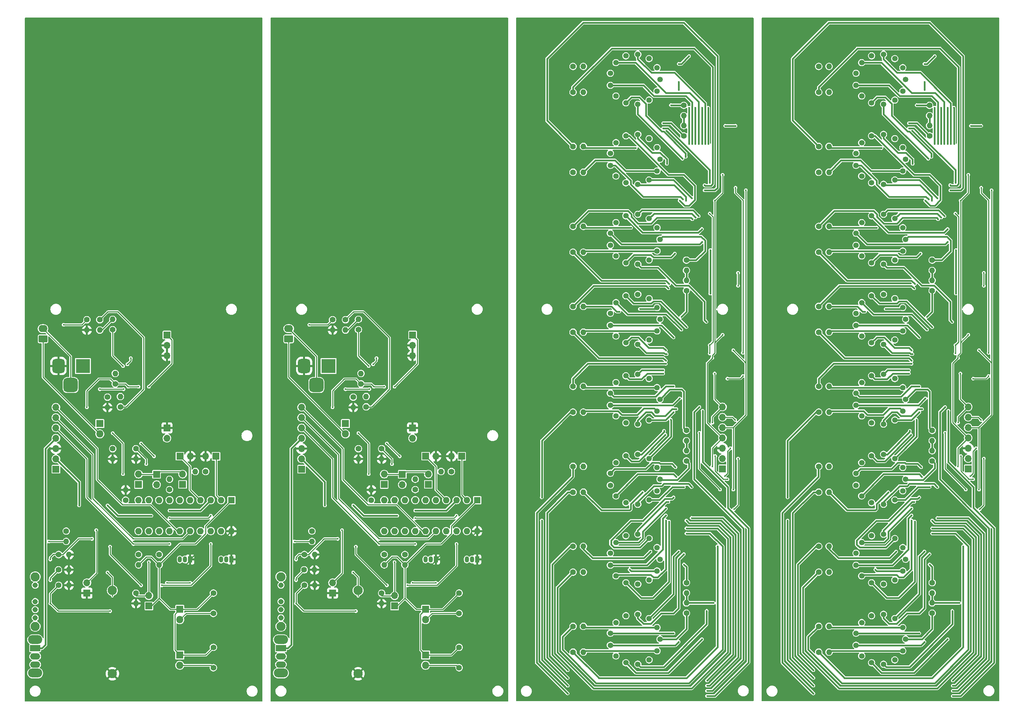
<source format=gbl>
G04 #@! TF.GenerationSoftware,KiCad,Pcbnew,7.0.10*
G04 #@! TF.CreationDate,2024-06-25T17:36:46-05:00*
G04 #@! TF.ProjectId,DMClockPanel,444d436c-6f63-46b5-9061-6e656c2e6b69,rev?*
G04 #@! TF.SameCoordinates,Original*
G04 #@! TF.FileFunction,Copper,L2,Bot*
G04 #@! TF.FilePolarity,Positive*
%FSLAX46Y46*%
G04 Gerber Fmt 4.6, Leading zero omitted, Abs format (unit mm)*
G04 Created by KiCad (PCBNEW 7.0.10) date 2024-06-25 17:36:46*
%MOMM*%
%LPD*%
G01*
G04 APERTURE LIST*
G04 Aperture macros list*
%AMRoundRect*
0 Rectangle with rounded corners*
0 $1 Rounding radius*
0 $2 $3 $4 $5 $6 $7 $8 $9 X,Y pos of 4 corners*
0 Add a 4 corners polygon primitive as box body*
4,1,4,$2,$3,$4,$5,$6,$7,$8,$9,$2,$3,0*
0 Add four circle primitives for the rounded corners*
1,1,$1+$1,$2,$3*
1,1,$1+$1,$4,$5*
1,1,$1+$1,$6,$7*
1,1,$1+$1,$8,$9*
0 Add four rect primitives between the rounded corners*
20,1,$1+$1,$2,$3,$4,$5,0*
20,1,$1+$1,$4,$5,$6,$7,0*
20,1,$1+$1,$6,$7,$8,$9,0*
20,1,$1+$1,$8,$9,$2,$3,0*%
G04 Aperture macros list end*
G04 #@! TA.AperFunction,ComponentPad*
%ADD10C,1.400000*%
G04 #@! TD*
G04 #@! TA.AperFunction,ComponentPad*
%ADD11O,1.400000X1.400000*%
G04 #@! TD*
G04 #@! TA.AperFunction,ComponentPad*
%ADD12C,1.408000*%
G04 #@! TD*
G04 #@! TA.AperFunction,ComponentPad*
%ADD13R,1.700000X1.700000*%
G04 #@! TD*
G04 #@! TA.AperFunction,ComponentPad*
%ADD14O,1.700000X1.700000*%
G04 #@! TD*
G04 #@! TA.AperFunction,ComponentPad*
%ADD15R,1.050000X1.500000*%
G04 #@! TD*
G04 #@! TA.AperFunction,ComponentPad*
%ADD16O,1.050000X1.500000*%
G04 #@! TD*
G04 #@! TA.AperFunction,ComponentPad*
%ADD17C,1.346200*%
G04 #@! TD*
G04 #@! TA.AperFunction,ComponentPad*
%ADD18R,1.800000X1.800000*%
G04 #@! TD*
G04 #@! TA.AperFunction,ComponentPad*
%ADD19O,1.800000X1.800000*%
G04 #@! TD*
G04 #@! TA.AperFunction,ComponentPad*
%ADD20R,3.500000X3.500000*%
G04 #@! TD*
G04 #@! TA.AperFunction,ComponentPad*
%ADD21RoundRect,0.750000X-0.750000X-1.000000X0.750000X-1.000000X0.750000X1.000000X-0.750000X1.000000X0*%
G04 #@! TD*
G04 #@! TA.AperFunction,ComponentPad*
%ADD22RoundRect,0.875000X-0.875000X-0.875000X0.875000X-0.875000X0.875000X0.875000X-0.875000X0.875000X0*%
G04 #@! TD*
G04 #@! TA.AperFunction,ComponentPad*
%ADD23RoundRect,0.250000X0.845000X-0.620000X0.845000X0.620000X-0.845000X0.620000X-0.845000X-0.620000X0*%
G04 #@! TD*
G04 #@! TA.AperFunction,ComponentPad*
%ADD24O,2.190000X1.740000*%
G04 #@! TD*
G04 #@! TA.AperFunction,ComponentPad*
%ADD25R,1.600000X1.600000*%
G04 #@! TD*
G04 #@! TA.AperFunction,ComponentPad*
%ADD26O,1.600000X1.600000*%
G04 #@! TD*
G04 #@! TA.AperFunction,ComponentPad*
%ADD27C,1.308000*%
G04 #@! TD*
G04 #@! TA.AperFunction,ComponentPad*
%ADD28C,2.250000*%
G04 #@! TD*
G04 #@! TA.AperFunction,ComponentPad*
%ADD29O,3.500000X2.200000*%
G04 #@! TD*
G04 #@! TA.AperFunction,ComponentPad*
%ADD30R,2.500000X1.500000*%
G04 #@! TD*
G04 #@! TA.AperFunction,ComponentPad*
%ADD31O,2.500000X1.500000*%
G04 #@! TD*
G04 #@! TA.AperFunction,ComponentPad*
%ADD32C,2.280000*%
G04 #@! TD*
G04 #@! TA.AperFunction,ViaPad*
%ADD33C,0.450000*%
G04 #@! TD*
G04 #@! TA.AperFunction,Conductor*
%ADD34C,0.250000*%
G04 #@! TD*
G04 #@! TA.AperFunction,Conductor*
%ADD35C,0.450000*%
G04 #@! TD*
G04 APERTURE END LIST*
D10*
X109485000Y-118485000D03*
D11*
X109485000Y-121025000D03*
D10*
X156540805Y-89797799D03*
D11*
X159080805Y-89797799D03*
X219500805Y-50427799D03*
D10*
X216960805Y-50427799D03*
X102500000Y-105785000D03*
D11*
X102500000Y-108325000D03*
D12*
X128535000Y-172370000D03*
X128535000Y-167370000D03*
D10*
X184430805Y-72067799D03*
D11*
X184430805Y-74607799D03*
D13*
X59880000Y-120315000D03*
D14*
X62420000Y-120315000D03*
D15*
X72560001Y-145740001D03*
D16*
X71290001Y-145740001D03*
X70020001Y-145740001D03*
D11*
X219500805Y-30742799D03*
D10*
X216960805Y-30742799D03*
D11*
X219500805Y-83447799D03*
D10*
X216960805Y-83447799D03*
D11*
X219500805Y-129167799D03*
D10*
X216960805Y-129167799D03*
D17*
X237629585Y-168238079D03*
X237629585Y-162487519D03*
X238338245Y-165362799D03*
X232895025Y-171507059D03*
X229956245Y-171148919D03*
X227517845Y-169467439D03*
X226141165Y-166843619D03*
X226141165Y-163881979D03*
X227517845Y-161258159D03*
X229956245Y-159576679D03*
X232895025Y-159218539D03*
X235666165Y-160270099D03*
X235666165Y-170455499D03*
D13*
X68750000Y-120340000D03*
D14*
X66210000Y-120340000D03*
D13*
X89800000Y-123515000D03*
D14*
X89800000Y-120975000D03*
X89800000Y-118435000D03*
X89800000Y-115895000D03*
X89800000Y-113355000D03*
X89800000Y-110815000D03*
X89800000Y-108275000D03*
D10*
X117740001Y-128545000D03*
D11*
X117740001Y-126005000D03*
D10*
X156540805Y-168537799D03*
D11*
X159080805Y-168537799D03*
D17*
X237629585Y-30443079D03*
X237629585Y-24692519D03*
X238338245Y-27567799D03*
X232895025Y-33712059D03*
X229956245Y-33353919D03*
X227517845Y-31672439D03*
X226141165Y-29048619D03*
X226141165Y-26086979D03*
X227517845Y-23463159D03*
X229956245Y-21781679D03*
X232895025Y-21423539D03*
X235666165Y-22475099D03*
X235666165Y-32660499D03*
D10*
X156540805Y-122817799D03*
D11*
X159080805Y-122817799D03*
D13*
X49700002Y-127267091D03*
D14*
X49700002Y-124727091D03*
D13*
X114565002Y-124780000D03*
D14*
X114565002Y-127320000D03*
D10*
X103770000Y-89175000D03*
D11*
X103770000Y-86635000D03*
D18*
X59860000Y-169235000D03*
D19*
X59860000Y-171775000D03*
D10*
X49700001Y-144520001D03*
D11*
X49700001Y-147060001D03*
D10*
X183795805Y-41487799D03*
D11*
X183795805Y-38947799D03*
D20*
X96435000Y-98115000D03*
D21*
X90435000Y-98115000D03*
D22*
X93435000Y-102815000D03*
D11*
X219500805Y-103132799D03*
D10*
X216960805Y-103132799D03*
D17*
X237629585Y-148553079D03*
X237629585Y-142802519D03*
X238338245Y-145677799D03*
X232895025Y-151822059D03*
X229956245Y-151463919D03*
X227517845Y-149782439D03*
X226141165Y-147158619D03*
X226141165Y-144196979D03*
X227517845Y-141573159D03*
X229956245Y-139891679D03*
X232895025Y-139533539D03*
X235666165Y-140585099D03*
X235666165Y-150770499D03*
D10*
X43350000Y-118485000D03*
D11*
X43350000Y-121025000D03*
D17*
X237629585Y-128868079D03*
X237629585Y-123117519D03*
X238338245Y-125992799D03*
X232895025Y-132137059D03*
X229956245Y-131778919D03*
X227517845Y-130097439D03*
X226141165Y-127473619D03*
X226141165Y-124511979D03*
X227517845Y-121888159D03*
X229956245Y-120206679D03*
X232895025Y-119848539D03*
X235666165Y-120900099D03*
X235666165Y-131085499D03*
D10*
X103770000Y-118485000D03*
D11*
X103770000Y-121025000D03*
D13*
X112660000Y-157170000D03*
D14*
X112660000Y-154630000D03*
D10*
X54780001Y-144520001D03*
D11*
X54780001Y-147060001D03*
X219500805Y-142502799D03*
D10*
X216960805Y-142502799D03*
D17*
X175246165Y-91715499D03*
X175246165Y-81530099D03*
X172475025Y-80478539D03*
X169536245Y-80836679D03*
X167097845Y-82518159D03*
X165721165Y-85141979D03*
X165721165Y-88103619D03*
X167097845Y-90727439D03*
X169536245Y-92408919D03*
X172475025Y-92767059D03*
X177918245Y-86622799D03*
X177209585Y-83747519D03*
X177209585Y-89498079D03*
D23*
X26205000Y-91452500D03*
D24*
X26205000Y-88912500D03*
D13*
X110120002Y-127267091D03*
D14*
X110120002Y-124727091D03*
D13*
X193295805Y-123432799D03*
D14*
X193295805Y-120892799D03*
X193295805Y-118352799D03*
X193295805Y-115812799D03*
X193295805Y-113272799D03*
X193295805Y-110732799D03*
X193295805Y-108192799D03*
D18*
X120280001Y-158030001D03*
D19*
X120280001Y-160570001D03*
D10*
X100595000Y-86735000D03*
D11*
X100595000Y-89275000D03*
D25*
X132980001Y-131135001D03*
D26*
X130440001Y-131135001D03*
X127900001Y-131135001D03*
X125360001Y-131135001D03*
X122820001Y-131135001D03*
X120280001Y-131135001D03*
X117740001Y-131135001D03*
X115200001Y-131135001D03*
X112660001Y-131135001D03*
X110120001Y-131135001D03*
X110120001Y-138755001D03*
X112660001Y-138755001D03*
X115200001Y-138755001D03*
X117740001Y-138755001D03*
X120280001Y-138755001D03*
X122820001Y-138755001D03*
X125360001Y-138755001D03*
X127900001Y-138755001D03*
X130440001Y-138755001D03*
X132980001Y-138755001D03*
D18*
X120280000Y-169235000D03*
D19*
X120280000Y-171775000D03*
D17*
X237629585Y-69813079D03*
X237629585Y-64062519D03*
X238338245Y-66937799D03*
X232895025Y-73082059D03*
X229956245Y-72723919D03*
X227517845Y-71042439D03*
X226141165Y-68418619D03*
X226141165Y-65456979D03*
X227517845Y-62833159D03*
X229956245Y-61151679D03*
X232895025Y-60793539D03*
X235666165Y-61845099D03*
X235666165Y-72030499D03*
D27*
X84720000Y-152090000D03*
X84720000Y-156090000D03*
X84720000Y-158090000D03*
X84720000Y-160090000D03*
D28*
X84720000Y-149990000D03*
X84720000Y-162190000D03*
D10*
X45255000Y-108175000D03*
D11*
X45255000Y-105635000D03*
D10*
X30015000Y-148280000D03*
D11*
X32555000Y-148280000D03*
D17*
X175246165Y-52345499D03*
X175246165Y-42160099D03*
X172475025Y-41108539D03*
X169536245Y-41466679D03*
X167097845Y-43148159D03*
X165721165Y-45771979D03*
X165721165Y-48733619D03*
X167097845Y-51357439D03*
X169536245Y-53038919D03*
X172475025Y-53397059D03*
X177918245Y-47252799D03*
X177209585Y-44377519D03*
X177209585Y-50128079D03*
D13*
X37000000Y-154000001D03*
D14*
X37000000Y-151460001D03*
D27*
X24300000Y-152090000D03*
X24300000Y-156090000D03*
X24300000Y-158090000D03*
X24300000Y-160090000D03*
D28*
X24300000Y-149990000D03*
X24300000Y-162190000D03*
D11*
X219500805Y-122817799D03*
D10*
X216960805Y-122817799D03*
X90485000Y-152090000D03*
D11*
X93025000Y-152090000D03*
D17*
X175246165Y-170455499D03*
X175246165Y-160270099D03*
X172475025Y-159218539D03*
X169536245Y-159576679D03*
X167097845Y-161258159D03*
X165721165Y-163881979D03*
X165721165Y-166843619D03*
X167097845Y-169467439D03*
X169536245Y-171148919D03*
X172475025Y-171507059D03*
X177918245Y-165362799D03*
X177209585Y-162487519D03*
X177209585Y-168238079D03*
D10*
X156540805Y-83447799D03*
D11*
X159080805Y-83447799D03*
D10*
X31920000Y-138755000D03*
D11*
X31920000Y-141295000D03*
X219500805Y-24392799D03*
D10*
X216960805Y-24392799D03*
D17*
X237629585Y-50128079D03*
X237629585Y-44377519D03*
X238338245Y-47252799D03*
X232895025Y-53397059D03*
X229956245Y-53038919D03*
X227517845Y-51357439D03*
X226141165Y-48733619D03*
X226141165Y-45771979D03*
X227517845Y-43148159D03*
X229956245Y-41466679D03*
X232895025Y-41108539D03*
X235666165Y-42160099D03*
X235666165Y-52345499D03*
D10*
X97420000Y-86735000D03*
D11*
X97420000Y-89275000D03*
D13*
X97420000Y-154000001D03*
D14*
X97420000Y-151460001D03*
D10*
X184430805Y-113977799D03*
D11*
X184430805Y-116517799D03*
D10*
X105675000Y-108175000D03*
D11*
X105675000Y-105635000D03*
D10*
X49065000Y-118485000D03*
D11*
X49065000Y-121025000D03*
D17*
X175246165Y-111400499D03*
X175246165Y-101215099D03*
X172475025Y-100163539D03*
X169536245Y-100521679D03*
X167097845Y-102203159D03*
X165721165Y-104826979D03*
X165721165Y-107788619D03*
X167097845Y-110412439D03*
X169536245Y-112093919D03*
X172475025Y-112452059D03*
X177918245Y-106307799D03*
X177209585Y-103432519D03*
X177209585Y-109183079D03*
D10*
X92340000Y-138755000D03*
D11*
X92340000Y-141295000D03*
D10*
X30065000Y-152090000D03*
D11*
X32605000Y-152090000D03*
D14*
X253715805Y-108192799D03*
X253715805Y-110732799D03*
X253715805Y-113272799D03*
X253715805Y-115812799D03*
X253715805Y-118352799D03*
X253715805Y-120892799D03*
D13*
X253715805Y-123432799D03*
D11*
X244850805Y-153982799D03*
D10*
X244850805Y-151442799D03*
D13*
X29380000Y-123515000D03*
D14*
X29380000Y-120975000D03*
X29380000Y-118435000D03*
X29380000Y-115895000D03*
X29380000Y-113355000D03*
X29380000Y-110815000D03*
X29380000Y-108275000D03*
D13*
X117105000Y-113350000D03*
D14*
X117105000Y-115890000D03*
D13*
X120300000Y-120315000D03*
D14*
X122840000Y-120315000D03*
D10*
X115200001Y-144520001D03*
D11*
X115200001Y-147060001D03*
D13*
X52240000Y-157170000D03*
D14*
X52240000Y-154630000D03*
D15*
X132980001Y-145740001D03*
D16*
X131710001Y-145740001D03*
X130440001Y-145740001D03*
D15*
X122820001Y-145740001D03*
D16*
X121550001Y-145740001D03*
X120280001Y-145740001D03*
D10*
X156540805Y-44077799D03*
D11*
X159080805Y-44077799D03*
D15*
X62400001Y-145740001D03*
D16*
X61130001Y-145740001D03*
X59860001Y-145740001D03*
D10*
X156540805Y-70112799D03*
D11*
X159080805Y-70112799D03*
D10*
X109485000Y-154045000D03*
D11*
X109485000Y-156585000D03*
D13*
X129170000Y-120340000D03*
D14*
X126630000Y-120340000D03*
D11*
X244850805Y-74607799D03*
D10*
X244850805Y-72067799D03*
X42080000Y-105785000D03*
D11*
X42080000Y-108325000D03*
D12*
X68115001Y-158995000D03*
X68115001Y-153995000D03*
D17*
X175246165Y-131085499D03*
X175246165Y-120900099D03*
X172475025Y-119848539D03*
X169536245Y-120206679D03*
X167097845Y-121888159D03*
X165721165Y-124511979D03*
X165721165Y-127473619D03*
X167097845Y-130097439D03*
X169536245Y-131778919D03*
X172475025Y-132137059D03*
X177918245Y-125992799D03*
X177209585Y-123117519D03*
X177209585Y-128868079D03*
D10*
X126625001Y-124087091D03*
D11*
X124085001Y-124087091D03*
D10*
X49065000Y-154045000D03*
D11*
X49065000Y-156585000D03*
D13*
X120960001Y-127262091D03*
D14*
X120960001Y-124722091D03*
D17*
X237629585Y-109183079D03*
X237629585Y-103432519D03*
X238338245Y-106307799D03*
X232895025Y-112452059D03*
X229956245Y-112093919D03*
X227517845Y-110412439D03*
X226141165Y-107788619D03*
X226141165Y-104826979D03*
X227517845Y-102203159D03*
X229956245Y-100521679D03*
X232895025Y-100163539D03*
X235666165Y-101215099D03*
X235666165Y-111400499D03*
D10*
X156540805Y-162187799D03*
D11*
X159080805Y-162187799D03*
D17*
X175246165Y-150770499D03*
X175246165Y-140585099D03*
X172475025Y-139533539D03*
X169536245Y-139891679D03*
X167097845Y-141573159D03*
X165721165Y-144196979D03*
X165721165Y-147158619D03*
X167097845Y-149782439D03*
X169536245Y-151463919D03*
X172475025Y-151822059D03*
X177918245Y-145677799D03*
X177209585Y-142802519D03*
X177209585Y-148553079D03*
D10*
X57320001Y-128545000D03*
D11*
X57320001Y-126005000D03*
X219500805Y-109482799D03*
D10*
X216960805Y-109482799D03*
X90485000Y-144520000D03*
D11*
X93025000Y-144520000D03*
D10*
X156540805Y-63762799D03*
D11*
X159080805Y-63762799D03*
X219500805Y-63762799D03*
D10*
X216960805Y-63762799D03*
D12*
X68115000Y-172370000D03*
X68115000Y-167370000D03*
D10*
X184430805Y-151442799D03*
D11*
X184430805Y-153982799D03*
D10*
X43985000Y-102510000D03*
D11*
X43985000Y-99970000D03*
D10*
X156540805Y-50427799D03*
D11*
X159080805Y-50427799D03*
D10*
X156540805Y-24392799D03*
D11*
X159080805Y-24392799D03*
D10*
X37000000Y-86735000D03*
D11*
X37000000Y-89275000D03*
D29*
X24300000Y-165480000D03*
X24300000Y-173680000D03*
D30*
X24300000Y-167580000D03*
D31*
X24300000Y-169580000D03*
X24300000Y-171580000D03*
D10*
X184430805Y-79587799D03*
D11*
X184430805Y-77047799D03*
D10*
X156540805Y-142502799D03*
D11*
X159080805Y-142502799D03*
D23*
X86625000Y-91452500D03*
D24*
X86625000Y-88912500D03*
D10*
X46525000Y-131135000D03*
D11*
X46525000Y-128595000D03*
D13*
X56685000Y-90495000D03*
D14*
X56685000Y-93035000D03*
X56685000Y-95575000D03*
D10*
X184430805Y-158962799D03*
D11*
X184430805Y-156422799D03*
D29*
X84720000Y-165480000D03*
X84720000Y-173680000D03*
D30*
X84720000Y-167580000D03*
D31*
X84720000Y-169580000D03*
X84720000Y-171580000D03*
D13*
X56685000Y-113350000D03*
D14*
X56685000Y-115890000D03*
D32*
X43270804Y-173850000D03*
X43270804Y-153360000D03*
D17*
X175246165Y-72030499D03*
X175246165Y-61845099D03*
X172475025Y-60793539D03*
X169536245Y-61151679D03*
X167097845Y-62833159D03*
X165721165Y-65456979D03*
X165721165Y-68418619D03*
X167097845Y-71042439D03*
X169536245Y-72723919D03*
X172475025Y-73082059D03*
X177918245Y-66937799D03*
X177209585Y-64062519D03*
X177209585Y-69813079D03*
D32*
X103690804Y-173850000D03*
X103690804Y-153360000D03*
D10*
X156540805Y-103132799D03*
D11*
X159080805Y-103132799D03*
X244850805Y-118957799D03*
D10*
X244850805Y-121497799D03*
X183795805Y-33967799D03*
D11*
X183795805Y-36507799D03*
X219500805Y-70112799D03*
D10*
X216960805Y-70112799D03*
D18*
X59860001Y-158030001D03*
D19*
X59860001Y-160570001D03*
D11*
X219500805Y-89797799D03*
D10*
X216960805Y-89797799D03*
D17*
X175246165Y-32660499D03*
X175246165Y-22475099D03*
X172475025Y-21423539D03*
X169536245Y-21781679D03*
X167097845Y-23463159D03*
X165721165Y-26086979D03*
X165721165Y-29048619D03*
X167097845Y-31672439D03*
X169536245Y-33353919D03*
X172475025Y-33712059D03*
X177918245Y-27567799D03*
X177209585Y-24692519D03*
X177209585Y-30443079D03*
D11*
X219500805Y-44077799D03*
D10*
X216960805Y-44077799D03*
D20*
X36015000Y-98115000D03*
D21*
X30015000Y-98115000D03*
D22*
X33015000Y-102815000D03*
D13*
X117105000Y-90495000D03*
D14*
X117105000Y-93035000D03*
X117105000Y-95575000D03*
D10*
X156540805Y-148852799D03*
D11*
X159080805Y-148852799D03*
D18*
X100595000Y-112310000D03*
D19*
X100595000Y-114850000D03*
D10*
X30065000Y-144520000D03*
D11*
X32605000Y-144520000D03*
D10*
X184430805Y-121497799D03*
D11*
X184430805Y-118957799D03*
D10*
X66205001Y-124087091D03*
D11*
X63665001Y-124087091D03*
X219500805Y-168537799D03*
D10*
X216960805Y-168537799D03*
D11*
X244215805Y-38947799D03*
D10*
X244215805Y-41487799D03*
X110120001Y-144520001D03*
D11*
X110120001Y-147060001D03*
X219500805Y-148852799D03*
D10*
X216960805Y-148852799D03*
D13*
X54145002Y-124780000D03*
D14*
X54145002Y-127320000D03*
D11*
X244850805Y-116517799D03*
D10*
X244850805Y-113977799D03*
D17*
X237629585Y-89498079D03*
X237629585Y-83747519D03*
X238338245Y-86622799D03*
X232895025Y-92767059D03*
X229956245Y-92408919D03*
X227517845Y-90727439D03*
X226141165Y-88103619D03*
X226141165Y-85141979D03*
X227517845Y-82518159D03*
X229956245Y-80836679D03*
X232895025Y-80478539D03*
X235666165Y-81530099D03*
X235666165Y-91715499D03*
D10*
X90435000Y-148280000D03*
D11*
X92975000Y-148280000D03*
D10*
X106945000Y-131135000D03*
D11*
X106945000Y-128595000D03*
D12*
X128535001Y-158995000D03*
X128535001Y-153995000D03*
D25*
X72560001Y-131135001D03*
D26*
X70020001Y-131135001D03*
X67480001Y-131135001D03*
X64940001Y-131135001D03*
X62400001Y-131135001D03*
X59860001Y-131135001D03*
X57320001Y-131135001D03*
X54780001Y-131135001D03*
X52240001Y-131135001D03*
X49700001Y-131135001D03*
X49700001Y-138755001D03*
X52240001Y-138755001D03*
X54780001Y-138755001D03*
X57320001Y-138755001D03*
X59860001Y-138755001D03*
X62400001Y-138755001D03*
X64940001Y-138755001D03*
X67480001Y-138755001D03*
X70020001Y-138755001D03*
X72560001Y-138755001D03*
D10*
X104405000Y-102510000D03*
D11*
X104405000Y-99970000D03*
X219500805Y-162187799D03*
D10*
X216960805Y-162187799D03*
D18*
X40175000Y-112310000D03*
D19*
X40175000Y-114850000D03*
D10*
X40175000Y-86735000D03*
D11*
X40175000Y-89275000D03*
X244215805Y-36507799D03*
D10*
X244215805Y-33967799D03*
X156540805Y-30742799D03*
D11*
X159080805Y-30742799D03*
D10*
X156540805Y-109482799D03*
D11*
X159080805Y-109482799D03*
D10*
X156540805Y-129167799D03*
D11*
X159080805Y-129167799D03*
X244850805Y-156422799D03*
D10*
X244850805Y-158962799D03*
D13*
X60540001Y-127262091D03*
D14*
X60540001Y-124722091D03*
D10*
X43350000Y-89175000D03*
D11*
X43350000Y-86635000D03*
X244850805Y-77047799D03*
D10*
X244850805Y-79587799D03*
D33*
X102500002Y-148915000D03*
X42080002Y-148915000D03*
X47160000Y-103195000D03*
X49700000Y-103195000D03*
X110120000Y-103195000D03*
X193320805Y-90432799D03*
X97420000Y-108275000D03*
X193320805Y-51062799D03*
X253740805Y-90432799D03*
X107580000Y-103195000D03*
X190780805Y-96147799D03*
X52240000Y-103195000D03*
X112660000Y-103195000D03*
X253740805Y-51062799D03*
X251200805Y-96147799D03*
X251835805Y-57412799D03*
X191415805Y-57412799D03*
X37000000Y-108275000D03*
X190780805Y-122817799D03*
X251200805Y-122817799D03*
X100595000Y-103830000D03*
X40175000Y-103830000D03*
X46030000Y-103830000D03*
X106450000Y-103830000D03*
X176810805Y-146947799D03*
X105040002Y-150185000D03*
X153950805Y-97417799D03*
X197765805Y-52967799D03*
X206750805Y-173683203D03*
X194590805Y-178697799D03*
X199035805Y-174252799D03*
X247390805Y-167902799D03*
X237230805Y-37092799D03*
X171095805Y-139962799D03*
X179350805Y-33348203D03*
X182525805Y-105037799D03*
X241675805Y-157742799D03*
X252470805Y-66937799D03*
X229610805Y-104402799D03*
X233420805Y-51062799D03*
X64305000Y-167330000D03*
X187605805Y-132977799D03*
X195225805Y-119642799D03*
X167920805Y-140597799D03*
X254207929Y-134660369D03*
X148235805Y-23757799D03*
X211195805Y-59317799D03*
X232150805Y-143772799D03*
X150140805Y-178697799D03*
X251835805Y-139327799D03*
X157125805Y-76462799D03*
X246755805Y-26932799D03*
X195225805Y-96147799D03*
X186970805Y-167902799D03*
X258185805Y-52967799D03*
X193320805Y-81542799D03*
X230245805Y-146312799D03*
X73830000Y-85415000D03*
X56050000Y-164790000D03*
X134250000Y-85415000D03*
X214370805Y-14867799D03*
X210560805Y-178697799D03*
X169190805Y-104402799D03*
X181255805Y-157742799D03*
X30015000Y-169870000D03*
X153950805Y-14867799D03*
X234055805Y-61857799D03*
X185065805Y-167267799D03*
X90435000Y-169870000D03*
X89165000Y-176220000D03*
X217545805Y-76462799D03*
X28745000Y-176220000D03*
X255010805Y-178697799D03*
X231515805Y-66937799D03*
X251200805Y-98118203D03*
X197130805Y-23757799D03*
X170460805Y-108847799D03*
X128535000Y-83510000D03*
X191415805Y-16137799D03*
X258820805Y-34552799D03*
X186335805Y-26932799D03*
X173000805Y-51062799D03*
X195415805Y-131072799D03*
X173635805Y-61857799D03*
X248025805Y-132977799D03*
X253740805Y-81542799D03*
X245485805Y-167267799D03*
X195225805Y-56777799D03*
X257550805Y-138057799D03*
X243580805Y-136787799D03*
X85990000Y-154630000D03*
X255645805Y-96147799D03*
X153315805Y-138057799D03*
X170460805Y-48522799D03*
X237230805Y-146947799D03*
X44620002Y-150185000D03*
X52240000Y-89225000D03*
X259455805Y-174252799D03*
X71290000Y-134945000D03*
X154585805Y-118372799D03*
X248025805Y-53033203D03*
X146330805Y-173683203D03*
X235325805Y-27633203D03*
X171095805Y-66937799D03*
X255645805Y-56777799D03*
X155220805Y-155837799D03*
X70655000Y-85415000D03*
X208655805Y-23757799D03*
X214370805Y-97417799D03*
X148235805Y-42172799D03*
X230880805Y-48522799D03*
X255645805Y-119642799D03*
X251835805Y-16137799D03*
X215005805Y-118372799D03*
X242945805Y-105037799D03*
X193955805Y-72652799D03*
X131710000Y-134945000D03*
X68115000Y-83510000D03*
X198400805Y-34552799D03*
X190780805Y-98118203D03*
X174905805Y-27633203D03*
X191415805Y-139327799D03*
X24935000Y-146375000D03*
X85355000Y-146375000D03*
X25570000Y-154630000D03*
X169825805Y-146312799D03*
X150775805Y-59317799D03*
X255645805Y-99957799D03*
X220720805Y-37727799D03*
X257550805Y-23757799D03*
X255835805Y-131072799D03*
X183160805Y-136787799D03*
X213735805Y-138057799D03*
X215640805Y-155837799D03*
X248025805Y-110117799D03*
X193787929Y-134660369D03*
X230880805Y-108847799D03*
X195225805Y-99957799D03*
X112660000Y-89225000D03*
X160300805Y-37727799D03*
X116470000Y-164790000D03*
X25570000Y-152090000D03*
X231515805Y-139962799D03*
X177445805Y-101862799D03*
X187605805Y-53033203D03*
X208655805Y-42172799D03*
X210560805Y-105037799D03*
X171730805Y-143772799D03*
X187605805Y-110117799D03*
X237865805Y-101862799D03*
X124725000Y-167330000D03*
X57955002Y-150185000D03*
X85990000Y-152090000D03*
X254375805Y-72652799D03*
X150140805Y-105037799D03*
X197130805Y-138057799D03*
X228340805Y-140597799D03*
X118375002Y-150185000D03*
X192050805Y-66937799D03*
X239770805Y-33348203D03*
X176810805Y-37092799D03*
X131075000Y-85415000D03*
X46964847Y-97675153D03*
X107384847Y-97675153D03*
X47795000Y-96210000D03*
X108215000Y-96210000D03*
X106310000Y-98115000D03*
X45890000Y-98115000D03*
X170460805Y-148217799D03*
X230880805Y-148217799D03*
X235993201Y-143805195D03*
X175573201Y-143805195D03*
X183795805Y-146947799D03*
X244215805Y-146947799D03*
X173635805Y-129167799D03*
X234055805Y-129167799D03*
X228340805Y-84717799D03*
X167920805Y-84717799D03*
X233420805Y-84082799D03*
X173000805Y-84082799D03*
X183160805Y-85987799D03*
X243580805Y-85987799D03*
X191065804Y-156422799D03*
X251485804Y-156422799D03*
X256915805Y-38997799D03*
X193955805Y-38997799D03*
X254375805Y-38997799D03*
X196495805Y-38997799D03*
X170796085Y-64062519D03*
X231216085Y-64062519D03*
X171957778Y-44485826D03*
X232377778Y-44485826D03*
X103770000Y-114625000D03*
X45890000Y-124727091D03*
X43350000Y-114625000D03*
X106310000Y-124727091D03*
X88085000Y-141295000D03*
X27665000Y-141295000D03*
X178715805Y-38362799D03*
X239135805Y-38362799D03*
X242945805Y-23757799D03*
X245485805Y-21852799D03*
X185065805Y-21852799D03*
X182525805Y-23757799D03*
X182525805Y-30107799D03*
X241040805Y-33917799D03*
X242945805Y-30107799D03*
X182525805Y-28202799D03*
X180620805Y-33917799D03*
X242945805Y-28202799D03*
X35095000Y-132405000D03*
X113295000Y-134945000D03*
X256546669Y-133346935D03*
X52875000Y-134945000D03*
X42080000Y-132405000D03*
X57320000Y-133675000D03*
X102500000Y-132405000D03*
X257550805Y-78367799D03*
X117740000Y-133675000D03*
X95515000Y-132405000D03*
X197130805Y-75192799D03*
X257550805Y-75192799D03*
X197130805Y-78367799D03*
X257550805Y-120912799D03*
X196126669Y-133346935D03*
X197130805Y-120912799D03*
X113930000Y-120340000D03*
X110755000Y-117165000D03*
X53510000Y-120340000D03*
X50335000Y-117165000D03*
X195950805Y-128532799D03*
X195950805Y-94242799D03*
X256370805Y-128532799D03*
X48430000Y-141930000D03*
X199035805Y-54872799D03*
X259455805Y-54872799D03*
X117740000Y-141930000D03*
X108850000Y-141930000D03*
X57320000Y-141930000D03*
X256370805Y-94242799D03*
X190145805Y-95035828D03*
X191370802Y-99957799D03*
X248020805Y-114562799D03*
X187600805Y-114562799D03*
X250565805Y-92972799D03*
X251790802Y-99957799D03*
X190145805Y-60587799D03*
X250565805Y-60587799D03*
X251234021Y-112056015D03*
X192685805Y-128532799D03*
X253105805Y-128532799D03*
X250565805Y-95035828D03*
X190814021Y-112056015D03*
X190145805Y-92972799D03*
X48430000Y-140660000D03*
X195225805Y-118372799D03*
X193849520Y-125233963D03*
X254269520Y-125233963D03*
X196405805Y-111387799D03*
X108850000Y-140660000D03*
X256825805Y-111387799D03*
X255645805Y-118372799D03*
X51605000Y-122245000D03*
X112025000Y-122245000D03*
X52240000Y-146375000D03*
X112660000Y-146375000D03*
X39312500Y-138527501D03*
X99732500Y-138527501D03*
X254920805Y-125992799D03*
X251925805Y-120277799D03*
X191505805Y-120277799D03*
X194500805Y-125992799D03*
X56685000Y-151455000D03*
X42715000Y-158440000D03*
X122820000Y-151455000D03*
X88440000Y-156535000D03*
X62400000Y-151455000D03*
X28020000Y-156535000D03*
X103135000Y-158440000D03*
X117105000Y-151455000D03*
X88440000Y-150820000D03*
X67480000Y-141930000D03*
X115835000Y-152090000D03*
X103135000Y-142565000D03*
X110755000Y-152090000D03*
X127900000Y-141930000D03*
X55415000Y-152090000D03*
X42715000Y-142565000D03*
X28020000Y-150820000D03*
X50335000Y-152090000D03*
X198310805Y-100592799D03*
X194500805Y-101227799D03*
X254920805Y-101227799D03*
X256915805Y-54237799D03*
X258730805Y-94877799D03*
X196495805Y-54237799D03*
X258730805Y-100592799D03*
X198310805Y-94877799D03*
X38270000Y-140660000D03*
X117740000Y-135580000D03*
X28020000Y-145740000D03*
X57320000Y-135580000D03*
X88440000Y-145740000D03*
X127900000Y-134945000D03*
X98690000Y-140660000D03*
X67480000Y-134945000D03*
X182525805Y-143772799D03*
X242945805Y-143772799D03*
X241675805Y-130437799D03*
X181255805Y-130437799D03*
X244215805Y-127897799D03*
X183795805Y-127897799D03*
X246120805Y-127897799D03*
X185700805Y-127897799D03*
X181255805Y-109482799D03*
X241675805Y-109482799D03*
X239135610Y-99175696D03*
X178715610Y-99175696D03*
X239135805Y-99957799D03*
X178715805Y-99957799D03*
X241675805Y-103132799D03*
X181255805Y-103132799D03*
X243172778Y-106080826D03*
X182752778Y-106080826D03*
X242358010Y-108712799D03*
X181938010Y-108712799D03*
X244850805Y-88527799D03*
X184430805Y-88527799D03*
X183160805Y-89162799D03*
X243580805Y-89162799D03*
X241675805Y-91067799D03*
X181255805Y-91067799D03*
X179350805Y-94242799D03*
X239770805Y-94242799D03*
X179577778Y-95175597D03*
X239997778Y-95175597D03*
X188240805Y-64397799D03*
X248660805Y-64397799D03*
X187440804Y-61222799D03*
X247860804Y-61222799D03*
X186640803Y-61527797D03*
X247060803Y-61527797D03*
X185700805Y-56777799D03*
X246120805Y-56777799D03*
X189810172Y-43441609D03*
X250200805Y-34552799D03*
X250230172Y-43441609D03*
X189780805Y-34552799D03*
X244215805Y-144407799D03*
X183795805Y-144407799D03*
X181255805Y-163881979D03*
X241675805Y-163881979D03*
X182525805Y-165997799D03*
X242945805Y-165997799D03*
X248660805Y-165362799D03*
X188240805Y-165362799D03*
X189400804Y-158377799D03*
X249820804Y-158377799D03*
X179985805Y-131585001D03*
X240405805Y-131585001D03*
X239770805Y-133185001D03*
X179350805Y-133185001D03*
X179350805Y-134882799D03*
X239770805Y-134882799D03*
X179350805Y-136152799D03*
X239770805Y-136152799D03*
X240574084Y-136384999D03*
X180154084Y-136384999D03*
X241001511Y-111348505D03*
X180581511Y-111348505D03*
X178930722Y-114088240D03*
X239350722Y-114088240D03*
X179240631Y-115087625D03*
X239660631Y-115087625D03*
X242129748Y-122998856D03*
X181709748Y-122998856D03*
X181890805Y-125357799D03*
X242310805Y-125357799D03*
X189340804Y-87257799D03*
X249760804Y-87257799D03*
X250700805Y-80272799D03*
X241993305Y-70430299D03*
X181573305Y-70430299D03*
X190280805Y-80272799D03*
X190280805Y-69612799D03*
X250700805Y-69612799D03*
X188240805Y-67572799D03*
X248660805Y-67572799D03*
X239135805Y-39632799D03*
X250565805Y-52967799D03*
X178715805Y-39632799D03*
X190145805Y-52967799D03*
X240041290Y-48339339D03*
X179621290Y-48339339D03*
X182755805Y-57412799D03*
X243175805Y-57412799D03*
X183525805Y-57094930D03*
X243945805Y-57094930D03*
X244715805Y-57412799D03*
X184295805Y-57412799D03*
X243860804Y-47102798D03*
X183440804Y-47102798D03*
X184240805Y-46617799D03*
X244660805Y-46617799D03*
X185040804Y-34552799D03*
X245460804Y-34552799D03*
X185040801Y-43442799D03*
X245460801Y-43442799D03*
X246230804Y-43442799D03*
X185810804Y-43442799D03*
X186610174Y-43441608D03*
X247030174Y-43441608D03*
X186580804Y-34552799D03*
X247000804Y-34552799D03*
X187410803Y-43442799D03*
X247830803Y-43442799D03*
X188240805Y-43442799D03*
X248660805Y-43442799D03*
X248660805Y-34552799D03*
X188240805Y-34552799D03*
X249430805Y-43442799D03*
X189010805Y-43442799D03*
X184430805Y-139327799D03*
X244850805Y-139327799D03*
X252470805Y-142502799D03*
X192050805Y-142502799D03*
X248845805Y-109132083D03*
X249930805Y-179332799D03*
X155220805Y-178697799D03*
X189510805Y-179332799D03*
X188425805Y-109132083D03*
X215640805Y-178697799D03*
X155220805Y-174887799D03*
X189510805Y-176792799D03*
X215640805Y-174887799D03*
X246120805Y-135517799D03*
X249930805Y-176792799D03*
X185700805Y-135517799D03*
X246290803Y-61982495D03*
X185870803Y-61982495D03*
X180180109Y-77927103D03*
X240600109Y-77927103D03*
X155220805Y-172982799D03*
X184430805Y-136152799D03*
X249930805Y-175522799D03*
X189510805Y-175522799D03*
X215640805Y-172982799D03*
X244850805Y-136152799D03*
X184430805Y-138057799D03*
X244850805Y-138057799D03*
X188918005Y-54872799D03*
X249338005Y-54872799D03*
X239770805Y-97575597D03*
X179350805Y-97575597D03*
X189510805Y-178062799D03*
X155220805Y-176792799D03*
X215640805Y-176792799D03*
X248025805Y-108212799D03*
X148870805Y-130437799D03*
X148870805Y-136152799D03*
X209290805Y-136152799D03*
X209290805Y-130437799D03*
X187605805Y-108212799D03*
X249930805Y-178062799D03*
X188875805Y-53602799D03*
X249295805Y-53602799D03*
X179985805Y-79002799D03*
X240405805Y-79002799D03*
X179350805Y-96782799D03*
X239770805Y-96782799D03*
X31285000Y-87955000D03*
X91705000Y-87955000D03*
D34*
X103690804Y-154762092D02*
X103690804Y-150105802D01*
X43270804Y-150105802D02*
X42080002Y-148915000D01*
X103690804Y-150105802D02*
X102500002Y-148915000D01*
X43270804Y-154762092D02*
X43270804Y-150105802D01*
X249930805Y-97417799D02*
X249930805Y-112027799D01*
X39916116Y-101300000D02*
X42775000Y-101300000D01*
X97420000Y-108275000D02*
X97420000Y-104216116D01*
X191415805Y-94877799D02*
X191415805Y-92972799D01*
X253740805Y-90432799D02*
X251835805Y-92337799D01*
X47160000Y-103195000D02*
X49700000Y-103195000D01*
X193295805Y-115812799D02*
X190780805Y-118327799D01*
X97420000Y-104216116D02*
X100336116Y-101300000D01*
X118280000Y-97575000D02*
X112660000Y-103195000D01*
X190780805Y-95512799D02*
X191415805Y-94877799D01*
X193320805Y-90432799D02*
X191415805Y-92337799D01*
X103195000Y-101300000D02*
X104405000Y-102510000D01*
X57860000Y-97575000D02*
X52240000Y-103195000D01*
X117105000Y-90495000D02*
X118280000Y-91670000D01*
D35*
X86420000Y-167580000D02*
X87260000Y-166740000D01*
D34*
X251835805Y-92337799D02*
X251835805Y-92972799D01*
X191415805Y-92972799D02*
X191415805Y-57412799D01*
D35*
X24300000Y-167580000D02*
X26000000Y-167580000D01*
D34*
X193320805Y-55507799D02*
X191415805Y-57412799D01*
X189510805Y-112027799D02*
X193295805Y-115812799D01*
X190780805Y-96147799D02*
X189510805Y-97417799D01*
D35*
X26840000Y-166740000D02*
X26840000Y-118435000D01*
X87260000Y-118435000D02*
X89800000Y-115895000D01*
D34*
X56685000Y-90495000D02*
X57860000Y-91670000D01*
D35*
X84720000Y-167580000D02*
X86420000Y-167580000D01*
D34*
X191415805Y-92337799D02*
X191415805Y-92972799D01*
D35*
X87260000Y-166740000D02*
X87260000Y-118435000D01*
D34*
X190780805Y-96147799D02*
X190780805Y-95512799D01*
X37000000Y-108275000D02*
X37000000Y-104216116D01*
X251200805Y-95512799D02*
X251835805Y-94877799D01*
X106895000Y-102510000D02*
X107580000Y-103195000D01*
X190780805Y-118327799D02*
X190780805Y-122817799D01*
X46475000Y-102510000D02*
X47160000Y-103195000D01*
X253740805Y-55507799D02*
X251835805Y-57412799D01*
X251200805Y-96147799D02*
X251200805Y-95512799D01*
X100336116Y-101300000D02*
X103195000Y-101300000D01*
X251200805Y-118327799D02*
X251200805Y-122817799D01*
X249930805Y-112027799D02*
X253715805Y-115812799D01*
X189510805Y-97417799D02*
X189510805Y-112027799D01*
X253715805Y-115812799D02*
X251200805Y-118327799D01*
X42775000Y-101300000D02*
X43985000Y-102510000D01*
D35*
X26840000Y-118435000D02*
X29380000Y-115895000D01*
D34*
X251835805Y-92972799D02*
X251835805Y-57412799D01*
X193320805Y-51062799D02*
X193320805Y-55507799D01*
X57860000Y-91670000D02*
X57860000Y-97575000D01*
X118280000Y-91670000D02*
X118280000Y-97575000D01*
X251835805Y-94877799D02*
X251835805Y-92972799D01*
X37000000Y-104216116D02*
X39916116Y-101300000D01*
X107580000Y-103195000D02*
X110120000Y-103195000D01*
X43985000Y-102510000D02*
X46475000Y-102510000D01*
X253740805Y-51062799D02*
X253740805Y-55507799D01*
X104405000Y-102510000D02*
X106895000Y-102510000D01*
X251200805Y-96147799D02*
X249930805Y-97417799D01*
D35*
X26000000Y-167580000D02*
X26840000Y-166740000D01*
D34*
X40175000Y-103830000D02*
X46030000Y-103830000D01*
X100595000Y-103830000D02*
X106450000Y-103830000D01*
X255645805Y-56777799D02*
X255645805Y-96147799D01*
X118375002Y-150185000D02*
X118600002Y-150185000D01*
X131075002Y-140660000D02*
X132980001Y-138755001D01*
X195225805Y-56777799D02*
X195225805Y-54237799D01*
X124090002Y-143199998D02*
X126630000Y-140660000D01*
X256915805Y-52967799D02*
X258185805Y-52967799D01*
X195225805Y-130882799D02*
X195225805Y-119642799D01*
X255645805Y-56777799D02*
X255645805Y-54237799D01*
X57955002Y-150185000D02*
X58180002Y-150185000D01*
X122820001Y-145965001D02*
X122820001Y-145740001D01*
X70655002Y-140660000D02*
X72560001Y-138755001D01*
X58180002Y-150185000D02*
X62400001Y-145965001D01*
X195225805Y-54237799D02*
X196495805Y-52967799D01*
X63670002Y-143199998D02*
X66210000Y-140660000D01*
X255645805Y-96147799D02*
X255645805Y-99957799D01*
X254207929Y-134714923D02*
X254207929Y-134660369D01*
X126630000Y-140660000D02*
X131075002Y-140660000D01*
X132980001Y-138755001D02*
X132980001Y-145740001D01*
X193787929Y-134714923D02*
X193787929Y-134660369D01*
X62400001Y-145965001D02*
X62400001Y-145740001D01*
X195225805Y-56777799D02*
X195225805Y-96147799D01*
X118600002Y-150185000D02*
X122820001Y-145965001D01*
X197130805Y-138057799D02*
X193787929Y-134714923D01*
X255645805Y-54237799D02*
X256915805Y-52967799D01*
X195225805Y-96147799D02*
X195225805Y-99957799D01*
X255835805Y-131072799D02*
X255645805Y-130882799D01*
X257550805Y-138057799D02*
X254207929Y-134714923D01*
X62400001Y-145740001D02*
X63670002Y-144470000D01*
X124090002Y-144470000D02*
X124090002Y-143199998D01*
X72560001Y-138755001D02*
X72560001Y-145740001D01*
X255645805Y-130882799D02*
X255645805Y-119642799D01*
X195415805Y-131072799D02*
X195225805Y-130882799D01*
X63670002Y-144470000D02*
X63670002Y-143199998D01*
X122820001Y-145740001D02*
X124090002Y-144470000D01*
X196495805Y-52967799D02*
X197765805Y-52967799D01*
X66210000Y-140660000D02*
X70655002Y-140660000D01*
X108215000Y-96210000D02*
X108215000Y-96845000D01*
X108215000Y-96845000D02*
X107384847Y-97675153D01*
X47795000Y-96210000D02*
X47795000Y-96845000D01*
X47795000Y-96845000D02*
X46964847Y-97675153D01*
X122820000Y-128595000D02*
X122820000Y-122835000D01*
X122820000Y-122835000D02*
X120300000Y-120315000D01*
X62400000Y-122835000D02*
X59880000Y-120315000D01*
X62400000Y-128595000D02*
X62400000Y-122835000D01*
X125360001Y-131135001D02*
X122820000Y-128595000D01*
X64940001Y-131135001D02*
X62400000Y-128595000D01*
X103770000Y-95575000D02*
X103770000Y-89175000D01*
X106310000Y-98115000D02*
X103770000Y-95575000D01*
X43350000Y-95575000D02*
X43350000Y-89175000D01*
X45890000Y-98115000D02*
X43350000Y-95575000D01*
D35*
X159380525Y-168238079D02*
X177209585Y-168238079D01*
X219800525Y-168238079D02*
X237629585Y-168238079D01*
X219500805Y-168537799D02*
X219800525Y-168238079D01*
X159080805Y-168537799D02*
X159380525Y-168238079D01*
X219800525Y-162487519D02*
X237629585Y-162487519D01*
X159080805Y-162187799D02*
X159380525Y-162487519D01*
X159380525Y-162487519D02*
X177209585Y-162487519D01*
X219500805Y-162187799D02*
X219800525Y-162487519D01*
X244850805Y-158962799D02*
X244850805Y-162855104D01*
X184430805Y-158962799D02*
X184430805Y-162855104D01*
X181923110Y-165362799D02*
X177918245Y-165362799D01*
X184430805Y-162855104D02*
X181923110Y-165362799D01*
X244850805Y-162855104D02*
X242343110Y-165362799D01*
X242343110Y-165362799D02*
X238338245Y-165362799D01*
X170460805Y-148217799D02*
X170796085Y-148553079D01*
X230880805Y-148217799D02*
X231216085Y-148553079D01*
X231216085Y-148553079D02*
X237629585Y-148553079D01*
X170796085Y-148553079D02*
X177209585Y-148553079D01*
X173963317Y-145415079D02*
X161358085Y-145415079D01*
X161358085Y-145415079D02*
X159080805Y-143137799D01*
X219500805Y-143137799D02*
X219500805Y-142502799D01*
X159080805Y-143137799D02*
X159080805Y-142502799D01*
X235993201Y-143805195D02*
X234383317Y-145415079D01*
X221778085Y-145415079D02*
X219500805Y-143137799D01*
X175573201Y-143805195D02*
X173963317Y-145415079D01*
X234383317Y-145415079D02*
X221778085Y-145415079D01*
X244850805Y-151442799D02*
X244850805Y-147582799D01*
X244850805Y-147582799D02*
X244215805Y-146947799D01*
X184430805Y-147582799D02*
X183795805Y-146947799D01*
X184430805Y-151442799D02*
X184430805Y-147582799D01*
X159080805Y-129167799D02*
X163525805Y-133612799D01*
X223945805Y-133612799D02*
X230880805Y-133612799D01*
X170754345Y-132049259D02*
X173635805Y-129167799D01*
X170754345Y-133319259D02*
X170754345Y-132049259D01*
X170460805Y-133612799D02*
X170754345Y-133319259D01*
X230880805Y-133612799D02*
X231174345Y-133319259D01*
X163525805Y-133612799D02*
X170460805Y-133612799D01*
X231174345Y-133319259D02*
X231174345Y-132049259D01*
X219500805Y-129167799D02*
X223945805Y-133612799D01*
X231174345Y-132049259D02*
X234055805Y-129167799D01*
X185065805Y-122132799D02*
X185065805Y-123271744D01*
X182209750Y-126127799D02*
X178053245Y-126127799D01*
X244850805Y-121497799D02*
X245485805Y-122132799D01*
X245485805Y-123271744D02*
X242629750Y-126127799D01*
X184430805Y-121497799D02*
X185065805Y-122132799D01*
X238473245Y-126127799D02*
X238338245Y-125992799D01*
X185065805Y-123271744D02*
X182209750Y-126127799D01*
X178053245Y-126127799D02*
X177918245Y-125992799D01*
X245485805Y-122132799D02*
X245485805Y-123271744D01*
X242629750Y-126127799D02*
X238473245Y-126127799D01*
X167602399Y-109194339D02*
X168525859Y-110117799D01*
X159369265Y-109194339D02*
X167602399Y-109194339D01*
X236956485Y-108509979D02*
X237629585Y-109183079D01*
X234393625Y-108509979D02*
X236956485Y-108509979D01*
X228945859Y-110117799D02*
X232785805Y-110117799D01*
X232785805Y-110117799D02*
X234393625Y-108509979D01*
X168525859Y-110117799D02*
X172365805Y-110117799D01*
X176536485Y-108509979D02*
X177209585Y-109183079D01*
X219789265Y-109194339D02*
X228022399Y-109194339D01*
X159080805Y-109482799D02*
X159369265Y-109194339D01*
X228022399Y-109194339D02*
X228945859Y-110117799D01*
X172365805Y-110117799D02*
X173973625Y-108509979D01*
X173973625Y-108509979D02*
X176536485Y-108509979D01*
X219500805Y-109482799D02*
X219789265Y-109194339D01*
X219800525Y-103432519D02*
X219500805Y-103132799D01*
X159380525Y-103432519D02*
X159080805Y-103132799D01*
X177209585Y-103432519D02*
X159380525Y-103432519D01*
X237629585Y-103432519D02*
X219800525Y-103432519D01*
X244215805Y-104402799D02*
X243715805Y-103902799D01*
X183795805Y-104402799D02*
X183295805Y-103902799D01*
X244850805Y-113977799D02*
X244215805Y-113342799D01*
X180323245Y-103902799D02*
X177918245Y-106307799D01*
X243715805Y-103902799D02*
X240743245Y-103902799D01*
X183795805Y-113342799D02*
X183795805Y-104402799D01*
X184430805Y-113977799D02*
X183795805Y-113342799D01*
X240743245Y-103902799D02*
X238338245Y-106307799D01*
X244215805Y-113342799D02*
X244215805Y-104402799D01*
X183295805Y-103902799D02*
X180323245Y-103902799D01*
X219500805Y-89797799D02*
X219800525Y-89498079D01*
X159080805Y-89797799D02*
X159380525Y-89498079D01*
X219800525Y-89498079D02*
X237629585Y-89498079D01*
X159380525Y-89498079D02*
X177209585Y-89498079D01*
X227705805Y-84717799D02*
X228340805Y-84717799D01*
X233420805Y-84082799D02*
X237294305Y-84082799D01*
X167285805Y-84717799D02*
X167920805Y-84717799D01*
X176874305Y-84082799D02*
X177209585Y-83747519D01*
X159080805Y-83447799D02*
X166015805Y-83447799D01*
X173000805Y-84082799D02*
X176874305Y-84082799D01*
X166015805Y-83447799D02*
X167285805Y-84717799D01*
X237294305Y-84082799D02*
X237629585Y-83747519D01*
X219500805Y-83447799D02*
X226435805Y-83447799D01*
X226435805Y-83447799D02*
X227705805Y-84717799D01*
X184430805Y-79587799D02*
X184430805Y-84717799D01*
X184430805Y-84717799D02*
X183160805Y-85987799D01*
X244850805Y-84717799D02*
X243580805Y-85987799D01*
X244850805Y-79587799D02*
X244850805Y-84717799D01*
D34*
X253195805Y-122817799D02*
X253195805Y-122663104D01*
D35*
X244215805Y-38947799D02*
X244215805Y-36507799D01*
X251485804Y-156422799D02*
X244850805Y-156422799D01*
X191065804Y-156422799D02*
X184430805Y-156422799D01*
X244850805Y-77047799D02*
X244850805Y-74607799D01*
X183795805Y-38947799D02*
X183795805Y-36507799D01*
X184430805Y-77047799D02*
X184430805Y-74607799D01*
X244850805Y-118957799D02*
X244850805Y-116517799D01*
X184430805Y-153982799D02*
X184430805Y-156422799D01*
X184430805Y-118957799D02*
X184430805Y-116517799D01*
X196495805Y-38997799D02*
X193955805Y-38997799D01*
D34*
X192775805Y-122817799D02*
X192775805Y-122663104D01*
D35*
X244850805Y-153982799D02*
X244850805Y-156422799D01*
X256915805Y-38997799D02*
X254375805Y-38997799D01*
X159380525Y-69813079D02*
X177209585Y-69813079D01*
X159080805Y-70112799D02*
X159380525Y-69813079D01*
X219500805Y-70112799D02*
X219800525Y-69813079D01*
X219800525Y-69813079D02*
X237629585Y-69813079D01*
X159416997Y-64098991D02*
X159080805Y-63762799D01*
X219836997Y-64098991D02*
X219500805Y-63762799D01*
X231216085Y-64062519D02*
X231179613Y-64098991D01*
X231179613Y-64098991D02*
X219836997Y-64098991D01*
X170759613Y-64098991D02*
X159416997Y-64098991D01*
X170796085Y-64062519D02*
X170759613Y-64098991D01*
X249430804Y-67253854D02*
X248479749Y-66302799D01*
X186785805Y-72067799D02*
X189010804Y-69842800D01*
X249430804Y-69842800D02*
X249430804Y-67253854D01*
X244850805Y-72067799D02*
X247205805Y-72067799D01*
X238973245Y-66302799D02*
X238338245Y-66937799D01*
X184430805Y-72067799D02*
X186785805Y-72067799D01*
X188059749Y-66302799D02*
X178553245Y-66302799D01*
X189010804Y-69842800D02*
X189010804Y-67253854D01*
X247205805Y-72067799D02*
X249430804Y-69842800D01*
X248479749Y-66302799D02*
X238973245Y-66302799D01*
X178553245Y-66302799D02*
X177918245Y-66937799D01*
X189010804Y-67253854D02*
X188059749Y-66302799D01*
D34*
X33015000Y-95722500D02*
X33015000Y-102815000D01*
X86625000Y-88912500D02*
X93435000Y-95722500D01*
X93435000Y-95722500D02*
X93435000Y-102815000D01*
X26205000Y-88912500D02*
X33015000Y-95722500D01*
D35*
X227244443Y-47515519D02*
X222413085Y-47515519D01*
X161993085Y-47515519D02*
X159080805Y-50427799D01*
X169437003Y-50128079D02*
X166824443Y-47515519D01*
X166824443Y-47515519D02*
X161993085Y-47515519D01*
X177209585Y-50128079D02*
X169437003Y-50128079D01*
X222413085Y-47515519D02*
X219500805Y-50427799D01*
X237629585Y-50128079D02*
X229857003Y-50128079D01*
X229857003Y-50128079D02*
X227244443Y-47515519D01*
D34*
X26205000Y-91452500D02*
X26205000Y-100880000D01*
X86625000Y-100880000D02*
X100595000Y-114850000D01*
X86625000Y-91452500D02*
X86625000Y-100880000D01*
X26205000Y-100880000D02*
X40175000Y-114850000D01*
D35*
X171957778Y-44485826D02*
X159488832Y-44485826D01*
X159488832Y-44485826D02*
X159080805Y-44077799D01*
X232377778Y-44485826D02*
X219908832Y-44485826D01*
X219908832Y-44485826D02*
X219500805Y-44077799D01*
D34*
X88085000Y-141295000D02*
X92340000Y-141295000D01*
X112075002Y-145105000D02*
X113245000Y-145105000D01*
X54775002Y-124150000D02*
X54145002Y-124780000D01*
X52825000Y-145105000D02*
X54780001Y-147060001D01*
X46625000Y-108175000D02*
X45255000Y-108175000D01*
X126630000Y-169275000D02*
X120320000Y-169275000D01*
X64080000Y-158030001D02*
X68115001Y-153995000D01*
X40175000Y-86735000D02*
X42130000Y-84780000D01*
X126630002Y-139390000D02*
X126630002Y-137485000D01*
X68115000Y-167370000D02*
X66210000Y-169275000D01*
X45890000Y-117165000D02*
X45890000Y-124727091D01*
X111390000Y-91130000D02*
X111390000Y-103830000D01*
X66210002Y-139390000D02*
X66210002Y-137485000D01*
X113245000Y-145105000D02*
X115200001Y-147060001D01*
X54145002Y-124780000D02*
X49752911Y-124780000D01*
X105040000Y-84780000D02*
X111390000Y-91130000D01*
X59967910Y-124150000D02*
X54775002Y-124150000D01*
X115200001Y-147060001D02*
X115200001Y-155270001D01*
X107045000Y-108175000D02*
X105675000Y-108175000D01*
X49752911Y-124780000D02*
X49700002Y-124727091D01*
X120280001Y-158030001D02*
X124500000Y-158030001D01*
X124090002Y-141930000D02*
X126630002Y-139390000D01*
X42130000Y-84780000D02*
X44620000Y-84780000D01*
X57540001Y-158030001D02*
X54780001Y-155270001D01*
X114565002Y-124780000D02*
X110172911Y-124780000D01*
X58635001Y-159255001D02*
X59860001Y-158030001D01*
X66210002Y-137485000D02*
X72560001Y-131135001D01*
X27665000Y-141295000D02*
X31920000Y-141295000D01*
X60540001Y-124722091D02*
X59967910Y-124150000D01*
X59860001Y-158030001D02*
X64080000Y-158030001D01*
X54780001Y-155270001D02*
X52880002Y-157170000D01*
X54780001Y-147060001D02*
X59910002Y-141930000D01*
X120320000Y-169275000D02*
X119055001Y-168010001D01*
X58635001Y-168010001D02*
X58635001Y-159255001D01*
X119055001Y-159255001D02*
X120280001Y-158030001D01*
X63670002Y-141930000D02*
X66210002Y-139390000D01*
X44620000Y-84780000D02*
X50970000Y-91130000D01*
X120387910Y-124150000D02*
X115195002Y-124150000D01*
X110172911Y-124780000D02*
X110120002Y-124727091D01*
X115200001Y-155270001D02*
X113300002Y-157170000D01*
X59900000Y-169275000D02*
X58635001Y-168010001D01*
X50970000Y-103830000D02*
X46625000Y-108175000D01*
X124500000Y-158030001D02*
X128535001Y-153995000D01*
X128535000Y-167370000D02*
X126630000Y-169275000D01*
X110120001Y-147060001D02*
X112075002Y-145105000D01*
X102550000Y-84780000D02*
X105040000Y-84780000D01*
X59860001Y-158030001D02*
X57540001Y-158030001D01*
X54780001Y-147060001D02*
X54780001Y-155270001D01*
X52880002Y-157170000D02*
X52240000Y-157170000D01*
X50970000Y-91130000D02*
X50970000Y-103830000D01*
X111390000Y-103830000D02*
X107045000Y-108175000D01*
X120960001Y-124722091D02*
X120387910Y-124150000D01*
X51655002Y-145105000D02*
X52825000Y-145105000D01*
X43350000Y-114625000D02*
X45890000Y-117165000D01*
X115200001Y-147060001D02*
X120330002Y-141930000D01*
X103770000Y-114625000D02*
X106310000Y-117165000D01*
X120330002Y-141930000D02*
X124090002Y-141930000D01*
X113300002Y-157170000D02*
X112660000Y-157170000D01*
X106310000Y-117165000D02*
X106310000Y-124727091D01*
X100595000Y-86735000D02*
X102550000Y-84780000D01*
X115195002Y-124150000D02*
X114565002Y-124780000D01*
X120280001Y-158030001D02*
X117960001Y-158030001D01*
X126630002Y-137485000D02*
X132980001Y-131135001D01*
X59910002Y-141930000D02*
X63670002Y-141930000D01*
X119055001Y-168010001D02*
X119055001Y-159255001D01*
X117960001Y-158030001D02*
X115200001Y-155270001D01*
X66210000Y-169275000D02*
X59900000Y-169275000D01*
X49700001Y-147060001D02*
X51655002Y-145105000D01*
D35*
X178715805Y-38362799D02*
X180670805Y-38362799D01*
X241090805Y-38362799D02*
X244215805Y-41487799D01*
X180670805Y-38362799D02*
X183795805Y-41487799D01*
X239135805Y-38362799D02*
X241090805Y-38362799D01*
X243580805Y-23757799D02*
X242945805Y-23757799D01*
X245485805Y-21852799D02*
X243580805Y-23757799D01*
X185065805Y-21852799D02*
X183160805Y-23757799D01*
X183160805Y-23757799D02*
X182525805Y-23757799D01*
X244165805Y-33917799D02*
X244215805Y-33967799D01*
X241040805Y-33917799D02*
X244165805Y-33917799D01*
X183745805Y-33917799D02*
X183795805Y-33967799D01*
X182525805Y-30107799D02*
X182525805Y-28202799D01*
X242945805Y-30107799D02*
X242945805Y-28202799D01*
X180620805Y-33917799D02*
X183745805Y-33917799D01*
X64940002Y-133675000D02*
X67480001Y-131135001D01*
X113295000Y-134945000D02*
X105040000Y-134945000D01*
X89800000Y-120975000D02*
X95515000Y-126690000D01*
X105040000Y-134945000D02*
X102500000Y-132405000D01*
D34*
X257550805Y-132342799D02*
X257550805Y-120912799D01*
X196126669Y-133346935D02*
X197130805Y-132342799D01*
X256546669Y-133346935D02*
X257550805Y-132342799D01*
D35*
X35095000Y-126690000D02*
X35095000Y-132405000D01*
D34*
X197130805Y-132342799D02*
X197130805Y-120912799D01*
D35*
X44620000Y-134945000D02*
X42080000Y-132405000D01*
X29380000Y-120975000D02*
X35095000Y-126690000D01*
X117740000Y-133675000D02*
X125360002Y-133675000D01*
D34*
X197130805Y-78367799D02*
X197130805Y-75192799D01*
D35*
X52875000Y-134945000D02*
X44620000Y-134945000D01*
X57320000Y-133675000D02*
X64940002Y-133675000D01*
X125360002Y-133675000D02*
X127900001Y-131135001D01*
X95515000Y-126690000D02*
X95515000Y-132405000D01*
D34*
X257550805Y-78367799D02*
X257550805Y-75192799D01*
X127940000Y-171775000D02*
X128535000Y-172370000D01*
X120280000Y-171775000D02*
X127940000Y-171775000D01*
X59860000Y-171775000D02*
X67520000Y-171775000D01*
X67520000Y-171775000D02*
X68115000Y-172370000D01*
X113930000Y-120340000D02*
X110755000Y-117165000D01*
X53510000Y-120340000D02*
X50335000Y-117165000D01*
X37000000Y-120975000D02*
X29380000Y-113355000D01*
X97420000Y-130500000D02*
X97420000Y-120975000D01*
X108850000Y-141930000D02*
X97420000Y-130500000D01*
X195950805Y-128532799D02*
X195950805Y-113342799D01*
X193295805Y-113272799D02*
X195880805Y-113272799D01*
X199035805Y-97327799D02*
X195950805Y-94242799D01*
X199035805Y-110117799D02*
X199035805Y-97327799D01*
X259455805Y-97327799D02*
X259455805Y-58292494D01*
X259455805Y-97327799D02*
X256370805Y-94242799D01*
X48430000Y-141930000D02*
X37000000Y-130500000D01*
X199035805Y-58292494D02*
X199035805Y-54872799D01*
X256370805Y-128532799D02*
X256370805Y-113342799D01*
X97420000Y-120975000D02*
X89800000Y-113355000D01*
X195880805Y-113272799D02*
X199035805Y-110117799D01*
X195950805Y-113342799D02*
X195880805Y-113272799D01*
X259455805Y-58292494D02*
X259455805Y-54872799D01*
X256300805Y-113272799D02*
X259455805Y-110117799D01*
X108850000Y-141930000D02*
X117740000Y-141930000D01*
X48430000Y-141930000D02*
X57320000Y-141930000D01*
X259455805Y-110117799D02*
X259455805Y-97327799D01*
X37000000Y-130500000D02*
X37000000Y-120975000D01*
X253715805Y-113272799D02*
X256300805Y-113272799D01*
X256370805Y-113342799D02*
X256300805Y-113272799D01*
X199035805Y-97327799D02*
X199035805Y-58292494D01*
X251234021Y-112056015D02*
X251234021Y-110674583D01*
X190950805Y-61392799D02*
X190145805Y-60587799D01*
X253105805Y-128442799D02*
X248025805Y-123362799D01*
X190814021Y-112056015D02*
X190814021Y-110674583D01*
X45745001Y-132260001D02*
X39540000Y-126055000D01*
X99960000Y-118435000D02*
X89800000Y-108275000D01*
X191370802Y-106267796D02*
X193295805Y-108192799D01*
X59860001Y-138755001D02*
X59225001Y-138755001D01*
X248025805Y-114567799D02*
X248020805Y-114562799D01*
X190145805Y-95035828D02*
X190145805Y-92972799D01*
X187605805Y-114567799D02*
X187600805Y-114562799D01*
X253105805Y-128532799D02*
X253105805Y-128442799D01*
X251370805Y-61392799D02*
X250565805Y-60587799D01*
X187605805Y-123362799D02*
X187605805Y-114567799D01*
X39540000Y-126055000D02*
X39540000Y-118435000D01*
X192685805Y-128532799D02*
X192685805Y-128442799D01*
X99960000Y-126055000D02*
X99960000Y-118435000D01*
X250565805Y-92972799D02*
X251370805Y-92167799D01*
X39540000Y-118435000D02*
X29380000Y-108275000D01*
X191370802Y-99957799D02*
X191370802Y-106267796D01*
X192685805Y-128442799D02*
X187605805Y-123362799D01*
X250565805Y-95035828D02*
X250565805Y-92972799D01*
X190145805Y-92972799D02*
X190950805Y-92167799D01*
X113150001Y-132260001D02*
X106165001Y-132260001D01*
X251790802Y-106267796D02*
X253715805Y-108192799D01*
X120280001Y-138755001D02*
X119645001Y-138755001D01*
X248025805Y-123362799D02*
X248025805Y-114567799D01*
X190814021Y-110674583D02*
X193295805Y-108192799D01*
X251234021Y-110674583D02*
X253715805Y-108192799D01*
X52730001Y-132260001D02*
X45745001Y-132260001D01*
X190950805Y-92167799D02*
X190950805Y-61392799D01*
X119645001Y-138755001D02*
X113150001Y-132260001D01*
X59225001Y-138755001D02*
X52730001Y-132260001D01*
X251790802Y-99957799D02*
X251790802Y-106267796D01*
X251370805Y-92167799D02*
X251370805Y-61392799D01*
X106165001Y-132260001D02*
X99960000Y-126055000D01*
X254920805Y-124582678D02*
X254269520Y-125233963D01*
X120915002Y-140660000D02*
X122820001Y-138755001D01*
X194500805Y-124582678D02*
X193849520Y-125233963D01*
X256170805Y-110732799D02*
X256825805Y-111387799D01*
X255645805Y-118372799D02*
X254920805Y-119097799D01*
X254920805Y-119097799D02*
X254920805Y-124582678D01*
X60495002Y-140660000D02*
X62400001Y-138755001D01*
X38455000Y-130685000D02*
X48430000Y-140660000D01*
X194500805Y-119097799D02*
X194500805Y-124582678D01*
X48430000Y-140660000D02*
X60495002Y-140660000D01*
X38455000Y-119890000D02*
X38455000Y-130685000D01*
X89800000Y-110815000D02*
X98875000Y-119890000D01*
X29380000Y-110815000D02*
X38455000Y-119890000D01*
X193295805Y-110732799D02*
X195750805Y-110732799D01*
X195750805Y-110732799D02*
X196405805Y-111387799D01*
X98875000Y-119890000D02*
X98875000Y-130685000D01*
X108850000Y-140660000D02*
X120915002Y-140660000D01*
X195225805Y-118372799D02*
X194500805Y-119097799D01*
X253715805Y-110732799D02*
X256170805Y-110732799D01*
X98875000Y-130685000D02*
X108850000Y-140660000D01*
X112025000Y-121025000D02*
X112025000Y-122245000D01*
X49065000Y-118485000D02*
X51605000Y-121025000D01*
X109485000Y-118485000D02*
X112025000Y-121025000D01*
X51605000Y-121025000D02*
X51605000Y-122245000D01*
X112660002Y-154629998D02*
X112660002Y-146375002D01*
X112660002Y-146375002D02*
X112660000Y-146375000D01*
X52240002Y-154629998D02*
X52240002Y-146375002D01*
X109485000Y-154680000D02*
X112610000Y-154680000D01*
X52190000Y-154680000D02*
X52240002Y-154629998D01*
X112610000Y-154680000D02*
X112660002Y-154629998D01*
X49065000Y-154680000D02*
X52190000Y-154680000D01*
X52240002Y-146375002D02*
X52240000Y-146375000D01*
X97420000Y-151460001D02*
X99820460Y-149059541D01*
X37000000Y-151460001D02*
X39400460Y-149059541D01*
X99820460Y-138615461D02*
X99732500Y-138527501D01*
X99820460Y-149059541D02*
X99820460Y-138615461D01*
X39400460Y-149059541D02*
X39400460Y-138615461D01*
X39400460Y-138615461D02*
X39312500Y-138527501D01*
X191505805Y-123992799D02*
X193505805Y-125992799D01*
X191505805Y-120277799D02*
X191505805Y-123992799D01*
X193505805Y-125992799D02*
X194500805Y-125992799D01*
X251925805Y-123992799D02*
X253925805Y-125992799D01*
X251925805Y-120277799D02*
X251925805Y-123992799D01*
X253925805Y-125992799D02*
X254920805Y-125992799D01*
X88440000Y-154135000D02*
X90485000Y-152090000D01*
X42715000Y-158440000D02*
X29925000Y-158440000D01*
X62400000Y-151455000D02*
X56685000Y-151455000D01*
X103135000Y-158440000D02*
X90345000Y-158440000D01*
X29925000Y-158440000D02*
X28020000Y-156535000D01*
X122820000Y-151455000D02*
X117105000Y-151455000D01*
X28020000Y-154135000D02*
X30065000Y-152090000D01*
X88440000Y-156535000D02*
X88440000Y-154135000D01*
X28020000Y-156535000D02*
X28020000Y-154135000D01*
X90345000Y-158440000D02*
X88440000Y-156535000D01*
X110755000Y-152090000D02*
X103135000Y-144470000D01*
X88440000Y-150275000D02*
X90435000Y-148280000D01*
X28020000Y-150820000D02*
X28020000Y-150275000D01*
X42715000Y-144470000D02*
X42715000Y-142565000D01*
X127900000Y-141930000D02*
X127900000Y-147258884D01*
X67480000Y-147258884D02*
X62648884Y-152090000D01*
X127900000Y-147258884D02*
X123068884Y-152090000D01*
X67480000Y-141930000D02*
X67480000Y-147258884D01*
X123068884Y-152090000D02*
X115835000Y-152090000D01*
X28020000Y-150275000D02*
X30015000Y-148280000D01*
X62648884Y-152090000D02*
X55415000Y-152090000D01*
X88440000Y-150820000D02*
X88440000Y-150275000D01*
X50335000Y-152090000D02*
X42715000Y-144470000D01*
X103135000Y-144470000D02*
X103135000Y-142565000D01*
X256915805Y-55507799D02*
X258730805Y-57322799D01*
X197675805Y-101227799D02*
X194500805Y-101227799D01*
X196495805Y-55507799D02*
X198310805Y-57322799D01*
X198310805Y-100592799D02*
X197675805Y-101227799D01*
X258730805Y-57322799D02*
X258730805Y-94877799D01*
X198310805Y-57322799D02*
X198310805Y-94877799D01*
X258095805Y-101227799D02*
X254920805Y-101227799D01*
X258730805Y-100592799D02*
X258095805Y-101227799D01*
X196495805Y-54237799D02*
X196495805Y-55507799D01*
X256915805Y-54237799D02*
X256915805Y-55507799D01*
X31054949Y-144520000D02*
X34914949Y-140660000D01*
X88440000Y-145740000D02*
X88440000Y-145195000D01*
X117740000Y-135580000D02*
X127265000Y-135580000D01*
X89165000Y-144470000D02*
X90435000Y-144470000D01*
X34914949Y-140660000D02*
X38270000Y-140660000D01*
X95334949Y-140660000D02*
X98690000Y-140660000D01*
X28020000Y-145195000D02*
X28745000Y-144470000D01*
X90485000Y-144520000D02*
X91474949Y-144520000D01*
X66845000Y-135580000D02*
X67480000Y-134945000D01*
X90435000Y-144470000D02*
X90485000Y-144520000D01*
X30065000Y-144520000D02*
X31054949Y-144520000D01*
X28745000Y-144470000D02*
X30015000Y-144470000D01*
X28020000Y-145740000D02*
X28020000Y-145195000D01*
X57320000Y-135580000D02*
X66845000Y-135580000D01*
X127265000Y-135580000D02*
X127900000Y-134945000D01*
X88440000Y-145195000D02*
X89165000Y-144470000D01*
X91474949Y-144520000D02*
X95334949Y-140660000D01*
X30015000Y-144470000D02*
X30065000Y-144520000D01*
X61435002Y-158995000D02*
X59860001Y-160570001D01*
X68115001Y-158995000D02*
X61435002Y-158995000D01*
X128535001Y-158995000D02*
X121855002Y-158995000D01*
X121855002Y-158995000D02*
X120280001Y-160570001D01*
D35*
X242945805Y-143772799D02*
X241675805Y-145042799D01*
X241675805Y-154260459D02*
X235666165Y-160270099D01*
X181255805Y-145042799D02*
X181255805Y-154260459D01*
X241675805Y-145042799D02*
X241675805Y-154260459D01*
X181255805Y-154260459D02*
X175246165Y-160270099D01*
X182525805Y-143772799D02*
X181255805Y-145042799D01*
X226299745Y-141068605D02*
X226299745Y-142077713D01*
X173040005Y-142791259D02*
X175246165Y-140585099D01*
X179152711Y-130815002D02*
X173725359Y-136242354D01*
X170705996Y-136242354D02*
X165879745Y-141068605D01*
X241675805Y-130437799D02*
X241298602Y-130815002D01*
X226299745Y-142077713D02*
X227013291Y-142791259D01*
X233460005Y-142791259D02*
X235666165Y-140585099D01*
X241298602Y-130815002D02*
X239572711Y-130815002D01*
X173725359Y-136242354D02*
X170705996Y-136242354D01*
X234145359Y-136242354D02*
X231125996Y-136242354D01*
X239572711Y-130815002D02*
X234145359Y-136242354D01*
X180878602Y-130815002D02*
X179152711Y-130815002D01*
X166593291Y-142791259D02*
X173040005Y-142791259D01*
X165879745Y-141068605D02*
X165879745Y-142077713D01*
X165879745Y-142077713D02*
X166593291Y-142791259D01*
X181255805Y-130437799D02*
X180878602Y-130815002D01*
X227013291Y-142791259D02*
X233460005Y-142791259D01*
X231125996Y-136242354D02*
X226299745Y-141068605D01*
X183795805Y-127897799D02*
X180980970Y-127897799D01*
X177793270Y-131085499D02*
X175246165Y-131085499D01*
X180980970Y-127897799D02*
X177793270Y-131085499D01*
X244215805Y-127897799D02*
X241400970Y-127897799D01*
X238213270Y-131085499D02*
X235666165Y-131085499D01*
X241400970Y-127897799D02*
X238213270Y-131085499D01*
X245350805Y-127127799D02*
X239270805Y-127127799D01*
X176423625Y-127649979D02*
X172475025Y-131598579D01*
X172475025Y-131598579D02*
X172475025Y-132137059D01*
X232895025Y-131598579D02*
X232895025Y-132137059D01*
X178328625Y-127649979D02*
X176423625Y-127649979D01*
X178850805Y-127127799D02*
X178328625Y-127649979D01*
X238748625Y-127649979D02*
X236843625Y-127649979D01*
X184930805Y-127127799D02*
X178850805Y-127127799D01*
X236843625Y-127649979D02*
X232895025Y-131598579D01*
X239270805Y-127127799D02*
X238748625Y-127649979D01*
X185700805Y-127897799D02*
X184930805Y-127127799D01*
X246120805Y-127897799D02*
X245350805Y-127127799D01*
X241675805Y-109482799D02*
X239758105Y-111400499D01*
X239758105Y-111400499D02*
X235666165Y-111400499D01*
X181255805Y-109482799D02*
X179338105Y-111400499D01*
X179338105Y-111400499D02*
X175246165Y-111400499D01*
X173462868Y-99175696D02*
X172475025Y-100163539D01*
X233882868Y-99175696D02*
X232895025Y-100163539D01*
X239135610Y-99175696D02*
X233882868Y-99175696D01*
X178715610Y-99175696D02*
X173462868Y-99175696D01*
X233776971Y-101381639D02*
X230816205Y-101381639D01*
X178715805Y-99957799D02*
X174780811Y-99957799D01*
X230816205Y-101381639D02*
X229956245Y-100521679D01*
X174780811Y-99957799D02*
X173356971Y-101381639D01*
X173356971Y-101381639D02*
X170396205Y-101381639D01*
X235200811Y-99957799D02*
X233776971Y-101381639D01*
X239135805Y-99957799D02*
X235200811Y-99957799D01*
X170396205Y-101381639D02*
X169536245Y-100521679D01*
X179370591Y-103132799D02*
X176830591Y-105672799D01*
X226986985Y-105672799D02*
X226141165Y-104826979D01*
X166566985Y-105672799D02*
X165721165Y-104826979D01*
X241675805Y-103132799D02*
X239790591Y-103132799D01*
X239790591Y-103132799D02*
X237250591Y-105672799D01*
X181255805Y-103132799D02*
X179370591Y-103132799D01*
X176830591Y-105672799D02*
X166566985Y-105672799D01*
X237250591Y-105672799D02*
X226986985Y-105672799D01*
X243172778Y-106080826D02*
X241513625Y-107739979D01*
X241513625Y-107739979D02*
X226189805Y-107739979D01*
X165769805Y-107739979D02*
X165721165Y-107788619D01*
X226189805Y-107739979D02*
X226141165Y-107788619D01*
X181093625Y-107739979D02*
X165769805Y-107739979D01*
X182752778Y-106080826D02*
X181093625Y-107739979D01*
X234912378Y-109482799D02*
X232895025Y-111500152D01*
X175786651Y-109482799D02*
X174492378Y-109482799D01*
X176705031Y-110401179D02*
X175786651Y-109482799D01*
X181938010Y-108712799D02*
X180936861Y-108712799D01*
X236206651Y-109482799D02*
X234912378Y-109482799D01*
X172475025Y-111500152D02*
X172475025Y-112452059D01*
X239668481Y-110401179D02*
X237125031Y-110401179D01*
X241356861Y-108712799D02*
X239668481Y-110401179D01*
X237125031Y-110401179D02*
X236206651Y-109482799D01*
X180936861Y-108712799D02*
X179248481Y-110401179D01*
X242358010Y-108712799D02*
X241356861Y-108712799D01*
X232895025Y-111500152D02*
X232895025Y-112452059D01*
X179248481Y-110401179D02*
X176705031Y-110401179D01*
X174492378Y-109482799D02*
X172475025Y-111500152D01*
X184430805Y-88527799D02*
X178080805Y-82177799D01*
X171447765Y-82748199D02*
X169536245Y-80836679D01*
X176321119Y-82177799D02*
X175750719Y-82748199D01*
X178080805Y-82177799D02*
X176321119Y-82177799D01*
X236741119Y-82177799D02*
X236170719Y-82748199D01*
X244850805Y-88527799D02*
X238500805Y-82177799D01*
X231867765Y-82748199D02*
X229956245Y-80836679D01*
X238500805Y-82177799D02*
X236741119Y-82177799D01*
X175750719Y-82748199D02*
X171447765Y-82748199D01*
X236170719Y-82748199D02*
X231867765Y-82748199D01*
X239822705Y-85404699D02*
X230404385Y-85404699D01*
X179402705Y-85404699D02*
X169984385Y-85404699D01*
X230404385Y-85404699D02*
X227517845Y-82518159D01*
X183160805Y-89162799D02*
X179402705Y-85404699D01*
X243580805Y-89162799D02*
X239822705Y-85404699D01*
X169984385Y-85404699D02*
X167097845Y-82518159D01*
X178291625Y-88103619D02*
X165721165Y-88103619D01*
X238711625Y-88103619D02*
X226141165Y-88103619D01*
X241675805Y-91067799D02*
X238711625Y-88103619D01*
X181255805Y-91067799D02*
X178291625Y-88103619D01*
X170877365Y-91067799D02*
X169536245Y-92408919D01*
X175160808Y-93607799D02*
X172620808Y-91067799D01*
X239135805Y-93607799D02*
X235580808Y-93607799D01*
X172620808Y-91067799D02*
X170877365Y-91067799D01*
X239770805Y-94242799D02*
X239135805Y-93607799D01*
X235580808Y-93607799D02*
X233040808Y-91067799D01*
X233040808Y-91067799D02*
X231297365Y-91067799D01*
X179350805Y-94242799D02*
X178715805Y-93607799D01*
X231297365Y-91067799D02*
X229956245Y-92408919D01*
X178715805Y-93607799D02*
X175160808Y-93607799D01*
X178896860Y-94877799D02*
X174585765Y-94877799D01*
X179194658Y-95175597D02*
X178896860Y-94877799D01*
X239997778Y-95175597D02*
X239614658Y-95175597D01*
X235005765Y-94877799D02*
X232895025Y-92767059D01*
X174585765Y-94877799D02*
X172475025Y-92767059D01*
X239316860Y-94877799D02*
X235005765Y-94877799D01*
X239614658Y-95175597D02*
X239316860Y-94877799D01*
X179577778Y-95175597D02*
X179194658Y-95175597D01*
X187357985Y-65280619D02*
X173665185Y-65280619D01*
X248660805Y-64397799D02*
X247777985Y-65280619D01*
X173665185Y-65280619D02*
X169536245Y-61151679D01*
X247777985Y-65280619D02*
X234085185Y-65280619D01*
X188240805Y-64397799D02*
X187357985Y-65280619D01*
X234085185Y-65280619D02*
X229956245Y-61151679D01*
X186035804Y-59817799D02*
X173450765Y-59817799D01*
X247860804Y-61222799D02*
X246455804Y-59817799D01*
X246455804Y-59817799D02*
X233870765Y-59817799D01*
X187440804Y-61222799D02*
X186035804Y-59817799D01*
X233870765Y-59817799D02*
X232895025Y-60793539D01*
X173450765Y-59817799D02*
X172475025Y-60793539D01*
X176503465Y-60587799D02*
X175246165Y-61845099D01*
X185700805Y-60587799D02*
X176503465Y-60587799D01*
X186640803Y-61527797D02*
X185700805Y-60587799D01*
X247060803Y-61527797D02*
X246120805Y-60587799D01*
X246120805Y-60587799D02*
X236923465Y-60587799D01*
X236923465Y-60587799D02*
X235666165Y-61845099D01*
X185700805Y-56777799D02*
X181268505Y-52345499D01*
X181268505Y-52345499D02*
X175246165Y-52345499D01*
X241688505Y-52345499D02*
X235666165Y-52345499D01*
X246120805Y-56777799D02*
X241688505Y-52345499D01*
X250230172Y-43441609D02*
X250230172Y-34582166D01*
X189810172Y-34582166D02*
X189780805Y-34552799D01*
X189810172Y-43441609D02*
X189810172Y-34582166D01*
X250230172Y-34582166D02*
X250200805Y-34552799D01*
X242945805Y-157742799D02*
X241675805Y-159012799D01*
X238646119Y-159012799D02*
X236106119Y-161552799D01*
X232895025Y-160170446D02*
X232895025Y-159218539D01*
X182525805Y-157742799D02*
X181255805Y-159012799D01*
X183795805Y-144407799D02*
X182525805Y-145677799D01*
X234277378Y-161552799D02*
X232895025Y-160170446D01*
X175686119Y-161552799D02*
X173857378Y-161552799D01*
X241675805Y-159012799D02*
X238646119Y-159012799D01*
X244215805Y-144407799D02*
X242945805Y-145677799D01*
X173857378Y-161552799D02*
X172475025Y-160170446D01*
X182525805Y-145677799D02*
X182525805Y-157742799D01*
X172475025Y-160170446D02*
X172475025Y-159218539D01*
X178226119Y-159012799D02*
X175686119Y-161552799D01*
X236106119Y-161552799D02*
X234277378Y-161552799D01*
X242945805Y-145677799D02*
X242945805Y-157742799D01*
X181255805Y-159012799D02*
X178226119Y-159012799D01*
X181255805Y-163881979D02*
X165721165Y-163881979D01*
X241675805Y-163881979D02*
X226141165Y-163881979D01*
X242099985Y-166843619D02*
X226141165Y-166843619D01*
X182525805Y-165997799D02*
X181679985Y-166843619D01*
X242945805Y-165997799D02*
X242099985Y-166843619D01*
X181679985Y-166843619D02*
X165721165Y-166843619D01*
X248660805Y-165362799D02*
X240405805Y-173617799D01*
X188240805Y-165362799D02*
X179985805Y-173617799D01*
X240405805Y-173617799D02*
X232425125Y-173617799D01*
X232425125Y-173617799D02*
X229956245Y-171148919D01*
X172005125Y-173617799D02*
X169536245Y-171148919D01*
X179985805Y-173617799D02*
X172005125Y-173617799D01*
X189400804Y-161662800D02*
X178883445Y-172180159D01*
X233568125Y-172180159D02*
X232895025Y-171507059D01*
X239303445Y-172180159D02*
X233568125Y-172180159D01*
X173148125Y-172180159D02*
X172475025Y-171507059D01*
X249820804Y-161662800D02*
X239303445Y-172180159D01*
X189400804Y-158377799D02*
X189400804Y-161662800D01*
X178883445Y-172180159D02*
X173148125Y-172180159D01*
X249820804Y-158377799D02*
X249820804Y-161662800D01*
X240405805Y-131585001D02*
X239891656Y-131585001D01*
X179985805Y-131585001D02*
X179471656Y-131585001D01*
X239891656Y-131585001D02*
X232895025Y-138581632D01*
X232895025Y-138581632D02*
X232895025Y-139533539D01*
X179471656Y-131585001D02*
X172475025Y-138581632D01*
X172475025Y-138581632D02*
X172475025Y-139533539D01*
X234113125Y-140540479D02*
X233080445Y-141573159D01*
X234113125Y-138842681D02*
X234113125Y-140540479D01*
X233080445Y-141573159D02*
X227517845Y-141573159D01*
X173693125Y-138842681D02*
X173693125Y-140540479D01*
X179350805Y-133185001D02*
X173693125Y-138842681D01*
X173693125Y-140540479D02*
X172660445Y-141573159D01*
X172660445Y-141573159D02*
X167097845Y-141573159D01*
X239770805Y-133185001D02*
X234113125Y-138842681D01*
X178580805Y-143272799D02*
X174694985Y-147158619D01*
X239000805Y-143272799D02*
X235114985Y-147158619D01*
X179350805Y-134882799D02*
X178580805Y-135652799D01*
X178580805Y-135652799D02*
X178580805Y-143272799D01*
X174694985Y-147158619D02*
X165721165Y-147158619D01*
X235114985Y-147158619D02*
X226141165Y-147158619D01*
X239000805Y-135652799D02*
X239000805Y-143272799D01*
X239770805Y-134882799D02*
X239000805Y-135652799D01*
X167392485Y-149487799D02*
X167097845Y-149782439D01*
X239770805Y-148134513D02*
X237782519Y-150122799D01*
X179350805Y-136152799D02*
X179350805Y-148134513D01*
X239770805Y-136152799D02*
X239770805Y-148134513D01*
X175686119Y-149487799D02*
X167392485Y-149487799D01*
X227812485Y-149487799D02*
X227517845Y-149782439D01*
X177362519Y-150122799D02*
X176321119Y-150122799D01*
X176321119Y-150122799D02*
X175686119Y-149487799D01*
X236741119Y-150122799D02*
X236106119Y-149487799D01*
X236106119Y-149487799D02*
X227812485Y-149487799D01*
X237782519Y-150122799D02*
X236741119Y-150122799D01*
X179350805Y-148134513D02*
X177362519Y-150122799D01*
X233695125Y-155202799D02*
X229956245Y-151463919D01*
X240574084Y-151224520D02*
X236595805Y-155202799D01*
X176175805Y-155202799D02*
X173275125Y-155202799D01*
X180154084Y-151224520D02*
X176175805Y-155202799D01*
X173275125Y-155202799D02*
X169536245Y-151463919D01*
X240574084Y-136384999D02*
X240574084Y-151224520D01*
X236595805Y-155202799D02*
X233695125Y-155202799D01*
X180154084Y-136384999D02*
X180154084Y-151224520D01*
X180620805Y-115525459D02*
X175246165Y-120900099D01*
X241040805Y-115525459D02*
X235666165Y-120900099D01*
X241001511Y-111348505D02*
X241040805Y-111387799D01*
X241040805Y-111387799D02*
X241040805Y-115525459D01*
X180581511Y-111348505D02*
X180620805Y-111387799D01*
X180620805Y-111387799D02*
X180620805Y-115525459D01*
X178930722Y-114088240D02*
X178930722Y-114308590D01*
X233810773Y-119848539D02*
X232895025Y-119848539D01*
X239350722Y-114088240D02*
X239350722Y-114308590D01*
X178930722Y-114308590D02*
X173390773Y-119848539D01*
X173390773Y-119848539D02*
X172475025Y-119848539D01*
X239350722Y-114308590D02*
X233810773Y-119848539D01*
X231297365Y-121547799D02*
X229956245Y-120206679D01*
X179240631Y-115087625D02*
X172780457Y-121547799D01*
X233200457Y-121547799D02*
X231297365Y-121547799D01*
X239660631Y-115087625D02*
X233200457Y-121547799D01*
X172780457Y-121547799D02*
X170877365Y-121547799D01*
X170877365Y-121547799D02*
X169536245Y-120206679D01*
X180893691Y-122182799D02*
X177997519Y-122182799D01*
X238134139Y-121899419D02*
X236389499Y-121899419D01*
X174416119Y-123452799D02*
X166780345Y-123452799D01*
X175969499Y-121899419D02*
X174416119Y-123452799D01*
X242129748Y-122998856D02*
X241313691Y-122182799D01*
X177997519Y-122182799D02*
X177714139Y-121899419D01*
X166780345Y-123452799D02*
X165721165Y-124511979D01*
X177714139Y-121899419D02*
X175969499Y-121899419D01*
X241313691Y-122182799D02*
X238417519Y-122182799D01*
X227200345Y-123452799D02*
X226141165Y-124511979D01*
X181709748Y-122998856D02*
X180893691Y-122182799D01*
X234836119Y-123452799D02*
X227200345Y-123452799D01*
X238417519Y-122182799D02*
X238134139Y-121899419D01*
X236389499Y-121899419D02*
X234836119Y-123452799D01*
X241675805Y-124722799D02*
X232892485Y-124722799D01*
X242310805Y-125357799D02*
X241675805Y-124722799D01*
X232892485Y-124722799D02*
X227517845Y-130097439D01*
X181255805Y-124722799D02*
X172472485Y-124722799D01*
X181890805Y-125357799D02*
X181255805Y-124722799D01*
X172472485Y-124722799D02*
X167097845Y-130097439D01*
X245366501Y-78342799D02*
X242285805Y-78342799D01*
X249295805Y-82272103D02*
X245366501Y-78342799D01*
X249760804Y-87257799D02*
X249295805Y-86792800D01*
X189340804Y-87257799D02*
X188875805Y-86792800D01*
X249295805Y-86792800D02*
X249295805Y-82272103D01*
X184946501Y-78342799D02*
X181865805Y-78342799D01*
X242285805Y-78342799D02*
X237865805Y-73922799D01*
X237865805Y-73922799D02*
X233735765Y-73922799D01*
X177445805Y-73922799D02*
X173315765Y-73922799D01*
X181865805Y-78342799D02*
X177445805Y-73922799D01*
X188875805Y-82272103D02*
X184946501Y-78342799D01*
X188875805Y-86792800D02*
X188875805Y-82272103D01*
X173315765Y-73922799D02*
X172475025Y-73082059D01*
X233735765Y-73922799D02*
X232895025Y-73082059D01*
X236106119Y-70747799D02*
X231932365Y-70747799D01*
X180620805Y-71382799D02*
X176321119Y-71382799D01*
X190280805Y-69612799D02*
X190280805Y-80272799D01*
X175686119Y-70747799D02*
X171512365Y-70747799D01*
X241993305Y-70430299D02*
X241040805Y-71382799D01*
X176321119Y-71382799D02*
X175686119Y-70747799D01*
X236741119Y-71382799D02*
X236106119Y-70747799D01*
X250700805Y-69612799D02*
X250700805Y-80272799D01*
X171512365Y-70747799D02*
X169536245Y-72723919D01*
X181573305Y-70430299D02*
X180620805Y-71382799D01*
X231932365Y-70747799D02*
X229956245Y-72723919D01*
X241040805Y-71382799D02*
X236741119Y-71382799D01*
X228840085Y-68155899D02*
X226141165Y-65456979D01*
X168420085Y-68155899D02*
X165721165Y-65456979D01*
X187657705Y-68155899D02*
X168420085Y-68155899D01*
X248077705Y-68155899D02*
X228840085Y-68155899D01*
X248660805Y-67572799D02*
X248077705Y-68155899D01*
X188240805Y-67572799D02*
X187657705Y-68155899D01*
X182418801Y-42160099D02*
X179891501Y-39632799D01*
X190145805Y-52967799D02*
X190145805Y-49887103D01*
X240311501Y-39632799D02*
X239135805Y-39632799D01*
X250565805Y-49887103D02*
X242838801Y-42160099D01*
X190145805Y-49887103D02*
X182418801Y-42160099D01*
X179891501Y-39632799D02*
X178715805Y-39632799D01*
X250565805Y-52967799D02*
X250565805Y-49887103D01*
X242838801Y-42160099D02*
X240311501Y-39632799D01*
X232895025Y-42060446D02*
X232895025Y-41108539D01*
X172475025Y-42060446D02*
X172475025Y-41108539D01*
X236430198Y-45595619D02*
X232895025Y-42060446D01*
X238403719Y-45595619D02*
X236430198Y-45595619D01*
X179621290Y-47233190D02*
X177983719Y-45595619D01*
X240041290Y-48339339D02*
X240041290Y-47233190D01*
X176010198Y-45595619D02*
X172475025Y-42060446D01*
X240041290Y-47233190D02*
X238403719Y-45595619D01*
X177983719Y-45595619D02*
X176010198Y-45595619D01*
X179621290Y-48339339D02*
X179621290Y-47233190D01*
X186470805Y-53737799D02*
X183795805Y-51062799D01*
X179985805Y-51062799D02*
X170389685Y-41466679D01*
X182755805Y-57412799D02*
X184025805Y-58682799D01*
X243175805Y-57412799D02*
X244445805Y-58682799D01*
X183795805Y-51062799D02*
X179985805Y-51062799D01*
X170389685Y-41466679D02*
X169536245Y-41466679D01*
X244445805Y-58682799D02*
X245485805Y-58682799D01*
X185065805Y-58682799D02*
X186470805Y-57277799D01*
X186470805Y-57277799D02*
X186470805Y-53737799D01*
X246890805Y-53737799D02*
X244215805Y-51062799D01*
X240405805Y-51062799D02*
X230809685Y-41466679D01*
X245485805Y-58682799D02*
X246890805Y-57277799D01*
X244215805Y-51062799D02*
X240405805Y-51062799D01*
X184025805Y-58682799D02*
X185065805Y-58682799D01*
X246890805Y-57277799D02*
X246890805Y-53737799D01*
X230809685Y-41466679D02*
X229956245Y-41466679D01*
X231174345Y-52534365D02*
X227373599Y-48733619D01*
X183525805Y-57094930D02*
X182897539Y-56466664D01*
X243317539Y-56466664D02*
X234241976Y-56466664D01*
X243945805Y-57094930D02*
X243317539Y-56466664D01*
X166953599Y-48733619D02*
X165721165Y-48733619D01*
X231174345Y-53399033D02*
X231174345Y-52534365D01*
X170754345Y-52534365D02*
X166953599Y-48733619D01*
X182897539Y-56466664D02*
X173821976Y-56466664D01*
X227373599Y-48733619D02*
X226141165Y-48733619D01*
X170754345Y-53399033D02*
X170754345Y-52534365D01*
X234241976Y-56466664D02*
X231174345Y-53399033D01*
X173821976Y-56466664D02*
X170754345Y-53399033D01*
X233100765Y-53602799D02*
X232895025Y-53397059D01*
X244715805Y-57412799D02*
X244715805Y-56461744D01*
X241856860Y-53602799D02*
X233100765Y-53602799D01*
X184295805Y-56461744D02*
X181436860Y-53602799D01*
X181436860Y-53602799D02*
X172680765Y-53602799D01*
X244715805Y-56461744D02*
X241856860Y-53602799D01*
X184295805Y-57412799D02*
X184295805Y-56461744D01*
X172680765Y-53602799D02*
X172475025Y-53397059D01*
X232895025Y-36137019D02*
X232895025Y-33712059D01*
X243860804Y-47102798D02*
X232895025Y-36137019D01*
X172475025Y-36137019D02*
X172475025Y-33712059D01*
X183440804Y-47102798D02*
X172475025Y-36137019D01*
X244660805Y-46617799D02*
X244660805Y-45792799D01*
X178850805Y-40402799D02*
X178396860Y-40402799D01*
X238816860Y-40402799D02*
X234883125Y-36469064D01*
X184240805Y-46617799D02*
X184240805Y-45792799D01*
X231297365Y-32012799D02*
X229956245Y-33353919D01*
X174463125Y-36469064D02*
X174463125Y-33600113D01*
X234883125Y-36469064D02*
X234883125Y-33600113D01*
X239270805Y-40402799D02*
X238816860Y-40402799D01*
X178396860Y-40402799D02*
X174463125Y-36469064D01*
X233295811Y-32012799D02*
X231297365Y-32012799D01*
X234883125Y-33600113D02*
X233295811Y-32012799D01*
X244660805Y-45792799D02*
X239270805Y-40402799D01*
X184240805Y-45792799D02*
X178850805Y-40402799D01*
X174463125Y-33600113D02*
X172875811Y-32012799D01*
X170877365Y-32012799D02*
X169536245Y-33353919D01*
X172875811Y-32012799D02*
X170877365Y-32012799D01*
X185040804Y-43442796D02*
X185040804Y-34552799D01*
X245460804Y-43442796D02*
X245460804Y-34552799D01*
X245460801Y-43442799D02*
X245460804Y-43442796D01*
X185040801Y-43442799D02*
X185040804Y-43442796D01*
X185810804Y-33172450D02*
X184299533Y-31661179D01*
X176459185Y-31661179D02*
X173846625Y-29048619D01*
X185810804Y-43442799D02*
X185810804Y-33172450D01*
X234266625Y-29048619D02*
X226141165Y-29048619D01*
X173846625Y-29048619D02*
X165721165Y-29048619D01*
X244719533Y-31661179D02*
X236879185Y-31661179D01*
X246230804Y-33172450D02*
X244719533Y-31661179D01*
X246230804Y-43442799D02*
X246230804Y-33172450D01*
X184299533Y-31661179D02*
X176459185Y-31661179D01*
X236879185Y-31661179D02*
X234266625Y-29048619D01*
X247030174Y-34582169D02*
X247000804Y-34552799D01*
X186610174Y-43441608D02*
X186610174Y-34582169D01*
X186610174Y-34582169D02*
X186580804Y-34552799D01*
X247030174Y-43441608D02*
X247030174Y-34582169D01*
X185214185Y-30891179D02*
X179380339Y-30891179D01*
X239800339Y-30891179D02*
X232372319Y-23463159D01*
X179380339Y-30891179D02*
X171952319Y-23463159D01*
X247830803Y-33087797D02*
X245634185Y-30891179D01*
X245634185Y-30891179D02*
X239800339Y-30891179D01*
X171952319Y-23463159D02*
X167097845Y-23463159D01*
X187410803Y-43442799D02*
X187410803Y-33087797D01*
X187410803Y-33087797D02*
X185214185Y-30891179D01*
X232372319Y-23463159D02*
X227517845Y-23463159D01*
X247830803Y-43442799D02*
X247830803Y-33087797D01*
X248660805Y-43442799D02*
X248660805Y-34552799D01*
X188240805Y-43442799D02*
X188240805Y-34552799D01*
X189010805Y-43442799D02*
X189010805Y-33417799D01*
X249430805Y-43442799D02*
X249430805Y-33417799D01*
X241923625Y-25910619D02*
X236208625Y-25910619D01*
X249430805Y-33417799D02*
X241923625Y-25910619D01*
X236208625Y-25910619D02*
X232895025Y-22597019D01*
X175788625Y-25910619D02*
X172475025Y-22597019D01*
X189010805Y-33417799D02*
X181503625Y-25910619D01*
X232895025Y-22597019D02*
X232895025Y-21423539D01*
X172475025Y-22597019D02*
X172475025Y-21423539D01*
X181503625Y-25910619D02*
X175788625Y-25910619D01*
X250565805Y-139327799D02*
X253740805Y-142502799D01*
X253740805Y-167902799D02*
X245485805Y-176157799D01*
X245485805Y-176157799D02*
X222625805Y-176157799D01*
X185065805Y-176157799D02*
X162205805Y-176157799D01*
X214370805Y-167902799D02*
X214370805Y-164777799D01*
X162205805Y-176157799D02*
X153950805Y-167902799D01*
X214370805Y-164777799D02*
X216960805Y-162187799D01*
X222625805Y-176157799D02*
X214370805Y-167902799D01*
X153950805Y-164777799D02*
X156540805Y-162187799D01*
X193320805Y-167902799D02*
X185065805Y-176157799D01*
X244850805Y-139327799D02*
X250565805Y-139327799D01*
X153950805Y-167902799D02*
X153950805Y-164777799D01*
X190145805Y-139327799D02*
X193320805Y-142502799D01*
X193320805Y-142502799D02*
X193320805Y-167902799D01*
X253740805Y-142502799D02*
X253740805Y-167902799D01*
X184430805Y-139327799D02*
X190145805Y-139327799D01*
X223260805Y-174837799D02*
X216960805Y-168537799D01*
X252470805Y-167267799D02*
X244850805Y-174887799D01*
X162840805Y-174837799D02*
X156540805Y-168537799D01*
X192050805Y-167267799D02*
X184430805Y-174887799D01*
X184430805Y-174887799D02*
X162840805Y-174887799D01*
X244850805Y-174887799D02*
X223260805Y-174887799D01*
X252470805Y-142502799D02*
X252470805Y-167267799D01*
X192050805Y-142502799D02*
X192050805Y-167267799D01*
X188425805Y-121732799D02*
X188425805Y-109132083D01*
X215640805Y-178697799D02*
X208020805Y-171077799D01*
X251835805Y-179332799D02*
X260090805Y-171077799D01*
X260090805Y-138057799D02*
X255010805Y-132977799D01*
X194590805Y-132977799D02*
X194590805Y-127897799D01*
X255010805Y-127897799D02*
X248845805Y-121732799D01*
X199670805Y-138057799D02*
X194590805Y-132977799D01*
X189510805Y-179332799D02*
X191415805Y-179332799D01*
X147600805Y-134247799D02*
X156490805Y-125357799D01*
X260090805Y-171077799D02*
X260090805Y-138057799D01*
X194590805Y-127897799D02*
X188425805Y-121732799D01*
X216910805Y-125357799D02*
X216910805Y-122867799D01*
X155220805Y-178697799D02*
X147600805Y-171077799D01*
X249930805Y-179332799D02*
X251835805Y-179332799D01*
X248845805Y-121732799D02*
X248845805Y-109132083D01*
X147600805Y-171077799D02*
X147600805Y-134247799D01*
X208020805Y-171077799D02*
X208020805Y-134247799D01*
X216910805Y-122867799D02*
X216960805Y-122817799D01*
X255010805Y-132977799D02*
X255010805Y-127897799D01*
X208020805Y-134247799D02*
X216910805Y-125357799D01*
X156490805Y-122867799D02*
X156540805Y-122817799D01*
X191415805Y-179332799D02*
X199670805Y-171077799D01*
X156490805Y-125357799D02*
X156490805Y-122867799D01*
X199670805Y-171077799D02*
X199670805Y-138057799D01*
X155270805Y-129167799D02*
X156540805Y-129167799D01*
X150140805Y-134297799D02*
X155270805Y-129167799D01*
X257550805Y-139327799D02*
X253740805Y-135517799D01*
X155220805Y-174887799D02*
X150140805Y-169807799D01*
X210560805Y-169807799D02*
X210560805Y-134297799D01*
X190145805Y-176792799D02*
X197130805Y-169807799D01*
X249930805Y-176792799D02*
X250565805Y-176792799D01*
X197130805Y-169807799D02*
X197130805Y-139327799D01*
X215690805Y-129167799D02*
X216960805Y-129167799D01*
X253740805Y-135517799D02*
X246120805Y-135517799D01*
X193320805Y-135517799D02*
X185700805Y-135517799D01*
X250565805Y-176792799D02*
X257550805Y-169807799D01*
X257550805Y-169807799D02*
X257550805Y-139327799D01*
X215640805Y-174887799D02*
X210560805Y-169807799D01*
X210560805Y-134297799D02*
X215690805Y-129167799D01*
X150140805Y-169807799D02*
X150140805Y-134297799D01*
X189510805Y-176792799D02*
X190145805Y-176792799D01*
X197130805Y-139327799D02*
X193320805Y-135517799D01*
X245978160Y-61669852D02*
X237564066Y-61669852D01*
X232956709Y-63063199D02*
X231316057Y-61422547D01*
X230460799Y-59933579D02*
X220790025Y-59933579D01*
X170040799Y-59933579D02*
X160370025Y-59933579D01*
X172536709Y-63063199D02*
X170896057Y-61422547D01*
X236170719Y-63063199D02*
X232956709Y-63063199D01*
X160370025Y-59933579D02*
X156540805Y-63762799D01*
X237564066Y-61669852D02*
X236170719Y-63063199D01*
X246290803Y-61982495D02*
X245978160Y-61669852D01*
X185870803Y-61982495D02*
X185558160Y-61669852D01*
X185558160Y-61669852D02*
X177144066Y-61669852D01*
X231316057Y-61422547D02*
X231316057Y-60788837D01*
X220790025Y-59933579D02*
X216960805Y-63762799D01*
X175750719Y-63063199D02*
X172536709Y-63063199D01*
X170896057Y-61422547D02*
X170896057Y-60788837D01*
X170896057Y-60788837D02*
X170040799Y-59933579D01*
X177144066Y-61669852D02*
X175750719Y-63063199D01*
X231316057Y-60788837D02*
X230460799Y-59933579D01*
X163525805Y-77097799D02*
X156540805Y-70112799D01*
X240600109Y-77927103D02*
X239770805Y-77097799D01*
X239770805Y-77097799D02*
X223945805Y-77097799D01*
X180180109Y-77927103D02*
X179350805Y-77097799D01*
X223945805Y-77097799D02*
X216960805Y-70112799D01*
X179350805Y-77097799D02*
X163525805Y-77097799D01*
X192685805Y-136787799D02*
X195860805Y-139962799D01*
X151410805Y-169172799D02*
X151410805Y-146997799D01*
X211830805Y-169172799D02*
X211830805Y-146997799D01*
X189510805Y-175522799D02*
X195860805Y-169172799D01*
X216325805Y-142502799D02*
X216960805Y-142502799D01*
X211830805Y-146997799D02*
X216325805Y-142502799D01*
X184430805Y-136152799D02*
X185065805Y-136787799D01*
X244850805Y-136152799D02*
X245485805Y-136787799D01*
X249930805Y-175522799D02*
X256280805Y-169172799D01*
X253105805Y-136787799D02*
X256280805Y-139962799D01*
X185065805Y-136787799D02*
X192685805Y-136787799D01*
X245485805Y-136787799D02*
X253105805Y-136787799D01*
X215640805Y-172982799D02*
X211830805Y-169172799D01*
X256280805Y-139962799D02*
X256280805Y-169172799D01*
X155220805Y-172982799D02*
X151410805Y-169172799D01*
X151410805Y-146997799D02*
X155905805Y-142502799D01*
X195860805Y-139962799D02*
X195860805Y-169172799D01*
X155905805Y-142502799D02*
X156540805Y-142502799D01*
X184430805Y-138057799D02*
X192050805Y-138057799D01*
X152680805Y-168537799D02*
X152680805Y-152662799D01*
X216910805Y-148852799D02*
X216960805Y-148852799D01*
X213100805Y-168537799D02*
X213100805Y-152662799D01*
X156490805Y-148852799D02*
X156540805Y-148852799D01*
X152680805Y-152662799D02*
X156490805Y-148852799D01*
X246120805Y-177427799D02*
X221990805Y-177427799D01*
X194590805Y-140597799D02*
X194590805Y-168537799D01*
X255010805Y-168537799D02*
X246120805Y-177427799D01*
X213100805Y-152662799D02*
X216910805Y-148852799D01*
X244850805Y-138057799D02*
X252470805Y-138057799D01*
X185700805Y-177427799D02*
X161570805Y-177427799D01*
X192050805Y-138057799D02*
X194590805Y-140597799D01*
X255010805Y-140597799D02*
X255010805Y-168537799D01*
X161570805Y-177427799D02*
X152680805Y-168537799D01*
X252470805Y-138057799D02*
X255010805Y-140597799D01*
X194590805Y-168537799D02*
X185700805Y-177427799D01*
X221990805Y-177427799D02*
X213100805Y-168537799D01*
X252470805Y-21852799D02*
X244215805Y-13597799D01*
X251835805Y-54872799D02*
X252470805Y-54237799D01*
X159030805Y-13597799D02*
X150140805Y-22487799D01*
X183795805Y-13597799D02*
X159030805Y-13597799D01*
X150140805Y-22487799D02*
X150140805Y-37677799D01*
X192050805Y-21852799D02*
X183795805Y-13597799D01*
X210560805Y-22487799D02*
X210560805Y-37677799D01*
X192050805Y-54237799D02*
X192050805Y-21852799D01*
X210560805Y-37677799D02*
X216960805Y-44077799D01*
X191415805Y-54872799D02*
X192050805Y-54237799D01*
X219450805Y-13597799D02*
X210560805Y-22487799D01*
X188918005Y-54872799D02*
X191415805Y-54872799D01*
X150140805Y-37677799D02*
X156540805Y-44077799D01*
X252470805Y-54237799D02*
X252470805Y-21852799D01*
X244215805Y-13597799D02*
X219450805Y-13597799D01*
X249338005Y-54872799D02*
X251835805Y-54872799D01*
X160193007Y-97575597D02*
X156540805Y-101227799D01*
X220613007Y-97575597D02*
X216960805Y-101227799D01*
X239770805Y-97575597D02*
X220613007Y-97575597D01*
X216960805Y-101227799D02*
X216960805Y-103132799D01*
X179350805Y-97575597D02*
X160193007Y-97575597D01*
X156540805Y-101227799D02*
X156540805Y-103132799D01*
X215640805Y-176792799D02*
X209290805Y-170442799D01*
X209290805Y-130437799D02*
X209290805Y-116517799D01*
X258820805Y-138057799D02*
X246755805Y-125992799D01*
X148870805Y-130437799D02*
X148870805Y-116517799D01*
X216325805Y-109482799D02*
X216960805Y-109482799D01*
X251200805Y-178062799D02*
X258820805Y-170442799D01*
X198400805Y-170442799D02*
X198400805Y-138057799D01*
X189510805Y-178062799D02*
X190780805Y-178062799D01*
X258820805Y-170442799D02*
X258820805Y-138057799D01*
X209290805Y-170442799D02*
X209290805Y-136152799D01*
X186335805Y-125992799D02*
X186335805Y-109482799D01*
X148870805Y-170442799D02*
X148870805Y-136152799D01*
X186335805Y-109482799D02*
X187605805Y-108212799D01*
X249930805Y-178062799D02*
X251200805Y-178062799D01*
X155905805Y-109482799D02*
X156540805Y-109482799D01*
X198400805Y-138057799D02*
X186335805Y-125992799D01*
X246755805Y-109482799D02*
X248025805Y-108212799D01*
X246755805Y-125992799D02*
X246755805Y-109482799D01*
X209290805Y-116517799D02*
X216325805Y-109482799D01*
X148870805Y-116517799D02*
X155905805Y-109482799D01*
X155220805Y-176792799D02*
X148870805Y-170442799D01*
X190780805Y-178062799D02*
X198400805Y-170442799D01*
X251335805Y-24527799D02*
X246755805Y-19947799D01*
X216960805Y-29472799D02*
X216960805Y-30742799D01*
X190915805Y-53286744D02*
X190915805Y-24527799D01*
X251335805Y-53286744D02*
X251335805Y-24527799D01*
X190915805Y-24527799D02*
X186335805Y-19947799D01*
X156540805Y-29472799D02*
X156540805Y-30742799D01*
X249430805Y-53737799D02*
X250884750Y-53737799D01*
X249295805Y-53602799D02*
X249430805Y-53737799D01*
X189010805Y-53737799D02*
X190464750Y-53737799D01*
X186335805Y-19947799D02*
X166065805Y-19947799D01*
X188875805Y-53602799D02*
X189010805Y-53737799D01*
X166065805Y-19947799D02*
X156540805Y-29472799D01*
X190464750Y-53737799D02*
X190915805Y-53286744D01*
X246755805Y-19947799D02*
X226485805Y-19947799D01*
X250884750Y-53737799D02*
X251335805Y-53286744D01*
X226485805Y-19947799D02*
X216960805Y-29472799D01*
X179350805Y-78367799D02*
X161620805Y-78367799D01*
X239770805Y-78367799D02*
X222040805Y-78367799D01*
X161620805Y-78367799D02*
X156540805Y-83447799D01*
X240405805Y-79002799D02*
X239770805Y-78367799D01*
X179985805Y-79002799D02*
X179350805Y-78367799D01*
X222040805Y-78367799D02*
X216960805Y-83447799D01*
X178715805Y-96147799D02*
X162890805Y-96147799D01*
X223310805Y-96147799D02*
X216960805Y-89797799D01*
X162890805Y-96147799D02*
X156540805Y-89797799D01*
X239770805Y-96782799D02*
X239135805Y-96147799D01*
X179350805Y-96782799D02*
X178715805Y-96147799D01*
X239135805Y-96147799D02*
X223310805Y-96147799D01*
D34*
X37000000Y-86735000D02*
X35780000Y-87955000D01*
X96200000Y-87955000D02*
X91705000Y-87955000D01*
X35780000Y-87955000D02*
X31285000Y-87955000D01*
X97420000Y-86735000D02*
X96200000Y-87955000D01*
X101130000Y-89275000D02*
X100595000Y-89275000D01*
X40710000Y-89275000D02*
X40175000Y-89275000D01*
X103770000Y-86635000D02*
X101130000Y-89275000D01*
X43350000Y-86635000D02*
X40710000Y-89275000D01*
X68795001Y-129910001D02*
X70020001Y-131135001D01*
X68795001Y-120340000D02*
X68795001Y-129910001D01*
X129215001Y-120340000D02*
X129215001Y-129910001D01*
X129215001Y-129910001D02*
X130440001Y-131135001D01*
G04 #@! TA.AperFunction,Conductor*
G36*
X191955601Y-117715842D02*
G01*
X192011534Y-117757714D01*
X192035951Y-117823178D01*
X192024650Y-117884426D01*
X192022376Y-117889300D01*
X192022372Y-117889312D01*
X191965169Y-118102798D01*
X191965169Y-118102799D01*
X192862119Y-118102799D01*
X192836312Y-118142955D01*
X192795805Y-118280910D01*
X192795805Y-118424688D01*
X192836312Y-118562643D01*
X192862119Y-118602799D01*
X191965169Y-118602799D01*
X192022372Y-118816285D01*
X192022375Y-118816291D01*
X192122204Y-119030377D01*
X192257699Y-119223881D01*
X192424722Y-119390904D01*
X192618226Y-119526399D01*
X192832312Y-119626228D01*
X192832321Y-119626232D01*
X192954454Y-119658957D01*
X193014115Y-119695322D01*
X193044644Y-119758168D01*
X193036350Y-119827544D01*
X192991864Y-119881422D01*
X192958357Y-119897392D01*
X192891851Y-119917566D01*
X192761163Y-119987421D01*
X192709355Y-120015114D01*
X192709353Y-120015115D01*
X192709352Y-120015116D01*
X192549394Y-120146388D01*
X192441550Y-120277799D01*
X192418120Y-120306349D01*
X192386849Y-120364852D01*
X192320574Y-120488842D01*
X192260504Y-120686866D01*
X192240222Y-120892799D01*
X192260504Y-121098731D01*
X192269844Y-121129521D01*
X192320573Y-121296753D01*
X192418120Y-121479249D01*
X192439408Y-121505189D01*
X192549394Y-121639209D01*
X192630199Y-121705523D01*
X192709355Y-121770484D01*
X192891851Y-121868031D01*
X193089871Y-121928099D01*
X193089870Y-121928099D01*
X193108334Y-121929917D01*
X193295805Y-121948382D01*
X193501739Y-121928099D01*
X193699759Y-121868031D01*
X193882255Y-121770484D01*
X193972640Y-121696306D01*
X194036950Y-121668994D01*
X194105817Y-121680785D01*
X194157378Y-121727937D01*
X194175305Y-121792160D01*
X194175305Y-122258299D01*
X194155620Y-122325338D01*
X194102816Y-122371093D01*
X194051305Y-122382299D01*
X192977862Y-122382299D01*
X192935453Y-122374821D01*
X192833199Y-122337604D01*
X192718411Y-122337604D01*
X192616156Y-122374821D01*
X192573749Y-122382299D01*
X192426052Y-122382299D01*
X192367575Y-122393930D01*
X192367574Y-122393931D01*
X192301252Y-122438246D01*
X192256937Y-122504568D01*
X192256936Y-122504569D01*
X192245305Y-122563046D01*
X192245305Y-123972611D01*
X192225620Y-124039650D01*
X192172816Y-124085405D01*
X192103658Y-124095349D01*
X192040102Y-124066324D01*
X192033624Y-124060292D01*
X191867624Y-123894292D01*
X191834139Y-123832969D01*
X191831305Y-123806611D01*
X191831305Y-120636334D01*
X191850990Y-120569295D01*
X191861588Y-120555135D01*
X191888687Y-120523862D01*
X191942502Y-120406025D01*
X191960938Y-120277799D01*
X191942502Y-120149573D01*
X191888687Y-120031736D01*
X191803854Y-119933832D01*
X191694874Y-119863795D01*
X191694870Y-119863793D01*
X191694869Y-119863793D01*
X191570579Y-119827299D01*
X191570577Y-119827299D01*
X191441033Y-119827299D01*
X191441031Y-119827299D01*
X191316738Y-119863793D01*
X191316737Y-119863793D01*
X191297343Y-119876258D01*
X191230304Y-119895942D01*
X191163265Y-119876257D01*
X191117510Y-119823452D01*
X191106305Y-119771942D01*
X191106305Y-118513986D01*
X191125990Y-118446947D01*
X191142619Y-118426310D01*
X191824587Y-117744342D01*
X191885909Y-117710858D01*
X191955601Y-117715842D01*
G37*
G04 #@! TD.AperFunction*
G04 #@! TA.AperFunction,Conductor*
G36*
X176962074Y-145595789D02*
G01*
X177018008Y-145637661D01*
X177042062Y-145699009D01*
X177059028Y-145860431D01*
X177059029Y-145860434D01*
X177115773Y-146035074D01*
X177115778Y-146035086D01*
X177207591Y-146194112D01*
X177207593Y-146194115D01*
X177323823Y-146323200D01*
X177330473Y-146330586D01*
X177423109Y-146397890D01*
X177479040Y-146438527D01*
X177543438Y-146467198D01*
X177646801Y-146513218D01*
X177826426Y-146551399D01*
X178010064Y-146551399D01*
X178189689Y-146513218D01*
X178357451Y-146438526D01*
X178506017Y-146330586D01*
X178628895Y-146194117D01*
X178693918Y-146081494D01*
X178744484Y-146033278D01*
X178813091Y-146020054D01*
X178877956Y-146046022D01*
X178918485Y-146102936D01*
X178925305Y-146143493D01*
X178925305Y-147906902D01*
X178905620Y-147973941D01*
X178888986Y-147994583D01*
X178294887Y-148588681D01*
X178233564Y-148622166D01*
X178163872Y-148617182D01*
X178107939Y-148575310D01*
X178083885Y-148513963D01*
X178068802Y-148370447D01*
X178012054Y-148195797D01*
X178012051Y-148195791D01*
X177920238Y-148036765D01*
X177920236Y-148036762D01*
X177797358Y-147900293D01*
X177648789Y-147792350D01*
X177499235Y-147725766D01*
X177481029Y-147717660D01*
X177481027Y-147717659D01*
X177481026Y-147717659D01*
X177301404Y-147679479D01*
X177117766Y-147679479D01*
X176938143Y-147717659D01*
X176770380Y-147792350D01*
X176621811Y-147900293D01*
X176498935Y-148036760D01*
X176498443Y-148037613D01*
X176482296Y-148065579D01*
X176431731Y-148113794D01*
X176374910Y-148127579D01*
X171023695Y-148127579D01*
X170956656Y-148107894D01*
X170936014Y-148091260D01*
X170882367Y-148037613D01*
X170857254Y-148001444D01*
X170852784Y-147991656D01*
X170843687Y-147971736D01*
X170758854Y-147873832D01*
X170663315Y-147812433D01*
X170617562Y-147759631D01*
X170607618Y-147690473D01*
X170636643Y-147626917D01*
X170695421Y-147589142D01*
X170730356Y-147584119D01*
X174762377Y-147584119D01*
X174762378Y-147584119D01*
X174785345Y-147576655D01*
X174804261Y-147572114D01*
X174828111Y-147568338D01*
X174849621Y-147557376D01*
X174867599Y-147549929D01*
X174890566Y-147542468D01*
X174910103Y-147528272D01*
X174926691Y-147518107D01*
X174948205Y-147507147D01*
X175043513Y-147411839D01*
X176831062Y-145624288D01*
X176892383Y-145590805D01*
X176962074Y-145595789D01*
G37*
G04 #@! TD.AperFunction*
G04 #@! TA.AperFunction,Conductor*
G36*
X173554732Y-136687539D02*
G01*
X173600487Y-136740343D01*
X173610431Y-136809501D01*
X173581406Y-136873057D01*
X173575374Y-136879535D01*
X172221805Y-138233104D01*
X172195858Y-138259051D01*
X172126496Y-138328412D01*
X172115535Y-138349925D01*
X172105371Y-138366510D01*
X172091177Y-138386046D01*
X172091176Y-138386049D01*
X172083713Y-138409017D01*
X172076268Y-138426990D01*
X172065305Y-138448505D01*
X172061528Y-138472354D01*
X172056987Y-138491271D01*
X172049525Y-138514236D01*
X172049525Y-138699673D01*
X172029840Y-138766712D01*
X171998412Y-138799989D01*
X171985745Y-138809193D01*
X171887251Y-138880753D01*
X171764373Y-139017222D01*
X171764371Y-139017225D01*
X171672558Y-139176251D01*
X171672553Y-139176263D01*
X171634197Y-139294311D01*
X171615808Y-139350907D01*
X171596613Y-139533539D01*
X171615808Y-139716171D01*
X171615809Y-139716174D01*
X171672553Y-139890814D01*
X171672558Y-139890826D01*
X171764371Y-140049852D01*
X171764373Y-140049855D01*
X171844682Y-140139046D01*
X171887253Y-140186326D01*
X171973453Y-140248954D01*
X172035820Y-140294267D01*
X172077602Y-140312869D01*
X172203581Y-140368958D01*
X172383206Y-140407139D01*
X172566844Y-140407139D01*
X172746469Y-140368958D01*
X172914231Y-140294266D01*
X173062797Y-140186326D01*
X173062798Y-140186324D01*
X173068054Y-140182506D01*
X173069239Y-140184137D01*
X173123634Y-140158028D01*
X173192970Y-140166647D01*
X173246639Y-140211384D01*
X173267602Y-140278035D01*
X173267625Y-140280406D01*
X173267625Y-140312869D01*
X173247940Y-140379908D01*
X173231306Y-140400550D01*
X172520516Y-141111340D01*
X172459193Y-141144825D01*
X172432835Y-141147659D01*
X167932520Y-141147659D01*
X167865481Y-141127974D01*
X167825133Y-141085659D01*
X167808495Y-141056841D01*
X167705428Y-140942374D01*
X167685618Y-140920373D01*
X167676795Y-140913963D01*
X167620446Y-140873022D01*
X167537049Y-140812430D01*
X167394602Y-140749010D01*
X167369289Y-140737740D01*
X167369287Y-140737739D01*
X167369286Y-140737739D01*
X167189664Y-140699559D01*
X167149900Y-140699559D01*
X167082861Y-140679874D01*
X167037106Y-140627070D01*
X167027162Y-140557912D01*
X167056187Y-140494356D01*
X167062219Y-140487878D01*
X167658418Y-139891679D01*
X168657833Y-139891679D01*
X168677028Y-140074311D01*
X168677029Y-140074314D01*
X168733773Y-140248954D01*
X168733778Y-140248966D01*
X168825591Y-140407992D01*
X168825593Y-140407995D01*
X168935811Y-140530403D01*
X168948473Y-140544466D01*
X169047517Y-140616426D01*
X169097040Y-140652407D01*
X169161438Y-140681078D01*
X169264801Y-140727098D01*
X169444426Y-140765279D01*
X169628064Y-140765279D01*
X169807689Y-140727098D01*
X169975451Y-140652406D01*
X170124017Y-140544466D01*
X170246895Y-140407997D01*
X170250232Y-140402218D01*
X170338711Y-140248966D01*
X170338710Y-140248966D01*
X170338714Y-140248961D01*
X170395462Y-140074311D01*
X170414657Y-139891679D01*
X170395462Y-139709047D01*
X170338714Y-139534397D01*
X170300223Y-139467728D01*
X170246898Y-139375365D01*
X170246896Y-139375362D01*
X170124018Y-139238893D01*
X169975449Y-139130950D01*
X169839201Y-139070290D01*
X169807689Y-139056260D01*
X169807687Y-139056259D01*
X169807686Y-139056259D01*
X169628064Y-139018079D01*
X169444426Y-139018079D01*
X169264803Y-139056259D01*
X169097040Y-139130950D01*
X168948471Y-139238893D01*
X168825593Y-139375362D01*
X168825591Y-139375365D01*
X168733778Y-139534391D01*
X168733773Y-139534403D01*
X168689141Y-139671766D01*
X168677028Y-139709047D01*
X168657833Y-139891679D01*
X167658418Y-139891679D01*
X168850425Y-138699673D01*
X170845925Y-136704173D01*
X170907248Y-136670688D01*
X170933606Y-136667854D01*
X173487693Y-136667854D01*
X173554732Y-136687539D01*
G37*
G04 #@! TD.AperFunction*
G04 #@! TA.AperFunction,Conductor*
G36*
X173484054Y-108185164D02*
G01*
X173529809Y-108237968D01*
X173539753Y-108307126D01*
X173510728Y-108370682D01*
X173504696Y-108377160D01*
X172225876Y-109655980D01*
X172164553Y-109689465D01*
X172138195Y-109692299D01*
X168753469Y-109692299D01*
X168686430Y-109672614D01*
X168665788Y-109655980D01*
X167855617Y-108845809D01*
X167834102Y-108834847D01*
X167817509Y-108824679D01*
X167797979Y-108810489D01*
X167775014Y-108803027D01*
X167757040Y-108795582D01*
X167735526Y-108784620D01*
X167730409Y-108783809D01*
X167711672Y-108780842D01*
X167692757Y-108776301D01*
X167669793Y-108768839D01*
X167669792Y-108768839D01*
X167635887Y-108768839D01*
X166239898Y-108768839D01*
X166172859Y-108749154D01*
X166127104Y-108696350D01*
X166117160Y-108627192D01*
X166146185Y-108563636D01*
X166167012Y-108544521D01*
X166186596Y-108530292D01*
X166308937Y-108441406D01*
X166431815Y-108304937D01*
X166476535Y-108227478D01*
X166527101Y-108179264D01*
X166583922Y-108165479D01*
X173417015Y-108165479D01*
X173484054Y-108185164D01*
G37*
G04 #@! TD.AperFunction*
G04 #@! TA.AperFunction,Conductor*
G36*
X183135234Y-104347984D02*
G01*
X183155876Y-104364618D01*
X183333986Y-104542728D01*
X183367471Y-104604051D01*
X183370305Y-104630409D01*
X183370305Y-105778545D01*
X183350620Y-105845584D01*
X183297816Y-105891339D01*
X183228658Y-105901283D01*
X183165102Y-105872258D01*
X183141915Y-105841284D01*
X183140454Y-105842223D01*
X183135662Y-105834768D01*
X183135660Y-105834763D01*
X183050827Y-105736859D01*
X182941847Y-105666822D01*
X182941843Y-105666820D01*
X182941842Y-105666820D01*
X182817552Y-105630326D01*
X182817550Y-105630326D01*
X182688006Y-105630326D01*
X182688004Y-105630326D01*
X182563713Y-105666820D01*
X182563710Y-105666821D01*
X182563709Y-105666822D01*
X182538509Y-105683017D01*
X182454728Y-105736859D01*
X182369896Y-105834762D01*
X182356328Y-105864472D01*
X182331215Y-105900640D01*
X180953696Y-107278160D01*
X180892373Y-107311645D01*
X180866015Y-107314479D01*
X178388406Y-107314479D01*
X178321367Y-107294794D01*
X178275612Y-107241990D01*
X178265668Y-107172832D01*
X178294693Y-107109276D01*
X178337972Y-107077199D01*
X178357447Y-107068528D01*
X178357447Y-107068527D01*
X178357451Y-107068526D01*
X178506017Y-106960586D01*
X178628895Y-106824117D01*
X178720714Y-106665081D01*
X178777462Y-106490431D01*
X178796657Y-106307799D01*
X178777462Y-106125167D01*
X178777461Y-106125164D01*
X178776782Y-106118703D01*
X178779167Y-106118452D01*
X178783658Y-106059631D01*
X178811948Y-106015842D01*
X180463174Y-104364618D01*
X180524497Y-104331133D01*
X180550855Y-104328299D01*
X183068195Y-104328299D01*
X183135234Y-104347984D01*
G37*
G04 #@! TD.AperFunction*
G04 #@! TA.AperFunction,Conductor*
G36*
X176441949Y-103877704D02*
G01*
X176482296Y-103920018D01*
X176488353Y-103930508D01*
X176498935Y-103948837D01*
X176619139Y-104082337D01*
X176621813Y-104085306D01*
X176710277Y-104149579D01*
X176770380Y-104193247D01*
X176834778Y-104221918D01*
X176938141Y-104267938D01*
X177117766Y-104306119D01*
X177296161Y-104306119D01*
X177363200Y-104325804D01*
X177408955Y-104378608D01*
X177418899Y-104447766D01*
X177389874Y-104511322D01*
X177383842Y-104517800D01*
X176690662Y-105210980D01*
X176629339Y-105244465D01*
X176602981Y-105247299D01*
X166794594Y-105247299D01*
X166727555Y-105227614D01*
X166706913Y-105210980D01*
X166614870Y-105118937D01*
X166581385Y-105057614D01*
X166581287Y-105016241D01*
X166579702Y-105016075D01*
X166580381Y-105009613D01*
X166580382Y-105009611D01*
X166599577Y-104826979D01*
X166580382Y-104644347D01*
X166523634Y-104469697D01*
X166523631Y-104469691D01*
X166431818Y-104310665D01*
X166431816Y-104310662D01*
X166308938Y-104174193D01*
X166304660Y-104171085D01*
X166182509Y-104082336D01*
X166139845Y-104027007D01*
X166133866Y-103957393D01*
X166166472Y-103895598D01*
X166227311Y-103861241D01*
X166255396Y-103858019D01*
X176374910Y-103858019D01*
X176441949Y-103877704D01*
G37*
G04 #@! TD.AperFunction*
G04 #@! TA.AperFunction,Conductor*
G36*
X178276441Y-49957895D02*
G01*
X178293161Y-49971903D01*
X179632936Y-51311677D01*
X179632946Y-51311688D01*
X179637276Y-51316018D01*
X179637277Y-51316019D01*
X179732585Y-51411327D01*
X179754106Y-51422292D01*
X179770685Y-51432452D01*
X179790224Y-51446648D01*
X179813186Y-51454108D01*
X179831159Y-51461552D01*
X179852679Y-51472518D01*
X179876529Y-51476294D01*
X179895450Y-51480838D01*
X179917294Y-51487935D01*
X179918412Y-51488299D01*
X179952317Y-51488299D01*
X183568195Y-51488299D01*
X183635234Y-51507984D01*
X183655876Y-51524618D01*
X186008986Y-53877728D01*
X186042471Y-53939051D01*
X186045305Y-53965409D01*
X186045305Y-56221189D01*
X186025620Y-56288228D01*
X185972816Y-56333983D01*
X185903658Y-56343927D01*
X185840102Y-56314902D01*
X185833624Y-56308870D01*
X181521723Y-51996969D01*
X181500208Y-51986007D01*
X181483615Y-51975839D01*
X181464085Y-51961649D01*
X181441120Y-51954187D01*
X181423146Y-51946742D01*
X181401632Y-51935780D01*
X181396515Y-51934969D01*
X181377778Y-51932002D01*
X181358863Y-51927461D01*
X181335899Y-51919999D01*
X181335898Y-51919999D01*
X181301993Y-51919999D01*
X176080840Y-51919999D01*
X176013801Y-51900314D01*
X175973453Y-51857999D01*
X175956815Y-51829181D01*
X175833937Y-51692712D01*
X175784415Y-51656732D01*
X175685369Y-51584770D01*
X175550262Y-51524618D01*
X175517609Y-51510080D01*
X175517607Y-51510079D01*
X175517606Y-51510079D01*
X175337984Y-51471899D01*
X175154346Y-51471899D01*
X174974723Y-51510079D01*
X174806960Y-51584770D01*
X174658391Y-51692713D01*
X174535513Y-51829182D01*
X174535511Y-51829185D01*
X174443698Y-51988211D01*
X174443693Y-51988223D01*
X174386949Y-52162863D01*
X174386948Y-52162867D01*
X174367753Y-52345499D01*
X174386948Y-52528131D01*
X174386949Y-52528134D01*
X174443693Y-52702774D01*
X174443698Y-52702786D01*
X174535511Y-52861812D01*
X174535513Y-52861815D01*
X174633218Y-52970327D01*
X174663448Y-53033318D01*
X174654823Y-53102654D01*
X174610081Y-53156319D01*
X174543429Y-53177277D01*
X174541068Y-53177299D01*
X173412269Y-53177299D01*
X173345230Y-53157614D01*
X173299475Y-53104810D01*
X173294338Y-53091617D01*
X173277496Y-53039782D01*
X173277491Y-53039771D01*
X173185678Y-52880745D01*
X173185676Y-52880742D01*
X173062798Y-52744273D01*
X172914229Y-52636330D01*
X172785431Y-52578987D01*
X172746469Y-52561640D01*
X172746467Y-52561639D01*
X172746466Y-52561639D01*
X172566844Y-52523459D01*
X172383206Y-52523459D01*
X172203583Y-52561639D01*
X172035820Y-52636330D01*
X171887251Y-52744273D01*
X171764373Y-52880742D01*
X171764371Y-52880745D01*
X171672558Y-53039771D01*
X171672553Y-53039783D01*
X171615809Y-53214423D01*
X171615808Y-53214427D01*
X171604180Y-53325054D01*
X171600724Y-53357943D01*
X171574139Y-53422558D01*
X171516842Y-53462542D01*
X171447022Y-53465202D01*
X171389722Y-53432662D01*
X171216164Y-53259104D01*
X171182679Y-53197781D01*
X171179845Y-53171423D01*
X171179845Y-52466975D01*
X171179845Y-52466972D01*
X171172381Y-52444004D01*
X171167841Y-52425093D01*
X171164064Y-52401239D01*
X171153101Y-52379724D01*
X171145656Y-52361748D01*
X171140376Y-52345499D01*
X171138195Y-52338785D01*
X171124000Y-52319247D01*
X171113835Y-52302659D01*
X171102873Y-52281145D01*
X171007565Y-52185837D01*
X169586988Y-50765260D01*
X169553503Y-50703937D01*
X169558487Y-50634245D01*
X169600359Y-50578312D01*
X169665823Y-50553895D01*
X169674669Y-50553579D01*
X176374910Y-50553579D01*
X176441949Y-50573264D01*
X176482296Y-50615578D01*
X176498935Y-50644397D01*
X176621813Y-50780866D01*
X176671184Y-50816736D01*
X176770380Y-50888807D01*
X176834778Y-50917478D01*
X176938141Y-50963498D01*
X177117766Y-51001679D01*
X177301404Y-51001679D01*
X177481029Y-50963498D01*
X177648791Y-50888806D01*
X177797357Y-50780866D01*
X177920235Y-50644397D01*
X177936597Y-50616058D01*
X178012051Y-50485366D01*
X178012050Y-50485366D01*
X178012054Y-50485361D01*
X178068802Y-50310711D01*
X178087997Y-50128079D01*
X178082159Y-50072541D01*
X178094728Y-50003817D01*
X178142459Y-49952793D01*
X178210199Y-49935674D01*
X178276441Y-49957895D01*
G37*
G04 #@! TD.AperFunction*
G04 #@! TA.AperFunction,Conductor*
G36*
X186175234Y-20392984D02*
G01*
X186195876Y-20409618D01*
X190453986Y-24667727D01*
X190487471Y-24729050D01*
X190490305Y-24755408D01*
X190490305Y-43280010D01*
X190470620Y-43347049D01*
X190417816Y-43392804D01*
X190348658Y-43402748D01*
X190285102Y-43373723D01*
X190251292Y-43321114D01*
X190250554Y-43321452D01*
X190248206Y-43316312D01*
X190247328Y-43314945D01*
X190247328Y-43314944D01*
X190244371Y-43304873D01*
X190244983Y-43304693D01*
X190235672Y-43261890D01*
X190235672Y-34563519D01*
X190235938Y-34559803D01*
X190235938Y-34545806D01*
X190235672Y-34542085D01*
X190235672Y-34514774D01*
X190235672Y-34514773D01*
X190229630Y-34496180D01*
X190224826Y-34475519D01*
X190217502Y-34424573D01*
X190190225Y-34364846D01*
X190163689Y-34306739D01*
X190163687Y-34306737D01*
X190163687Y-34306736D01*
X190078854Y-34208832D01*
X189969874Y-34138795D01*
X189969870Y-34138793D01*
X189969869Y-34138793D01*
X189845579Y-34102299D01*
X189845577Y-34102299D01*
X189716033Y-34102299D01*
X189595238Y-34137766D01*
X189525369Y-34137765D01*
X189466591Y-34099990D01*
X189437567Y-34036433D01*
X189436305Y-34018788D01*
X189436305Y-33350405D01*
X189436304Y-33350400D01*
X189428844Y-33327442D01*
X189424300Y-33308518D01*
X189422145Y-33294910D01*
X189420524Y-33284673D01*
X189409562Y-33263161D01*
X189402114Y-33245178D01*
X189394655Y-33222219D01*
X189394655Y-33222218D01*
X189380458Y-33202677D01*
X189370296Y-33186095D01*
X189359333Y-33164579D01*
X189264025Y-33069271D01*
X181780819Y-25586065D01*
X181756845Y-25562091D01*
X181756843Y-25562089D01*
X181735328Y-25551127D01*
X181718735Y-25540959D01*
X181699205Y-25526769D01*
X181676240Y-25519307D01*
X181658266Y-25511862D01*
X181636752Y-25500900D01*
X181631635Y-25500089D01*
X181612898Y-25497122D01*
X181593983Y-25492581D01*
X181571019Y-25485119D01*
X181571018Y-25485119D01*
X181537113Y-25485119D01*
X177949978Y-25485119D01*
X177882939Y-25465434D01*
X177837184Y-25412630D01*
X177827240Y-25343472D01*
X177856265Y-25279916D01*
X177857828Y-25278147D01*
X177916145Y-25213379D01*
X177920235Y-25208837D01*
X178012054Y-25049801D01*
X178068802Y-24875151D01*
X178087997Y-24692519D01*
X178068802Y-24509887D01*
X178012054Y-24335237D01*
X178012051Y-24335231D01*
X177920238Y-24176205D01*
X177920236Y-24176202D01*
X177797358Y-24039733D01*
X177776412Y-24024515D01*
X177747835Y-24003752D01*
X177648789Y-23931790D01*
X177488854Y-23860584D01*
X177481029Y-23857100D01*
X177481027Y-23857099D01*
X177481026Y-23857099D01*
X177301404Y-23818919D01*
X177117766Y-23818919D01*
X176938143Y-23857099D01*
X176770380Y-23931790D01*
X176621811Y-24039733D01*
X176498933Y-24176202D01*
X176498931Y-24176205D01*
X176407118Y-24335231D01*
X176407113Y-24335243D01*
X176366445Y-24460407D01*
X176350368Y-24509887D01*
X176331173Y-24692519D01*
X176350368Y-24875151D01*
X176350369Y-24875154D01*
X176407113Y-25049794D01*
X176407118Y-25049806D01*
X176498931Y-25208832D01*
X176498933Y-25208835D01*
X176561342Y-25278147D01*
X176591572Y-25341138D01*
X176582947Y-25410474D01*
X176538205Y-25464139D01*
X176471553Y-25485097D01*
X176469192Y-25485119D01*
X176016234Y-25485119D01*
X175949195Y-25465434D01*
X175928553Y-25448800D01*
X174237553Y-23757799D01*
X182070672Y-23757799D01*
X182089107Y-23886024D01*
X182142922Y-24003860D01*
X182142923Y-24003862D01*
X182227756Y-24101766D01*
X182336736Y-24171803D01*
X182448241Y-24204543D01*
X182461030Y-24208298D01*
X182461032Y-24208299D01*
X182461033Y-24208299D01*
X182590577Y-24208299D01*
X182658614Y-24188321D01*
X182693548Y-24183299D01*
X183228197Y-24183299D01*
X183228198Y-24183299D01*
X183251165Y-24175835D01*
X183270081Y-24171294D01*
X183293931Y-24167518D01*
X183315441Y-24156556D01*
X183333419Y-24149109D01*
X183356386Y-24141648D01*
X183375923Y-24127452D01*
X183392511Y-24117287D01*
X183414025Y-24106327D01*
X183509333Y-24011019D01*
X185241740Y-22278610D01*
X185262370Y-22261985D01*
X185363854Y-22196766D01*
X185448687Y-22098862D01*
X185502502Y-21981025D01*
X185520938Y-21852799D01*
X185502502Y-21724573D01*
X185448687Y-21606736D01*
X185363854Y-21508832D01*
X185254874Y-21438795D01*
X185254870Y-21438793D01*
X185254869Y-21438793D01*
X185130579Y-21402299D01*
X185130577Y-21402299D01*
X185001033Y-21402299D01*
X185001031Y-21402299D01*
X184876740Y-21438793D01*
X184876737Y-21438794D01*
X184876736Y-21438795D01*
X184825482Y-21471733D01*
X184767755Y-21508832D01*
X184682923Y-21606736D01*
X184682921Y-21606739D01*
X184669354Y-21636445D01*
X184644242Y-21672612D01*
X183020876Y-23295980D01*
X182959553Y-23329465D01*
X182933195Y-23332299D01*
X182693548Y-23332299D01*
X182658614Y-23327276D01*
X182627008Y-23317996D01*
X182590578Y-23307299D01*
X182590577Y-23307299D01*
X182461033Y-23307299D01*
X182461031Y-23307299D01*
X182336740Y-23343793D01*
X182336737Y-23343794D01*
X182336736Y-23343795D01*
X182285482Y-23376733D01*
X182227755Y-23413832D01*
X182142923Y-23511736D01*
X182142922Y-23511737D01*
X182089107Y-23629573D01*
X182070672Y-23757799D01*
X174237553Y-23757799D01*
X172954853Y-22475099D01*
X174367753Y-22475099D01*
X174386948Y-22657731D01*
X174386949Y-22657734D01*
X174443693Y-22832374D01*
X174443698Y-22832386D01*
X174535511Y-22991412D01*
X174535513Y-22991415D01*
X174535515Y-22991417D01*
X174658393Y-23127886D01*
X174757437Y-23199846D01*
X174806960Y-23235827D01*
X174871358Y-23264498D01*
X174974721Y-23310518D01*
X175154346Y-23348699D01*
X175337984Y-23348699D01*
X175517609Y-23310518D01*
X175685371Y-23235826D01*
X175833937Y-23127886D01*
X175956815Y-22991417D01*
X175965914Y-22975658D01*
X176024482Y-22874213D01*
X176048634Y-22832381D01*
X176105382Y-22657731D01*
X176124577Y-22475099D01*
X176105382Y-22292467D01*
X176048634Y-22117817D01*
X176048631Y-22117811D01*
X175956818Y-21958785D01*
X175956816Y-21958782D01*
X175833938Y-21822313D01*
X175685369Y-21714370D01*
X175556046Y-21656793D01*
X175517609Y-21639680D01*
X175517607Y-21639679D01*
X175517606Y-21639679D01*
X175337984Y-21601499D01*
X175154346Y-21601499D01*
X174974723Y-21639679D01*
X174806960Y-21714370D01*
X174658391Y-21822313D01*
X174535513Y-21958782D01*
X174535511Y-21958785D01*
X174443698Y-22117811D01*
X174443693Y-22117823D01*
X174387029Y-22292218D01*
X174386948Y-22292467D01*
X174367753Y-22475099D01*
X172954853Y-22475099D01*
X172936844Y-22457090D01*
X172903359Y-22395767D01*
X172900525Y-22369409D01*
X172900525Y-22257405D01*
X172920210Y-22190366D01*
X172951637Y-22157088D01*
X173062797Y-22076326D01*
X173185675Y-21939857D01*
X173277494Y-21780821D01*
X173334242Y-21606171D01*
X173353437Y-21423539D01*
X173334242Y-21240907D01*
X173277494Y-21066257D01*
X173277491Y-21066251D01*
X173185678Y-20907225D01*
X173185676Y-20907222D01*
X173062798Y-20770753D01*
X172914229Y-20662810D01*
X172796913Y-20610579D01*
X172743676Y-20565329D01*
X172723354Y-20498480D01*
X172742399Y-20431256D01*
X172794765Y-20385000D01*
X172847348Y-20373299D01*
X186108195Y-20373299D01*
X186175234Y-20392984D01*
G37*
G04 #@! TD.AperFunction*
G04 #@! TA.AperFunction,Conductor*
G36*
X200883844Y-12413388D02*
G01*
X200929599Y-12466192D01*
X200940805Y-12517703D01*
X200940805Y-180478799D01*
X200921120Y-180545838D01*
X200868316Y-180591593D01*
X200816805Y-180602799D01*
X142644812Y-180602799D01*
X142577773Y-180583114D01*
X142532018Y-180530310D01*
X142520812Y-180478792D01*
X142520858Y-179702458D01*
X142520950Y-178128203D01*
X143705146Y-178128203D01*
X143725741Y-178363606D01*
X143725743Y-178363616D01*
X143786899Y-178591858D01*
X143786901Y-178591862D01*
X143786902Y-178591866D01*
X143836300Y-178697799D01*
X143886769Y-178806031D01*
X143886770Y-178806033D01*
X144022310Y-178999605D01*
X144189402Y-179166697D01*
X144382974Y-179302237D01*
X144382976Y-179302238D01*
X144597142Y-179402106D01*
X144825397Y-179463266D01*
X145001837Y-179478702D01*
X145001838Y-179478703D01*
X145001839Y-179478703D01*
X145119772Y-179478703D01*
X145119772Y-179478702D01*
X145296213Y-179463266D01*
X145524468Y-179402106D01*
X145738634Y-179302238D01*
X145932206Y-179166698D01*
X146099300Y-178999604D01*
X146234840Y-178806033D01*
X146334708Y-178591866D01*
X146395868Y-178363611D01*
X146416464Y-178128203D01*
X146395868Y-177892795D01*
X146349255Y-177718832D01*
X146334710Y-177664547D01*
X146334709Y-177664546D01*
X146334708Y-177664540D01*
X146234840Y-177450374D01*
X146234839Y-177450372D01*
X146099299Y-177256800D01*
X145932207Y-177089708D01*
X145738635Y-176954168D01*
X145738633Y-176954167D01*
X145631551Y-176904234D01*
X145524468Y-176854300D01*
X145524464Y-176854299D01*
X145524460Y-176854297D01*
X145296218Y-176793141D01*
X145296208Y-176793139D01*
X145119772Y-176777703D01*
X145119771Y-176777703D01*
X145001839Y-176777703D01*
X145001838Y-176777703D01*
X144825401Y-176793139D01*
X144825391Y-176793141D01*
X144597149Y-176854297D01*
X144597140Y-176854301D01*
X144382976Y-176954167D01*
X144382974Y-176954168D01*
X144189402Y-177089708D01*
X144022311Y-177256800D01*
X144022306Y-177256807D01*
X143886772Y-177450368D01*
X143886770Y-177450372D01*
X143786903Y-177664538D01*
X143786899Y-177664547D01*
X143725743Y-177892789D01*
X143725741Y-177892799D01*
X143705146Y-178128202D01*
X143705146Y-178128203D01*
X142520950Y-178128203D01*
X142521358Y-171145193D01*
X147175305Y-171145193D01*
X147182767Y-171168157D01*
X147187308Y-171187072D01*
X147187310Y-171187082D01*
X147191086Y-171210926D01*
X147202048Y-171232440D01*
X147209493Y-171250414D01*
X147216955Y-171273379D01*
X147231145Y-171292909D01*
X147241313Y-171309502D01*
X147252275Y-171331017D01*
X154799242Y-178877984D01*
X154824355Y-178914153D01*
X154837923Y-178943862D01*
X154922756Y-179041766D01*
X155031736Y-179111803D01*
X155156030Y-179148298D01*
X155156032Y-179148299D01*
X155156033Y-179148299D01*
X155285578Y-179148299D01*
X155285578Y-179148298D01*
X155409874Y-179111803D01*
X155518854Y-179041766D01*
X155603687Y-178943862D01*
X155657502Y-178826025D01*
X155675938Y-178697799D01*
X155657502Y-178569573D01*
X155603687Y-178451736D01*
X155518854Y-178353832D01*
X155518853Y-178353831D01*
X155417378Y-178288617D01*
X155396737Y-178271983D01*
X148062624Y-170937870D01*
X148029139Y-170876547D01*
X148026305Y-170850189D01*
X148026305Y-136152799D01*
X148415672Y-136152799D01*
X148434107Y-136281026D01*
X148436606Y-136289533D01*
X148435992Y-136289713D01*
X148445305Y-136332517D01*
X148445305Y-170510193D01*
X148452767Y-170533157D01*
X148457308Y-170552072D01*
X148457310Y-170552082D01*
X148461086Y-170575926D01*
X148472048Y-170597440D01*
X148479493Y-170615414D01*
X148486955Y-170638379D01*
X148501145Y-170657909D01*
X148511313Y-170674502D01*
X148522275Y-170696017D01*
X148546251Y-170719993D01*
X154799241Y-176972982D01*
X154824354Y-177009151D01*
X154837923Y-177038862D01*
X154922756Y-177136766D01*
X155031736Y-177206803D01*
X155070889Y-177218299D01*
X155156030Y-177243298D01*
X155156032Y-177243299D01*
X155156033Y-177243299D01*
X155285578Y-177243299D01*
X155285578Y-177243298D01*
X155409874Y-177206803D01*
X155518854Y-177136766D01*
X155603687Y-177038862D01*
X155657502Y-176921025D01*
X155675938Y-176792799D01*
X155657502Y-176664573D01*
X155603687Y-176546736D01*
X155518854Y-176448832D01*
X155518853Y-176448831D01*
X155417375Y-176383615D01*
X155396734Y-176366981D01*
X149332624Y-170302870D01*
X149299139Y-170241547D01*
X149296305Y-170215189D01*
X149296305Y-169875193D01*
X149715305Y-169875193D01*
X149722767Y-169898157D01*
X149727308Y-169917072D01*
X149730275Y-169935809D01*
X149731086Y-169940926D01*
X149742048Y-169962440D01*
X149749493Y-169980414D01*
X149756955Y-170003379D01*
X149771145Y-170022909D01*
X149781313Y-170039502D01*
X149792275Y-170061017D01*
X154799242Y-175067984D01*
X154824355Y-175104153D01*
X154826475Y-175108795D01*
X154837923Y-175133862D01*
X154922756Y-175231766D01*
X155031736Y-175301803D01*
X155070889Y-175313299D01*
X155156030Y-175338298D01*
X155156032Y-175338299D01*
X155156033Y-175338299D01*
X155285578Y-175338299D01*
X155285578Y-175338298D01*
X155409874Y-175301803D01*
X155518854Y-175231766D01*
X155603687Y-175133862D01*
X155657502Y-175016025D01*
X155675938Y-174887799D01*
X155657502Y-174759573D01*
X155603687Y-174641736D01*
X155518854Y-174543832D01*
X155518853Y-174543831D01*
X155417378Y-174478617D01*
X155396737Y-174461983D01*
X150602624Y-169667870D01*
X150569139Y-169606547D01*
X150566305Y-169580189D01*
X150566305Y-169240193D01*
X150985305Y-169240193D01*
X150992767Y-169263157D01*
X150997308Y-169282072D01*
X151000275Y-169300809D01*
X151001086Y-169305926D01*
X151012048Y-169327440D01*
X151019493Y-169345414D01*
X151026955Y-169368379D01*
X151041145Y-169387909D01*
X151051313Y-169404502D01*
X151062275Y-169426017D01*
X154799242Y-173162984D01*
X154824355Y-173199153D01*
X154837923Y-173228862D01*
X154922756Y-173326766D01*
X155031736Y-173396803D01*
X155156030Y-173433298D01*
X155156032Y-173433299D01*
X155156033Y-173433299D01*
X155285578Y-173433299D01*
X155285578Y-173433298D01*
X155409874Y-173396803D01*
X155518854Y-173326766D01*
X155603687Y-173228862D01*
X155657502Y-173111025D01*
X155675938Y-172982799D01*
X155657502Y-172854573D01*
X155603687Y-172736736D01*
X155518854Y-172638832D01*
X155518853Y-172638831D01*
X155417378Y-172573617D01*
X155396737Y-172556983D01*
X151872624Y-169032870D01*
X151839139Y-168971547D01*
X151836305Y-168945189D01*
X151836305Y-168605193D01*
X152255305Y-168605193D01*
X152262767Y-168628157D01*
X152267308Y-168647072D01*
X152267310Y-168647081D01*
X152271086Y-168670926D01*
X152282048Y-168692440D01*
X152289493Y-168710414D01*
X152296955Y-168733379D01*
X152296956Y-168733380D01*
X152311143Y-168752907D01*
X152311145Y-168752909D01*
X152321313Y-168769502D01*
X152332275Y-168791017D01*
X152332276Y-168791018D01*
X152332277Y-168791019D01*
X152356251Y-168814993D01*
X161222277Y-177681019D01*
X161317585Y-177776327D01*
X161339099Y-177787289D01*
X161355687Y-177797454D01*
X161375225Y-177811649D01*
X161398175Y-177819106D01*
X161398188Y-177819110D01*
X161416164Y-177826555D01*
X161437679Y-177837518D01*
X161461533Y-177841295D01*
X161480444Y-177845835D01*
X161503412Y-177853299D01*
X161503415Y-177853299D01*
X185768197Y-177853299D01*
X185768198Y-177853299D01*
X185791165Y-177845835D01*
X185810081Y-177841294D01*
X185833931Y-177837518D01*
X185855441Y-177826556D01*
X185873419Y-177819109D01*
X185896386Y-177811648D01*
X185915923Y-177797452D01*
X185932511Y-177787287D01*
X185954025Y-177776327D01*
X186049333Y-177681019D01*
X194915359Y-168814993D01*
X194939333Y-168791019D01*
X194950298Y-168769497D01*
X194960457Y-168752919D01*
X194974655Y-168733379D01*
X194982119Y-168710404D01*
X194989561Y-168692440D01*
X195000524Y-168670925D01*
X195004301Y-168647070D01*
X195008839Y-168628165D01*
X195016305Y-168605192D01*
X195016305Y-168470406D01*
X195016305Y-140564311D01*
X195016305Y-140530406D01*
X195008844Y-140507444D01*
X195004300Y-140488520D01*
X195000524Y-140464673D01*
X194989558Y-140443153D01*
X194982113Y-140425177D01*
X194976531Y-140407997D01*
X194974654Y-140402218D01*
X194960454Y-140382674D01*
X194950298Y-140366099D01*
X194939333Y-140344579D01*
X194844025Y-140249271D01*
X192327999Y-137733245D01*
X192304025Y-137709271D01*
X192304023Y-137709269D01*
X192282508Y-137698307D01*
X192265915Y-137688139D01*
X192246385Y-137673949D01*
X192223420Y-137666487D01*
X192205446Y-137659042D01*
X192183932Y-137648080D01*
X192178815Y-137647269D01*
X192160078Y-137644302D01*
X192141163Y-137639761D01*
X192118199Y-137632299D01*
X192118198Y-137632299D01*
X192084293Y-137632299D01*
X184598548Y-137632299D01*
X184563614Y-137627276D01*
X184532008Y-137617996D01*
X184495578Y-137607299D01*
X184495577Y-137607299D01*
X184366033Y-137607299D01*
X184366031Y-137607299D01*
X184241740Y-137643793D01*
X184241737Y-137643794D01*
X184241736Y-137643795D01*
X184194815Y-137673949D01*
X184132755Y-137713832D01*
X184047923Y-137811736D01*
X184047922Y-137811737D01*
X183994107Y-137929573D01*
X183975672Y-138057799D01*
X183994107Y-138186024D01*
X184015609Y-138233105D01*
X184047923Y-138303862D01*
X184132756Y-138401766D01*
X184241736Y-138471803D01*
X184366030Y-138508298D01*
X184366032Y-138508299D01*
X184366033Y-138508299D01*
X184495577Y-138508299D01*
X184563614Y-138488321D01*
X184598548Y-138483299D01*
X191823195Y-138483299D01*
X191890234Y-138502984D01*
X191910876Y-138519618D01*
X194128986Y-140737728D01*
X194162471Y-140799051D01*
X194165305Y-140825409D01*
X194165305Y-168310189D01*
X194145620Y-168377228D01*
X194128986Y-168397870D01*
X185560876Y-176965980D01*
X185499553Y-176999465D01*
X185473195Y-177002299D01*
X161798415Y-177002299D01*
X161731376Y-176982614D01*
X161710734Y-176965980D01*
X153142624Y-168397870D01*
X153109139Y-168336547D01*
X153106305Y-168310189D01*
X153106305Y-167970193D01*
X153525305Y-167970193D01*
X153532767Y-167993157D01*
X153537308Y-168012072D01*
X153537310Y-168012082D01*
X153541086Y-168035926D01*
X153552048Y-168057440D01*
X153559493Y-168075414D01*
X153566955Y-168098379D01*
X153581145Y-168117909D01*
X153591313Y-168134502D01*
X153602275Y-168156017D01*
X153602276Y-168156018D01*
X153602277Y-168156019D01*
X153626251Y-168179993D01*
X161857277Y-176411019D01*
X161952585Y-176506327D01*
X161974104Y-176517291D01*
X161990683Y-176527450D01*
X162010224Y-176541648D01*
X162033186Y-176549108D01*
X162051159Y-176556552D01*
X162072679Y-176567518D01*
X162096529Y-176571294D01*
X162115450Y-176575838D01*
X162137294Y-176582935D01*
X162138412Y-176583299D01*
X162138413Y-176583299D01*
X185133197Y-176583299D01*
X185133198Y-176583299D01*
X185156165Y-176575835D01*
X185175081Y-176571294D01*
X185198931Y-176567518D01*
X185220441Y-176556556D01*
X185238419Y-176549109D01*
X185261386Y-176541648D01*
X185280923Y-176527452D01*
X185297511Y-176517287D01*
X185319025Y-176506327D01*
X185414333Y-176411019D01*
X193645359Y-168179993D01*
X193669333Y-168156019D01*
X193680296Y-168134502D01*
X193690458Y-168117917D01*
X193704654Y-168098380D01*
X193712115Y-168075413D01*
X193719564Y-168057433D01*
X193730523Y-168035927D01*
X193730523Y-168035926D01*
X193730524Y-168035925D01*
X193734300Y-168012075D01*
X193738842Y-167993157D01*
X193746305Y-167970192D01*
X193746305Y-167835406D01*
X193746305Y-142469311D01*
X193746305Y-142435406D01*
X193738844Y-142412444D01*
X193734300Y-142393520D01*
X193730524Y-142369673D01*
X193719558Y-142348153D01*
X193712113Y-142330177D01*
X193710201Y-142324292D01*
X193704654Y-142307218D01*
X193690458Y-142287679D01*
X193680298Y-142271100D01*
X193669333Y-142249579D01*
X193574025Y-142154271D01*
X193574023Y-142154269D01*
X190422999Y-139003245D01*
X190399025Y-138979271D01*
X190399023Y-138979269D01*
X190377508Y-138968307D01*
X190360915Y-138958139D01*
X190341385Y-138943949D01*
X190318420Y-138936487D01*
X190300446Y-138929042D01*
X190278932Y-138918080D01*
X190273815Y-138917269D01*
X190255078Y-138914302D01*
X190236163Y-138909761D01*
X190213199Y-138902299D01*
X190213198Y-138902299D01*
X190179293Y-138902299D01*
X184598548Y-138902299D01*
X184563614Y-138897276D01*
X184532008Y-138887996D01*
X184495578Y-138877299D01*
X184495577Y-138877299D01*
X184366033Y-138877299D01*
X184366031Y-138877299D01*
X184241740Y-138913793D01*
X184241737Y-138913794D01*
X184241736Y-138913795D01*
X184194815Y-138943949D01*
X184132755Y-138983832D01*
X184047923Y-139081736D01*
X184047922Y-139081737D01*
X183994107Y-139199573D01*
X183975672Y-139327799D01*
X183994107Y-139456024D01*
X184029902Y-139534403D01*
X184047923Y-139573862D01*
X184132756Y-139671766D01*
X184241736Y-139741803D01*
X184366030Y-139778298D01*
X184366032Y-139778299D01*
X184366033Y-139778299D01*
X184495577Y-139778299D01*
X184563614Y-139758321D01*
X184598548Y-139753299D01*
X189918195Y-139753299D01*
X189985234Y-139772984D01*
X190005876Y-139789618D01*
X191363917Y-141147659D01*
X192057878Y-141841619D01*
X192091363Y-141902942D01*
X192086379Y-141972634D01*
X192044507Y-142028567D01*
X191994401Y-142049322D01*
X191994542Y-142049800D01*
X191990105Y-142051102D01*
X191987850Y-142052037D01*
X191986033Y-142052298D01*
X191861740Y-142088793D01*
X191861737Y-142088794D01*
X191861736Y-142088795D01*
X191822524Y-142113995D01*
X191752755Y-142158832D01*
X191667923Y-142256736D01*
X191667922Y-142256737D01*
X191614107Y-142374573D01*
X191595672Y-142502799D01*
X191614107Y-142631026D01*
X191616606Y-142639533D01*
X191615992Y-142639713D01*
X191625305Y-142682517D01*
X191625305Y-156048107D01*
X191605620Y-156115146D01*
X191552816Y-156160901D01*
X191483658Y-156170845D01*
X191420102Y-156141820D01*
X191407591Y-156129309D01*
X191363853Y-156078832D01*
X191326024Y-156054521D01*
X191254873Y-156008795D01*
X191254869Y-156008793D01*
X191254868Y-156008793D01*
X191130578Y-155972299D01*
X191130576Y-155972299D01*
X191001032Y-155972299D01*
X191001031Y-155972299D01*
X190982930Y-155977614D01*
X190932994Y-155992276D01*
X190898061Y-155997299D01*
X185296542Y-155997299D01*
X185229503Y-155977614D01*
X185189155Y-155935299D01*
X185178288Y-155916478D01*
X185163338Y-155890583D01*
X185036676Y-155749911D01*
X184999277Y-155722739D01*
X184907419Y-155656000D01*
X184864754Y-155600670D01*
X184856305Y-155555682D01*
X184856305Y-154849914D01*
X184875990Y-154782875D01*
X184907415Y-154749600D01*
X185036676Y-154655687D01*
X185163338Y-154515015D01*
X185257984Y-154351083D01*
X185316479Y-154171055D01*
X185336265Y-153982799D01*
X185316479Y-153794543D01*
X185257984Y-153614515D01*
X185163338Y-153450583D01*
X185036676Y-153309911D01*
X185036675Y-153309910D01*
X184883539Y-153198650D01*
X184883534Y-153198647D01*
X184710612Y-153121656D01*
X184710607Y-153121654D01*
X184564806Y-153090664D01*
X184525451Y-153082299D01*
X184336159Y-153082299D01*
X184303702Y-153089197D01*
X184151002Y-153121654D01*
X184150997Y-153121656D01*
X183978075Y-153198647D01*
X183978070Y-153198650D01*
X183824934Y-153309910D01*
X183698271Y-153450584D01*
X183603626Y-153614514D01*
X183603623Y-153614521D01*
X183545132Y-153794539D01*
X183545131Y-153794543D01*
X183525345Y-153982799D01*
X183545131Y-154171055D01*
X183545132Y-154171058D01*
X183603623Y-154351076D01*
X183603626Y-154351083D01*
X183698272Y-154515015D01*
X183824934Y-154655687D01*
X183954192Y-154749598D01*
X183996856Y-154804925D01*
X184005305Y-154849914D01*
X184005305Y-155555682D01*
X183985620Y-155622721D01*
X183954191Y-155656000D01*
X183824932Y-155749912D01*
X183698271Y-155890584D01*
X183603626Y-156054514D01*
X183603623Y-156054521D01*
X183545132Y-156234539D01*
X183545131Y-156234543D01*
X183525345Y-156422799D01*
X183545131Y-156611055D01*
X183545132Y-156611058D01*
X183603623Y-156791076D01*
X183603626Y-156791083D01*
X183698272Y-156955015D01*
X183824934Y-157095687D01*
X183978070Y-157206947D01*
X183978075Y-157206950D01*
X184150997Y-157283941D01*
X184151002Y-157283943D01*
X184336159Y-157323299D01*
X184336160Y-157323299D01*
X184525449Y-157323299D01*
X184525451Y-157323299D01*
X184710608Y-157283943D01*
X184883535Y-157206950D01*
X185036676Y-157095687D01*
X185163338Y-156955015D01*
X185189155Y-156910299D01*
X185239722Y-156862084D01*
X185296542Y-156848299D01*
X190898061Y-156848299D01*
X190932994Y-156853321D01*
X190962836Y-156862084D01*
X191001031Y-156873299D01*
X191001032Y-156873299D01*
X191130577Y-156873299D01*
X191130577Y-156873298D01*
X191254873Y-156836803D01*
X191363853Y-156766766D01*
X191407591Y-156716289D01*
X191466368Y-156678513D01*
X191536238Y-156678512D01*
X191595017Y-156716286D01*
X191624043Y-156779841D01*
X191625305Y-156797490D01*
X191625305Y-167040189D01*
X191605620Y-167107228D01*
X191588986Y-167127870D01*
X184290876Y-174425980D01*
X184229553Y-174459465D01*
X184203195Y-174462299D01*
X163118415Y-174462299D01*
X163051376Y-174442614D01*
X163030734Y-174425980D01*
X159753673Y-171148919D01*
X168657833Y-171148919D01*
X168677028Y-171331551D01*
X168677029Y-171331554D01*
X168733773Y-171506194D01*
X168733778Y-171506206D01*
X168825591Y-171665232D01*
X168825593Y-171665235D01*
X168903560Y-171751825D01*
X168948473Y-171801706D01*
X169034673Y-171864334D01*
X169097040Y-171909647D01*
X169161438Y-171938318D01*
X169264801Y-171984338D01*
X169444426Y-172022519D01*
X169628063Y-172022519D01*
X169628064Y-172022519D01*
X169710683Y-172004957D01*
X169780348Y-172010272D01*
X169824144Y-172038566D01*
X171656597Y-173871019D01*
X171751905Y-173966327D01*
X171773419Y-173977289D01*
X171790007Y-173987454D01*
X171809545Y-174001649D01*
X171832495Y-174009106D01*
X171832508Y-174009110D01*
X171850484Y-174016555D01*
X171871999Y-174027518D01*
X171895853Y-174031295D01*
X171914764Y-174035835D01*
X171937732Y-174043299D01*
X171937735Y-174043299D01*
X180053197Y-174043299D01*
X180053198Y-174043299D01*
X180076165Y-174035835D01*
X180095081Y-174031294D01*
X180118931Y-174027518D01*
X180140441Y-174016556D01*
X180158419Y-174009109D01*
X180181386Y-174001648D01*
X180200923Y-173987452D01*
X180217511Y-173977287D01*
X180239025Y-173966327D01*
X180334333Y-173871019D01*
X188416740Y-165788610D01*
X188437370Y-165771985D01*
X188538854Y-165706766D01*
X188623687Y-165608862D01*
X188677502Y-165491025D01*
X188695938Y-165362799D01*
X188677502Y-165234573D01*
X188623687Y-165116736D01*
X188538854Y-165018832D01*
X188429874Y-164948795D01*
X188429870Y-164948793D01*
X188429869Y-164948793D01*
X188305579Y-164912299D01*
X188305577Y-164912299D01*
X188176033Y-164912299D01*
X188176031Y-164912299D01*
X188051740Y-164948793D01*
X188051737Y-164948794D01*
X188051736Y-164948795D01*
X188000482Y-164981733D01*
X187942755Y-165018832D01*
X187857923Y-165116736D01*
X187857921Y-165116739D01*
X187844354Y-165146445D01*
X187819242Y-165182612D01*
X179845876Y-173155980D01*
X179784553Y-173189465D01*
X179758195Y-173192299D01*
X172232735Y-173192299D01*
X172165696Y-173172614D01*
X172145054Y-173155980D01*
X170496133Y-171507059D01*
X171596613Y-171507059D01*
X171615808Y-171689691D01*
X171615809Y-171689694D01*
X171672553Y-171864334D01*
X171672558Y-171864346D01*
X171764371Y-172023372D01*
X171764373Y-172023375D01*
X171764375Y-172023377D01*
X171887253Y-172159846D01*
X171986297Y-172231806D01*
X172035820Y-172267787D01*
X172100218Y-172296458D01*
X172203581Y-172342478D01*
X172383206Y-172380659D01*
X172566843Y-172380659D01*
X172566844Y-172380659D01*
X172649463Y-172363097D01*
X172719129Y-172368412D01*
X172762925Y-172396706D01*
X172792526Y-172426307D01*
X172792529Y-172426311D01*
X172799597Y-172433379D01*
X172894905Y-172528687D01*
X172916426Y-172539652D01*
X172933005Y-172549812D01*
X172952544Y-172564008D01*
X172975506Y-172571468D01*
X172993479Y-172578912D01*
X173014999Y-172589878D01*
X173038849Y-172593654D01*
X173057770Y-172598198D01*
X173079614Y-172605295D01*
X173080732Y-172605659D01*
X173080733Y-172605659D01*
X178950837Y-172605659D01*
X178950838Y-172605659D01*
X178973805Y-172598195D01*
X178992721Y-172593654D01*
X179016571Y-172589878D01*
X179038081Y-172578916D01*
X179056059Y-172571469D01*
X179079026Y-172564008D01*
X179098563Y-172549812D01*
X179115151Y-172539647D01*
X179136665Y-172528687D01*
X179231973Y-172433379D01*
X189725358Y-161939994D01*
X189749332Y-161916020D01*
X189760294Y-161894505D01*
X189770456Y-161877921D01*
X189784654Y-161858381D01*
X189792115Y-161835414D01*
X189799564Y-161817433D01*
X189810522Y-161795929D01*
X189810522Y-161795928D01*
X189810522Y-161795927D01*
X189810523Y-161795926D01*
X189814300Y-161772073D01*
X189818839Y-161753166D01*
X189826304Y-161730193D01*
X189826304Y-161595407D01*
X189826304Y-158557517D01*
X189835616Y-158514713D01*
X189835003Y-158514533D01*
X189837501Y-158506026D01*
X189844433Y-158457810D01*
X189855937Y-158377799D01*
X189837501Y-158249573D01*
X189783686Y-158131736D01*
X189698853Y-158033832D01*
X189589873Y-157963795D01*
X189589869Y-157963793D01*
X189589868Y-157963793D01*
X189465578Y-157927299D01*
X189465576Y-157927299D01*
X189336032Y-157927299D01*
X189336030Y-157927299D01*
X189211739Y-157963793D01*
X189211736Y-157963794D01*
X189211735Y-157963795D01*
X189195070Y-157974505D01*
X189102754Y-158033832D01*
X189017922Y-158131736D01*
X189017921Y-158131737D01*
X188964106Y-158249573D01*
X188945671Y-158377799D01*
X188964106Y-158506026D01*
X188966605Y-158514533D01*
X188965991Y-158514713D01*
X188975304Y-158557517D01*
X188975304Y-161435190D01*
X188955619Y-161502229D01*
X188938985Y-161522871D01*
X178743516Y-171718340D01*
X178682193Y-171751825D01*
X178655835Y-171754659D01*
X173465129Y-171754659D01*
X173398090Y-171734974D01*
X173352335Y-171682170D01*
X173341808Y-171617699D01*
X173353437Y-171507059D01*
X173334242Y-171324427D01*
X173277494Y-171149777D01*
X173276999Y-171148919D01*
X173185678Y-170990745D01*
X173185676Y-170990742D01*
X173062798Y-170854273D01*
X172914229Y-170746330D01*
X172785431Y-170688987D01*
X172746469Y-170671640D01*
X172746467Y-170671639D01*
X172746466Y-170671639D01*
X172566844Y-170633459D01*
X172383206Y-170633459D01*
X172203583Y-170671639D01*
X172035820Y-170746330D01*
X171887251Y-170854273D01*
X171764373Y-170990742D01*
X171764371Y-170990745D01*
X171672558Y-171149771D01*
X171672553Y-171149783D01*
X171626049Y-171292908D01*
X171615808Y-171324427D01*
X171596613Y-171507059D01*
X170496133Y-171507059D01*
X170429950Y-171440876D01*
X170396465Y-171379553D01*
X170396369Y-171338181D01*
X170394782Y-171338015D01*
X170395461Y-171331553D01*
X170395462Y-171331551D01*
X170414657Y-171148919D01*
X170395462Y-170966287D01*
X170338714Y-170791637D01*
X170338711Y-170791631D01*
X170246898Y-170632605D01*
X170246896Y-170632602D01*
X170124018Y-170496133D01*
X170068091Y-170455499D01*
X174367753Y-170455499D01*
X174386948Y-170638131D01*
X174386949Y-170638134D01*
X174443693Y-170812774D01*
X174443698Y-170812786D01*
X174535511Y-170971812D01*
X174535513Y-170971815D01*
X174535515Y-170971817D01*
X174658393Y-171108286D01*
X174740787Y-171168149D01*
X174806960Y-171216227D01*
X174843376Y-171232440D01*
X174974721Y-171290918D01*
X175154346Y-171329099D01*
X175337984Y-171329099D01*
X175517609Y-171290918D01*
X175685371Y-171216226D01*
X175833937Y-171108286D01*
X175956815Y-170971817D01*
X176048634Y-170812781D01*
X176105382Y-170638131D01*
X176124577Y-170455499D01*
X176105382Y-170272867D01*
X176048634Y-170098217D01*
X176048631Y-170098211D01*
X175956818Y-169939185D01*
X175956816Y-169939182D01*
X175833938Y-169802713D01*
X175685369Y-169694770D01*
X175543373Y-169631551D01*
X175517609Y-169620080D01*
X175517607Y-169620079D01*
X175517606Y-169620079D01*
X175337984Y-169581899D01*
X175154346Y-169581899D01*
X174974723Y-169620079D01*
X174806960Y-169694770D01*
X174658391Y-169802713D01*
X174535513Y-169939182D01*
X174535511Y-169939185D01*
X174443698Y-170098211D01*
X174443693Y-170098223D01*
X174389000Y-170266551D01*
X174386948Y-170272867D01*
X174367753Y-170455499D01*
X170068091Y-170455499D01*
X169975449Y-170388190D01*
X169846651Y-170330847D01*
X169807689Y-170313500D01*
X169807687Y-170313499D01*
X169807686Y-170313499D01*
X169628064Y-170275319D01*
X169444426Y-170275319D01*
X169264803Y-170313499D01*
X169097040Y-170388190D01*
X168948471Y-170496133D01*
X168825593Y-170632602D01*
X168825591Y-170632605D01*
X168733778Y-170791631D01*
X168733773Y-170791643D01*
X168698062Y-170901551D01*
X168677028Y-170966287D01*
X168657833Y-171148919D01*
X159753673Y-171148919D01*
X157456748Y-168851994D01*
X157423263Y-168790671D01*
X157426168Y-168732637D01*
X157425127Y-168732416D01*
X157426477Y-168726060D01*
X157426479Y-168726055D01*
X157446265Y-168537799D01*
X158175345Y-168537799D01*
X158195131Y-168726055D01*
X158195132Y-168726058D01*
X158253623Y-168906076D01*
X158253626Y-168906083D01*
X158348272Y-169070015D01*
X158384422Y-169110163D01*
X158474934Y-169210687D01*
X158628070Y-169321947D01*
X158628075Y-169321950D01*
X158800997Y-169398941D01*
X158801002Y-169398943D01*
X158986159Y-169438299D01*
X158986160Y-169438299D01*
X159175449Y-169438299D01*
X159175451Y-169438299D01*
X159360608Y-169398943D01*
X159533535Y-169321950D01*
X159686676Y-169210687D01*
X159813338Y-169070015D01*
X159907984Y-168906083D01*
X159958939Y-168749261D01*
X159998377Y-168691585D01*
X160062735Y-168664387D01*
X160076870Y-168663579D01*
X166367591Y-168663579D01*
X166434630Y-168683264D01*
X166480385Y-168736068D01*
X166490329Y-168805226D01*
X166461304Y-168868782D01*
X166459741Y-168870551D01*
X166387193Y-168951122D01*
X166387191Y-168951125D01*
X166295378Y-169110151D01*
X166295373Y-169110163D01*
X166239514Y-169282080D01*
X166238628Y-169284807D01*
X166219433Y-169467439D01*
X166238628Y-169650071D01*
X166238629Y-169650074D01*
X166295373Y-169824714D01*
X166295378Y-169824726D01*
X166387191Y-169983752D01*
X166387193Y-169983755D01*
X166456762Y-170061018D01*
X166510073Y-170120226D01*
X166609117Y-170192186D01*
X166658640Y-170228167D01*
X166688693Y-170241547D01*
X166826401Y-170302858D01*
X167006026Y-170341039D01*
X167189664Y-170341039D01*
X167369289Y-170302858D01*
X167537051Y-170228166D01*
X167685617Y-170120226D01*
X167808495Y-169983757D01*
X167900314Y-169824721D01*
X167957062Y-169650071D01*
X167976257Y-169467439D01*
X167957062Y-169284807D01*
X167900314Y-169110157D01*
X167897571Y-169105406D01*
X167808498Y-168951125D01*
X167808496Y-168951122D01*
X167735949Y-168870551D01*
X167705719Y-168807560D01*
X167714344Y-168738225D01*
X167759085Y-168684559D01*
X167825738Y-168663601D01*
X167828099Y-168663579D01*
X176374910Y-168663579D01*
X176441949Y-168683264D01*
X176482296Y-168725578D01*
X176486801Y-168733380D01*
X176498935Y-168754397D01*
X176564134Y-168826808D01*
X176621813Y-168890866D01*
X176696582Y-168945189D01*
X176770380Y-168998807D01*
X176800523Y-169012227D01*
X176938141Y-169073498D01*
X177117766Y-169111679D01*
X177301404Y-169111679D01*
X177481029Y-169073498D01*
X177648791Y-168998806D01*
X177797357Y-168890866D01*
X177920235Y-168754397D01*
X177936597Y-168726058D01*
X177982194Y-168647080D01*
X178012054Y-168595361D01*
X178068802Y-168420711D01*
X178087997Y-168238079D01*
X178068802Y-168055447D01*
X178012054Y-167880797D01*
X178012051Y-167880791D01*
X177920238Y-167721765D01*
X177920236Y-167721762D01*
X177797358Y-167585293D01*
X177670930Y-167493437D01*
X177628265Y-167438107D01*
X177622286Y-167368493D01*
X177654892Y-167306698D01*
X177715731Y-167272341D01*
X177743816Y-167269119D01*
X181747377Y-167269119D01*
X181747378Y-167269119D01*
X181770345Y-167261655D01*
X181789261Y-167257114D01*
X181813111Y-167253338D01*
X181834621Y-167242376D01*
X181852599Y-167234929D01*
X181875566Y-167227468D01*
X181895103Y-167213272D01*
X181911691Y-167203107D01*
X181933205Y-167192147D01*
X182028513Y-167096839D01*
X182028513Y-167096838D01*
X182701740Y-166423610D01*
X182722370Y-166406985D01*
X182823854Y-166341766D01*
X182908687Y-166243862D01*
X182962502Y-166126025D01*
X182980938Y-165997799D01*
X182962502Y-165869573D01*
X182908687Y-165751736D01*
X182823854Y-165653832D01*
X182714874Y-165583795D01*
X182714873Y-165583794D01*
X182714869Y-165583792D01*
X182597678Y-165549383D01*
X182538899Y-165511609D01*
X182509874Y-165448054D01*
X182519817Y-165378895D01*
X182544928Y-165342728D01*
X184755358Y-163132299D01*
X184779333Y-163108324D01*
X184790298Y-163086802D01*
X184800459Y-163070222D01*
X184814654Y-163050685D01*
X184822114Y-163027720D01*
X184829564Y-163009738D01*
X184840523Y-162988232D01*
X184840523Y-162988231D01*
X184840524Y-162988230D01*
X184844300Y-162964380D01*
X184848841Y-162945464D01*
X184856305Y-162922497D01*
X184856305Y-162787711D01*
X184856305Y-159829914D01*
X184875990Y-159762875D01*
X184907415Y-159729600D01*
X185036676Y-159635687D01*
X185163338Y-159495015D01*
X185257984Y-159331083D01*
X185316479Y-159151055D01*
X185336265Y-158962799D01*
X185316479Y-158774543D01*
X185257984Y-158594515D01*
X185163338Y-158430583D01*
X185036676Y-158289911D01*
X185036675Y-158289910D01*
X184883539Y-158178650D01*
X184883534Y-158178647D01*
X184710612Y-158101656D01*
X184710607Y-158101654D01*
X184564806Y-158070664D01*
X184525451Y-158062299D01*
X184336159Y-158062299D01*
X184303702Y-158069197D01*
X184151002Y-158101654D01*
X184150997Y-158101656D01*
X183978075Y-158178647D01*
X183978070Y-158178650D01*
X183824934Y-158289910D01*
X183698271Y-158430584D01*
X183603626Y-158594514D01*
X183603623Y-158594521D01*
X183555945Y-158741260D01*
X183545131Y-158774543D01*
X183525345Y-158962799D01*
X183545131Y-159151055D01*
X183545132Y-159151058D01*
X183603623Y-159331076D01*
X183603626Y-159331083D01*
X183698272Y-159495015D01*
X183824934Y-159635687D01*
X183954192Y-159729598D01*
X183996856Y-159784925D01*
X184005305Y-159829914D01*
X184005305Y-162627494D01*
X183985620Y-162694533D01*
X183968986Y-162715175D01*
X181783181Y-164900980D01*
X181721858Y-164934465D01*
X181695500Y-164937299D01*
X178752920Y-164937299D01*
X178685881Y-164917614D01*
X178645533Y-164875299D01*
X178628895Y-164846481D01*
X178536900Y-164744311D01*
X178506018Y-164710013D01*
X178357449Y-164602070D01*
X178228723Y-164544759D01*
X178175486Y-164499509D01*
X178155164Y-164432660D01*
X178174209Y-164365436D01*
X178226575Y-164319180D01*
X178279158Y-164307479D01*
X181088062Y-164307479D01*
X181122995Y-164312501D01*
X181145740Y-164319180D01*
X181191032Y-164332479D01*
X181191033Y-164332479D01*
X181320578Y-164332479D01*
X181320578Y-164332478D01*
X181444874Y-164295983D01*
X181553854Y-164225946D01*
X181638687Y-164128042D01*
X181692502Y-164010205D01*
X181710938Y-163881979D01*
X181692502Y-163753753D01*
X181638687Y-163635916D01*
X181553854Y-163538012D01*
X181444874Y-163467975D01*
X181444870Y-163467973D01*
X181444869Y-163467973D01*
X181320579Y-163431479D01*
X181320577Y-163431479D01*
X181191033Y-163431479D01*
X181191032Y-163431479D01*
X181172931Y-163436794D01*
X181122995Y-163451456D01*
X181088062Y-163456479D01*
X177743816Y-163456479D01*
X177676777Y-163436794D01*
X177631022Y-163383990D01*
X177621078Y-163314832D01*
X177650103Y-163251276D01*
X177670930Y-163232161D01*
X177675016Y-163229192D01*
X177797357Y-163140306D01*
X177920235Y-163003837D01*
X178012054Y-162844801D01*
X178068802Y-162670151D01*
X178087997Y-162487519D01*
X178068802Y-162304887D01*
X178012054Y-162130237D01*
X177972656Y-162061997D01*
X177920238Y-161971205D01*
X177920236Y-161971202D01*
X177797358Y-161834733D01*
X177776412Y-161819515D01*
X177747835Y-161798752D01*
X177648789Y-161726790D01*
X177488854Y-161655584D01*
X177481029Y-161652100D01*
X177481027Y-161652099D01*
X177481026Y-161652099D01*
X177301404Y-161613919D01*
X177117766Y-161613919D01*
X176938143Y-161652099D01*
X176770380Y-161726790D01*
X176621811Y-161834733D01*
X176498935Y-161971200D01*
X176494837Y-161978299D01*
X176482296Y-162000019D01*
X176431731Y-162048234D01*
X176374910Y-162062019D01*
X176078009Y-162062019D01*
X176010970Y-162042334D01*
X175965215Y-161989530D01*
X175955271Y-161920372D01*
X175984296Y-161856816D01*
X175990328Y-161850338D01*
X178366048Y-159474618D01*
X178427371Y-159441133D01*
X178453729Y-159438299D01*
X181323197Y-159438299D01*
X181323198Y-159438299D01*
X181346165Y-159430835D01*
X181365081Y-159426294D01*
X181388931Y-159422518D01*
X181410441Y-159411556D01*
X181428419Y-159404109D01*
X181451386Y-159396648D01*
X181470923Y-159382452D01*
X181487511Y-159372287D01*
X181509025Y-159361327D01*
X181604333Y-159266019D01*
X182850358Y-158019994D01*
X182874333Y-157996019D01*
X182885298Y-157974497D01*
X182895459Y-157957917D01*
X182909654Y-157938380D01*
X182917114Y-157915415D01*
X182924564Y-157897433D01*
X182935523Y-157875927D01*
X182935523Y-157875926D01*
X182935524Y-157875925D01*
X182939300Y-157852075D01*
X182943841Y-157833159D01*
X182951305Y-157810192D01*
X182951305Y-157675406D01*
X182951305Y-146947799D01*
X183340672Y-146947799D01*
X183359107Y-147076024D01*
X183396828Y-147158619D01*
X183412923Y-147193862D01*
X183497756Y-147291766D01*
X183599232Y-147356980D01*
X183619871Y-147373613D01*
X183968986Y-147722728D01*
X184002471Y-147784051D01*
X184005305Y-147810409D01*
X184005305Y-150575682D01*
X183985620Y-150642721D01*
X183954191Y-150676000D01*
X183824932Y-150769912D01*
X183698271Y-150910584D01*
X183603626Y-151074514D01*
X183603623Y-151074521D01*
X183545132Y-151254539D01*
X183545131Y-151254543D01*
X183525345Y-151442799D01*
X183545131Y-151631055D01*
X183545132Y-151631058D01*
X183603623Y-151811076D01*
X183603626Y-151811083D01*
X183698272Y-151975015D01*
X183824934Y-152115687D01*
X183978070Y-152226947D01*
X183978075Y-152226950D01*
X184150997Y-152303941D01*
X184151002Y-152303943D01*
X184336159Y-152343299D01*
X184336160Y-152343299D01*
X184525449Y-152343299D01*
X184525451Y-152343299D01*
X184710608Y-152303943D01*
X184883535Y-152226950D01*
X185036676Y-152115687D01*
X185163338Y-151975015D01*
X185257984Y-151811083D01*
X185316479Y-151631055D01*
X185336265Y-151442799D01*
X185316479Y-151254543D01*
X185257984Y-151074515D01*
X185163338Y-150910583D01*
X185049291Y-150783922D01*
X185036677Y-150769912D01*
X184907419Y-150676000D01*
X184864754Y-150620670D01*
X184856305Y-150575682D01*
X184856305Y-147515405D01*
X184856304Y-147515400D01*
X184848844Y-147492442D01*
X184844300Y-147473518D01*
X184840524Y-147449673D01*
X184829562Y-147428161D01*
X184822114Y-147410178D01*
X184814655Y-147387219D01*
X184814655Y-147387218D01*
X184800458Y-147367677D01*
X184790296Y-147351095D01*
X184779333Y-147329579D01*
X184684025Y-147234271D01*
X184217367Y-146767613D01*
X184192254Y-146731444D01*
X184178687Y-146701737D01*
X184178687Y-146701736D01*
X184093854Y-146603832D01*
X183984874Y-146533795D01*
X183984870Y-146533793D01*
X183984869Y-146533793D01*
X183860579Y-146497299D01*
X183860577Y-146497299D01*
X183731033Y-146497299D01*
X183731031Y-146497299D01*
X183606740Y-146533793D01*
X183606737Y-146533794D01*
X183606736Y-146533795D01*
X183579344Y-146551399D01*
X183497755Y-146603832D01*
X183412923Y-146701736D01*
X183412922Y-146701737D01*
X183359107Y-146819573D01*
X183340672Y-146947799D01*
X182951305Y-146947799D01*
X182951305Y-145905408D01*
X182970990Y-145838369D01*
X182987619Y-145817731D01*
X183971740Y-144833610D01*
X183992370Y-144816985D01*
X184093854Y-144751766D01*
X184178687Y-144653862D01*
X184232502Y-144536025D01*
X184250938Y-144407799D01*
X184232502Y-144279573D01*
X184178687Y-144161736D01*
X184093854Y-144063832D01*
X183984874Y-143993795D01*
X183984870Y-143993793D01*
X183984869Y-143993793D01*
X183860579Y-143957299D01*
X183860577Y-143957299D01*
X183731033Y-143957299D01*
X183731031Y-143957299D01*
X183606740Y-143993793D01*
X183606737Y-143993794D01*
X183606736Y-143993795D01*
X183567731Y-144018862D01*
X183497755Y-144063832D01*
X183412923Y-144161735D01*
X183399355Y-144191445D01*
X183374241Y-144227613D01*
X182272585Y-145329271D01*
X182224930Y-145376925D01*
X182177276Y-145424579D01*
X182166315Y-145446092D01*
X182156151Y-145462677D01*
X182141957Y-145482213D01*
X182141956Y-145482216D01*
X182134493Y-145505184D01*
X182127048Y-145523157D01*
X182116085Y-145544672D01*
X182112308Y-145568521D01*
X182107767Y-145587438D01*
X182100305Y-145610403D01*
X182100305Y-157515189D01*
X182080620Y-157582228D01*
X182063986Y-157602870D01*
X181115876Y-158550980D01*
X181054553Y-158584465D01*
X181028195Y-158587299D01*
X178158723Y-158587299D01*
X178135758Y-158594761D01*
X178116841Y-158599302D01*
X178092992Y-158603079D01*
X178071477Y-158614042D01*
X178053505Y-158621487D01*
X178030537Y-158628950D01*
X178030535Y-158628951D01*
X178011003Y-158643142D01*
X177994418Y-158653305D01*
X177972901Y-158664268D01*
X177972899Y-158664270D01*
X177948924Y-158688246D01*
X176331467Y-160305701D01*
X176270144Y-160339186D01*
X176200452Y-160334202D01*
X176144519Y-160292330D01*
X176120465Y-160230983D01*
X176105382Y-160087467D01*
X176105381Y-160087463D01*
X176104702Y-160081003D01*
X176107087Y-160080752D01*
X176111578Y-160021931D01*
X176139868Y-159978142D01*
X181580358Y-154537654D01*
X181604333Y-154513679D01*
X181615298Y-154492157D01*
X181625459Y-154475577D01*
X181639654Y-154456040D01*
X181647114Y-154433075D01*
X181654564Y-154415093D01*
X181665523Y-154393587D01*
X181665523Y-154393586D01*
X181665524Y-154393585D01*
X181669300Y-154369735D01*
X181673841Y-154350819D01*
X181681305Y-154327852D01*
X181681305Y-154193066D01*
X181681305Y-145270408D01*
X181700990Y-145203369D01*
X181717619Y-145182731D01*
X182701740Y-144198610D01*
X182722370Y-144181985D01*
X182823854Y-144116766D01*
X182908687Y-144018862D01*
X182962502Y-143901025D01*
X182980938Y-143772799D01*
X182962502Y-143644573D01*
X182908687Y-143526736D01*
X182823854Y-143428832D01*
X182714874Y-143358795D01*
X182714870Y-143358793D01*
X182714869Y-143358793D01*
X182590579Y-143322299D01*
X182590577Y-143322299D01*
X182461033Y-143322299D01*
X182461031Y-143322299D01*
X182336740Y-143358793D01*
X182336737Y-143358794D01*
X182336736Y-143358795D01*
X182332434Y-143361560D01*
X182227755Y-143428832D01*
X182142923Y-143526735D01*
X182129355Y-143556445D01*
X182104241Y-143592613D01*
X181002585Y-144694271D01*
X180965146Y-144731710D01*
X180907276Y-144789579D01*
X180896315Y-144811092D01*
X180886151Y-144827677D01*
X180871957Y-144847213D01*
X180871956Y-144847216D01*
X180864493Y-144870184D01*
X180857048Y-144888157D01*
X180846085Y-144909672D01*
X180842308Y-144933521D01*
X180837767Y-144952438D01*
X180830305Y-144975403D01*
X180830305Y-154032848D01*
X180810620Y-154099887D01*
X180793986Y-154120529D01*
X175534063Y-159380451D01*
X175472740Y-159413936D01*
X175420601Y-159414059D01*
X175337984Y-159396499D01*
X175154346Y-159396499D01*
X174974723Y-159434679D01*
X174806960Y-159509370D01*
X174658391Y-159617313D01*
X174535513Y-159753782D01*
X174535511Y-159753785D01*
X174443698Y-159912811D01*
X174443693Y-159912823D01*
X174398340Y-160052405D01*
X174386948Y-160087467D01*
X174367753Y-160270099D01*
X174386948Y-160452731D01*
X174386949Y-160452734D01*
X174443693Y-160627374D01*
X174443698Y-160627386D01*
X174535510Y-160786411D01*
X174535514Y-160786415D01*
X174535515Y-160786417D01*
X174656090Y-160920328D01*
X174686319Y-160983318D01*
X174677694Y-161052653D01*
X174632953Y-161106319D01*
X174566300Y-161127277D01*
X174563939Y-161127299D01*
X174084988Y-161127299D01*
X174017949Y-161107614D01*
X173997307Y-161090980D01*
X173000305Y-160093978D01*
X172966820Y-160032655D01*
X172971804Y-159962963D01*
X173013676Y-159907030D01*
X173015101Y-159905979D01*
X173062797Y-159871326D01*
X173185675Y-159734857D01*
X173277494Y-159575821D01*
X173334242Y-159401171D01*
X173353437Y-159218539D01*
X173334242Y-159035907D01*
X173277494Y-158861257D01*
X173277491Y-158861251D01*
X173185678Y-158702225D01*
X173185676Y-158702222D01*
X173062798Y-158565753D01*
X173051462Y-158557517D01*
X172992548Y-158514713D01*
X172914229Y-158457810D01*
X172785431Y-158400467D01*
X172746469Y-158383120D01*
X172746467Y-158383119D01*
X172746466Y-158383119D01*
X172566844Y-158344939D01*
X172383206Y-158344939D01*
X172203583Y-158383119D01*
X172035820Y-158457810D01*
X171887251Y-158565753D01*
X171764373Y-158702222D01*
X171764371Y-158702225D01*
X171672558Y-158861251D01*
X171672553Y-158861263D01*
X171615809Y-159035903D01*
X171615808Y-159035907D01*
X171596613Y-159218539D01*
X171615808Y-159401171D01*
X171615809Y-159401174D01*
X171672553Y-159575814D01*
X171672558Y-159575826D01*
X171764371Y-159734852D01*
X171764373Y-159734855D01*
X171789603Y-159762875D01*
X171887253Y-159871326D01*
X171998411Y-159952087D01*
X172041076Y-160007417D01*
X172049525Y-160052405D01*
X172049525Y-160237840D01*
X172056987Y-160260804D01*
X172061528Y-160279719D01*
X172064495Y-160298456D01*
X172065306Y-160303573D01*
X172076268Y-160325087D01*
X172083713Y-160343061D01*
X172091175Y-160366026D01*
X172105365Y-160385556D01*
X172115533Y-160402149D01*
X172126495Y-160423664D01*
X173553169Y-161850338D01*
X173586654Y-161911661D01*
X173581670Y-161981353D01*
X173539798Y-162037286D01*
X173474334Y-162061703D01*
X173465488Y-162062019D01*
X167828099Y-162062019D01*
X167761060Y-162042334D01*
X167715305Y-161989530D01*
X167705361Y-161920372D01*
X167734386Y-161856816D01*
X167735949Y-161855047D01*
X167789182Y-161795926D01*
X167808495Y-161774477D01*
X167809880Y-161772079D01*
X167854404Y-161694959D01*
X167900314Y-161615441D01*
X167957062Y-161440791D01*
X167976257Y-161258159D01*
X167957062Y-161075527D01*
X167900314Y-160900877D01*
X167834231Y-160786417D01*
X167808498Y-160741845D01*
X167808496Y-160741842D01*
X167685618Y-160605373D01*
X167537049Y-160497430D01*
X167408251Y-160440087D01*
X167369289Y-160422740D01*
X167369287Y-160422739D01*
X167369286Y-160422739D01*
X167189664Y-160384559D01*
X167006026Y-160384559D01*
X166826403Y-160422739D01*
X166658640Y-160497430D01*
X166510071Y-160605373D01*
X166387193Y-160741842D01*
X166387191Y-160741845D01*
X166295378Y-160900871D01*
X166295373Y-160900883D01*
X166253152Y-161030826D01*
X166238628Y-161075527D01*
X166219433Y-161258159D01*
X166238628Y-161440791D01*
X166238629Y-161440794D01*
X166295373Y-161615434D01*
X166295378Y-161615446D01*
X166387191Y-161774472D01*
X166387193Y-161774475D01*
X166459741Y-161855047D01*
X166489971Y-161918038D01*
X166481346Y-161987373D01*
X166436605Y-162041039D01*
X166369952Y-162061997D01*
X166367591Y-162062019D01*
X160076870Y-162062019D01*
X160009831Y-162042334D01*
X159964076Y-161989530D01*
X159958939Y-161976337D01*
X159907986Y-161819521D01*
X159907985Y-161819520D01*
X159907984Y-161819515D01*
X159813338Y-161655583D01*
X159686676Y-161514911D01*
X159669221Y-161502229D01*
X159533539Y-161403650D01*
X159533534Y-161403647D01*
X159360612Y-161326656D01*
X159360607Y-161326654D01*
X159214806Y-161295664D01*
X159175451Y-161287299D01*
X158986159Y-161287299D01*
X158953702Y-161294197D01*
X158801002Y-161326654D01*
X158800997Y-161326656D01*
X158628075Y-161403647D01*
X158628070Y-161403650D01*
X158474934Y-161514910D01*
X158348271Y-161655584D01*
X158253626Y-161819514D01*
X158253623Y-161819521D01*
X158201041Y-161981353D01*
X158195131Y-161999543D01*
X158175345Y-162187799D01*
X158195131Y-162376055D01*
X158195132Y-162376058D01*
X158253623Y-162556076D01*
X158253626Y-162556083D01*
X158348272Y-162720015D01*
X158409226Y-162787711D01*
X158474934Y-162860687D01*
X158628070Y-162971947D01*
X158628075Y-162971950D01*
X158800997Y-163048941D01*
X158801002Y-163048943D01*
X158986159Y-163088299D01*
X158986160Y-163088299D01*
X159175449Y-163088299D01*
X159175451Y-163088299D01*
X159360608Y-163048943D01*
X159533535Y-162971950D01*
X159543945Y-162964387D01*
X159582052Y-162936701D01*
X159647858Y-162913221D01*
X159654937Y-162913019D01*
X165186934Y-162913019D01*
X165253973Y-162932704D01*
X165299728Y-162985508D01*
X165309672Y-163054666D01*
X165280647Y-163118222D01*
X165259820Y-163137337D01*
X165133391Y-163229193D01*
X165010513Y-163365662D01*
X165010511Y-163365665D01*
X164918698Y-163524691D01*
X164918693Y-163524703D01*
X164861949Y-163699343D01*
X164861948Y-163699347D01*
X164842753Y-163881979D01*
X164861948Y-164064611D01*
X164861949Y-164064614D01*
X164918693Y-164239254D01*
X164918698Y-164239266D01*
X165010511Y-164398292D01*
X165010513Y-164398295D01*
X165126743Y-164527380D01*
X165133393Y-164534766D01*
X165171809Y-164562677D01*
X165281960Y-164642707D01*
X165339941Y-164668521D01*
X165449721Y-164717398D01*
X165629346Y-164755579D01*
X165812984Y-164755579D01*
X165992609Y-164717398D01*
X166160371Y-164642706D01*
X166308937Y-164534766D01*
X166431815Y-164398297D01*
X166448453Y-164369478D01*
X166499019Y-164321264D01*
X166555840Y-164307479D01*
X177557332Y-164307479D01*
X177624371Y-164327164D01*
X177670126Y-164379968D01*
X177680070Y-164449126D01*
X177651045Y-164512682D01*
X177607767Y-164544759D01*
X177479040Y-164602070D01*
X177330471Y-164710013D01*
X177207593Y-164846482D01*
X177207591Y-164846485D01*
X177115778Y-165005511D01*
X177115773Y-165005523D01*
X177059029Y-165180163D01*
X177059028Y-165180167D01*
X177039833Y-165362799D01*
X177059028Y-165545431D01*
X177059029Y-165545434D01*
X177115773Y-165720074D01*
X177115778Y-165720086D01*
X177207591Y-165879112D01*
X177207593Y-165879115D01*
X177323823Y-166008200D01*
X177330473Y-166015586D01*
X177423109Y-166082890D01*
X177479040Y-166123527D01*
X177607767Y-166180839D01*
X177661004Y-166226089D01*
X177681326Y-166292938D01*
X177662281Y-166360162D01*
X177609915Y-166406418D01*
X177557332Y-166418119D01*
X166555840Y-166418119D01*
X166488801Y-166398434D01*
X166448453Y-166356119D01*
X166431815Y-166327301D01*
X166328822Y-166212916D01*
X166308938Y-166190833D01*
X166160369Y-166082890D01*
X166009198Y-166015586D01*
X165992609Y-166008200D01*
X165992607Y-166008199D01*
X165992606Y-166008199D01*
X165812984Y-165970019D01*
X165629346Y-165970019D01*
X165449723Y-166008199D01*
X165281960Y-166082890D01*
X165133391Y-166190833D01*
X165010513Y-166327302D01*
X165010511Y-166327305D01*
X164918698Y-166486331D01*
X164918693Y-166486343D01*
X164861949Y-166660983D01*
X164861948Y-166660987D01*
X164842753Y-166843619D01*
X164861948Y-167026251D01*
X164861949Y-167026254D01*
X164918693Y-167200894D01*
X164918698Y-167200906D01*
X165010511Y-167359932D01*
X165010513Y-167359935D01*
X165130720Y-167493437D01*
X165133393Y-167496406D01*
X165255734Y-167585292D01*
X165259820Y-167588261D01*
X165302485Y-167643591D01*
X165308464Y-167713205D01*
X165275858Y-167775000D01*
X165215019Y-167809357D01*
X165186934Y-167812579D01*
X159654937Y-167812579D01*
X159587898Y-167792894D01*
X159582052Y-167788897D01*
X159533539Y-167753650D01*
X159533534Y-167753647D01*
X159360612Y-167676656D01*
X159360607Y-167676654D01*
X159205053Y-167643591D01*
X159175451Y-167637299D01*
X158986159Y-167637299D01*
X158956557Y-167643591D01*
X158801002Y-167676654D01*
X158800997Y-167676656D01*
X158628075Y-167753647D01*
X158628070Y-167753650D01*
X158474934Y-167864910D01*
X158348271Y-168005584D01*
X158253626Y-168169514D01*
X158253623Y-168169521D01*
X158195132Y-168349539D01*
X158195131Y-168349543D01*
X158175345Y-168537799D01*
X157446265Y-168537799D01*
X157426479Y-168349543D01*
X157367984Y-168169515D01*
X157273338Y-168005583D01*
X157146676Y-167864911D01*
X157106066Y-167835406D01*
X156993539Y-167753650D01*
X156993534Y-167753647D01*
X156820612Y-167676656D01*
X156820607Y-167676654D01*
X156665053Y-167643591D01*
X156635451Y-167637299D01*
X156446159Y-167637299D01*
X156416557Y-167643591D01*
X156261002Y-167676654D01*
X156260997Y-167676656D01*
X156088075Y-167753647D01*
X156088070Y-167753650D01*
X155934934Y-167864910D01*
X155808271Y-168005584D01*
X155713626Y-168169514D01*
X155713623Y-168169521D01*
X155655132Y-168349539D01*
X155655131Y-168349543D01*
X155650052Y-168397870D01*
X155635345Y-168537799D01*
X155651335Y-168689937D01*
X155638765Y-168758667D01*
X155591033Y-168809690D01*
X155523293Y-168826808D01*
X155457051Y-168804585D01*
X155440333Y-168790579D01*
X154412624Y-167762870D01*
X154379139Y-167701547D01*
X154376305Y-167675189D01*
X154376305Y-165005408D01*
X154395990Y-164938369D01*
X154412624Y-164917727D01*
X155320147Y-164010204D01*
X156230226Y-163100124D01*
X156291547Y-163066641D01*
X156343682Y-163066517D01*
X156446159Y-163088299D01*
X156446161Y-163088299D01*
X156635449Y-163088299D01*
X156635451Y-163088299D01*
X156820608Y-163048943D01*
X156993535Y-162971950D01*
X157146676Y-162860687D01*
X157273338Y-162720015D01*
X157367984Y-162556083D01*
X157426479Y-162376055D01*
X157446265Y-162187799D01*
X157426479Y-161999543D01*
X157367984Y-161819515D01*
X157273338Y-161655583D01*
X157146676Y-161514911D01*
X157129221Y-161502229D01*
X156993539Y-161403650D01*
X156993534Y-161403647D01*
X156820612Y-161326656D01*
X156820607Y-161326654D01*
X156674806Y-161295664D01*
X156635451Y-161287299D01*
X156446159Y-161287299D01*
X156413702Y-161294197D01*
X156261002Y-161326654D01*
X156260997Y-161326656D01*
X156088075Y-161403647D01*
X156088070Y-161403650D01*
X155934934Y-161514910D01*
X155808271Y-161655584D01*
X155713626Y-161819514D01*
X155713623Y-161819521D01*
X155661041Y-161981353D01*
X155655131Y-161999543D01*
X155641395Y-162130237D01*
X155635345Y-162187799D01*
X155655132Y-162376060D01*
X155656483Y-162382416D01*
X155655303Y-162382666D01*
X155657104Y-162445845D01*
X155624861Y-162501994D01*
X153602277Y-164524577D01*
X153591315Y-164546092D01*
X153581151Y-164562677D01*
X153566957Y-164582213D01*
X153566956Y-164582216D01*
X153559493Y-164605184D01*
X153552048Y-164623157D01*
X153541085Y-164644672D01*
X153537308Y-164668521D01*
X153532767Y-164687438D01*
X153525305Y-164710403D01*
X153525305Y-167970193D01*
X153106305Y-167970193D01*
X153106305Y-159576679D01*
X168657833Y-159576679D01*
X168677028Y-159759311D01*
X168677029Y-159759314D01*
X168733773Y-159933954D01*
X168733778Y-159933966D01*
X168825591Y-160092992D01*
X168825593Y-160092995D01*
X168834650Y-160103053D01*
X168948473Y-160229466D01*
X169047517Y-160301426D01*
X169097040Y-160337407D01*
X169161321Y-160366026D01*
X169264801Y-160412098D01*
X169444426Y-160450279D01*
X169628064Y-160450279D01*
X169807689Y-160412098D01*
X169975451Y-160337406D01*
X170124017Y-160229466D01*
X170246895Y-160092997D01*
X170338714Y-159933961D01*
X170395462Y-159759311D01*
X170414657Y-159576679D01*
X170395462Y-159394047D01*
X170338714Y-159219397D01*
X170299257Y-159151055D01*
X170246898Y-159060365D01*
X170246896Y-159060362D01*
X170124018Y-158923893D01*
X169975449Y-158815950D01*
X169846651Y-158758607D01*
X169807689Y-158741260D01*
X169807687Y-158741259D01*
X169807686Y-158741259D01*
X169628064Y-158703079D01*
X169444426Y-158703079D01*
X169264803Y-158741259D01*
X169097040Y-158815950D01*
X168948471Y-158923893D01*
X168825593Y-159060362D01*
X168825591Y-159060365D01*
X168733778Y-159219391D01*
X168733773Y-159219403D01*
X168677029Y-159394043D01*
X168677028Y-159394047D01*
X168657833Y-159576679D01*
X153106305Y-159576679D01*
X153106305Y-152890408D01*
X153125990Y-152823369D01*
X153142619Y-152802732D01*
X156188990Y-149756360D01*
X156250311Y-149722877D01*
X156302450Y-149722753D01*
X156320580Y-149726606D01*
X156446159Y-149753299D01*
X156446160Y-149753299D01*
X156635449Y-149753299D01*
X156635451Y-149753299D01*
X156820608Y-149713943D01*
X156993535Y-149636950D01*
X157146676Y-149525687D01*
X157273338Y-149385015D01*
X157367984Y-149221083D01*
X157426479Y-149041055D01*
X157446265Y-148852799D01*
X158175345Y-148852799D01*
X158195131Y-149041055D01*
X158195132Y-149041058D01*
X158253623Y-149221076D01*
X158253626Y-149221083D01*
X158348272Y-149385015D01*
X158384422Y-149425163D01*
X158474934Y-149525687D01*
X158628070Y-149636947D01*
X158628075Y-149636950D01*
X158800997Y-149713941D01*
X158801002Y-149713943D01*
X158986159Y-149753299D01*
X158986160Y-149753299D01*
X159175449Y-149753299D01*
X159175451Y-149753299D01*
X159360608Y-149713943D01*
X159533535Y-149636950D01*
X159686676Y-149525687D01*
X159813338Y-149385015D01*
X159907984Y-149221083D01*
X159966479Y-149041055D01*
X159986265Y-148852799D01*
X159966479Y-148664543D01*
X159907984Y-148484515D01*
X159813338Y-148320583D01*
X159686676Y-148179911D01*
X159686675Y-148179910D01*
X159533539Y-148068650D01*
X159533534Y-148068647D01*
X159360612Y-147991656D01*
X159360607Y-147991654D01*
X159203519Y-147958265D01*
X159175451Y-147952299D01*
X158986159Y-147952299D01*
X158958091Y-147958265D01*
X158801002Y-147991654D01*
X158800997Y-147991656D01*
X158628075Y-148068647D01*
X158628070Y-148068650D01*
X158474934Y-148179910D01*
X158348271Y-148320584D01*
X158253626Y-148484514D01*
X158253623Y-148484521D01*
X158195132Y-148664539D01*
X158195131Y-148664543D01*
X158175345Y-148852799D01*
X157446265Y-148852799D01*
X157426479Y-148664543D01*
X157367984Y-148484515D01*
X157273338Y-148320583D01*
X157146676Y-148179911D01*
X157146675Y-148179910D01*
X156993539Y-148068650D01*
X156993534Y-148068647D01*
X156820612Y-147991656D01*
X156820607Y-147991654D01*
X156663519Y-147958265D01*
X156635451Y-147952299D01*
X156446159Y-147952299D01*
X156418091Y-147958265D01*
X156261002Y-147991654D01*
X156260997Y-147991656D01*
X156088075Y-148068647D01*
X156088070Y-148068650D01*
X155934934Y-148179910D01*
X155808271Y-148320584D01*
X155713626Y-148484514D01*
X155713623Y-148484521D01*
X155655132Y-148664539D01*
X155655131Y-148664543D01*
X155647651Y-148735711D01*
X155635345Y-148852799D01*
X155653292Y-149023560D01*
X155640722Y-149092290D01*
X155617652Y-149124202D01*
X153210630Y-151531226D01*
X152427585Y-152314271D01*
X152403484Y-152338372D01*
X152332276Y-152409579D01*
X152321315Y-152431092D01*
X152311151Y-152447677D01*
X152296957Y-152467213D01*
X152296956Y-152467216D01*
X152289493Y-152490184D01*
X152282048Y-152508157D01*
X152271085Y-152529672D01*
X152267308Y-152553521D01*
X152262767Y-152572438D01*
X152255305Y-152595403D01*
X152255305Y-168605193D01*
X151836305Y-168605193D01*
X151836305Y-147225408D01*
X151855917Y-147158619D01*
X164842753Y-147158619D01*
X164861948Y-147341251D01*
X164861949Y-147341254D01*
X164918693Y-147515894D01*
X164918698Y-147515906D01*
X165010511Y-147674932D01*
X165010513Y-147674935D01*
X165116237Y-147792352D01*
X165133393Y-147811406D01*
X165219315Y-147873832D01*
X165281960Y-147919347D01*
X165346358Y-147948018D01*
X165449721Y-147994038D01*
X165629346Y-148032219D01*
X165812984Y-148032219D01*
X165992609Y-147994038D01*
X166160371Y-147919346D01*
X166308937Y-147811406D01*
X166431815Y-147674937D01*
X166448453Y-147646118D01*
X166499019Y-147597904D01*
X166555840Y-147584119D01*
X170191254Y-147584119D01*
X170258293Y-147603804D01*
X170304048Y-147656608D01*
X170313992Y-147725766D01*
X170284967Y-147789322D01*
X170258296Y-147812432D01*
X170207408Y-147845135D01*
X170162755Y-147873832D01*
X170077923Y-147971736D01*
X170077922Y-147971737D01*
X170024107Y-148089573D01*
X170005672Y-148217799D01*
X170024107Y-148346024D01*
X170054104Y-148411707D01*
X170077923Y-148463862D01*
X170162756Y-148561766D01*
X170264232Y-148626980D01*
X170284871Y-148643613D01*
X170491876Y-148850618D01*
X170525361Y-148911941D01*
X170520377Y-148981633D01*
X170478505Y-149037566D01*
X170413041Y-149061983D01*
X170404195Y-149062299D01*
X167633205Y-149062299D01*
X167566166Y-149042614D01*
X167560320Y-149038618D01*
X167558872Y-149037566D01*
X167537051Y-149021712D01*
X167537050Y-149021711D01*
X167537048Y-149021710D01*
X167404727Y-148962798D01*
X167369289Y-148947020D01*
X167369287Y-148947019D01*
X167369286Y-148947019D01*
X167189664Y-148908839D01*
X167006026Y-148908839D01*
X166826403Y-148947019D01*
X166658640Y-149021710D01*
X166510071Y-149129653D01*
X166387193Y-149266122D01*
X166387191Y-149266125D01*
X166295378Y-149425151D01*
X166295373Y-149425163D01*
X166262711Y-149525687D01*
X166238628Y-149599807D01*
X166219433Y-149782439D01*
X166238628Y-149965071D01*
X166238629Y-149965074D01*
X166295373Y-150139714D01*
X166295378Y-150139726D01*
X166387191Y-150298752D01*
X166387193Y-150298755D01*
X166387195Y-150298757D01*
X166510073Y-150435226D01*
X166580947Y-150486719D01*
X166658640Y-150543167D01*
X166723038Y-150571838D01*
X166826401Y-150617858D01*
X167006026Y-150656039D01*
X167189664Y-150656039D01*
X167369289Y-150617858D01*
X167537051Y-150543166D01*
X167685617Y-150435226D01*
X167808495Y-150298757D01*
X167900314Y-150139721D01*
X167946044Y-149998981D01*
X167985482Y-149941305D01*
X168049840Y-149914107D01*
X168063975Y-149913299D01*
X174563939Y-149913299D01*
X174630978Y-149932984D01*
X174676733Y-149985788D01*
X174686677Y-150054946D01*
X174657652Y-150118502D01*
X174656142Y-150120211D01*
X174574333Y-150211069D01*
X174535510Y-150254186D01*
X174443698Y-150413211D01*
X174443693Y-150413223D01*
X174394476Y-150564697D01*
X174386948Y-150587867D01*
X174367753Y-150770499D01*
X174386948Y-150953131D01*
X174386949Y-150953134D01*
X174443693Y-151127774D01*
X174443698Y-151127786D01*
X174535511Y-151286812D01*
X174535513Y-151286815D01*
X174634854Y-151397143D01*
X174658393Y-151423286D01*
X174733338Y-151477737D01*
X174806960Y-151531227D01*
X174871358Y-151559898D01*
X174974721Y-151605918D01*
X175154346Y-151644099D01*
X175337984Y-151644099D01*
X175517609Y-151605918D01*
X175685371Y-151531226D01*
X175833937Y-151423286D01*
X175956815Y-151286817D01*
X176048634Y-151127781D01*
X176105382Y-150953131D01*
X176124577Y-150770499D01*
X176115532Y-150684446D01*
X176128101Y-150615721D01*
X176175833Y-150564697D01*
X176243573Y-150547579D01*
X176250927Y-150548299D01*
X176253726Y-150548299D01*
X177429911Y-150548299D01*
X177429912Y-150548299D01*
X177452879Y-150540835D01*
X177471795Y-150536294D01*
X177495645Y-150532518D01*
X177517155Y-150521556D01*
X177535133Y-150514109D01*
X177558100Y-150506648D01*
X177577637Y-150492452D01*
X177594225Y-150482287D01*
X177615739Y-150471327D01*
X177711047Y-150376019D01*
X179516903Y-148570163D01*
X179578226Y-148536678D01*
X179647918Y-148541662D01*
X179703851Y-148583534D01*
X179728268Y-148648998D01*
X179728584Y-148657844D01*
X179728584Y-150996910D01*
X179708899Y-151063949D01*
X179692265Y-151084591D01*
X176035876Y-154740980D01*
X175974553Y-154774465D01*
X175948195Y-154777299D01*
X173502735Y-154777299D01*
X173435696Y-154757614D01*
X173415054Y-154740980D01*
X170496133Y-151822059D01*
X171596613Y-151822059D01*
X171615808Y-152004691D01*
X171615809Y-152004694D01*
X171672553Y-152179334D01*
X171672558Y-152179346D01*
X171764371Y-152338372D01*
X171764373Y-152338375D01*
X171880385Y-152467218D01*
X171887253Y-152474846D01*
X171962714Y-152529672D01*
X172035820Y-152582787D01*
X172100218Y-152611458D01*
X172203581Y-152657478D01*
X172383206Y-152695659D01*
X172566844Y-152695659D01*
X172746469Y-152657478D01*
X172914231Y-152582786D01*
X173062797Y-152474846D01*
X173185675Y-152338377D01*
X173204392Y-152305959D01*
X173277491Y-152179346D01*
X173277490Y-152179346D01*
X173277494Y-152179341D01*
X173334242Y-152004691D01*
X173353437Y-151822059D01*
X173334242Y-151639427D01*
X173277494Y-151464777D01*
X173272558Y-151456227D01*
X173185678Y-151305745D01*
X173185676Y-151305742D01*
X173062798Y-151169273D01*
X172914229Y-151061330D01*
X172769536Y-150996910D01*
X172746469Y-150986640D01*
X172746467Y-150986639D01*
X172746466Y-150986639D01*
X172566844Y-150948459D01*
X172383206Y-150948459D01*
X172203583Y-150986639D01*
X172035820Y-151061330D01*
X171887251Y-151169273D01*
X171764373Y-151305742D01*
X171764371Y-151305745D01*
X171672558Y-151464771D01*
X171672553Y-151464783D01*
X171618528Y-151631055D01*
X171615808Y-151639427D01*
X171596613Y-151822059D01*
X170496133Y-151822059D01*
X170429950Y-151755876D01*
X170396465Y-151694553D01*
X170396369Y-151653181D01*
X170394782Y-151653015D01*
X170395461Y-151646553D01*
X170395462Y-151646551D01*
X170414657Y-151463919D01*
X170395462Y-151281287D01*
X170338714Y-151106637D01*
X170320172Y-151074521D01*
X170246898Y-150947605D01*
X170246896Y-150947602D01*
X170124018Y-150811133D01*
X169975449Y-150703190D01*
X169839630Y-150642721D01*
X169807689Y-150628500D01*
X169807687Y-150628499D01*
X169807686Y-150628499D01*
X169628064Y-150590319D01*
X169444426Y-150590319D01*
X169264803Y-150628499D01*
X169097040Y-150703190D01*
X168948471Y-150811133D01*
X168825593Y-150947602D01*
X168825591Y-150947605D01*
X168733778Y-151106631D01*
X168733773Y-151106643D01*
X168677029Y-151281283D01*
X168677028Y-151281287D01*
X168657833Y-151463919D01*
X168677028Y-151646551D01*
X168677029Y-151646554D01*
X168733773Y-151821194D01*
X168733778Y-151821206D01*
X168825591Y-151980232D01*
X168825593Y-151980235D01*
X168847614Y-152004691D01*
X168948473Y-152116706D01*
X169034673Y-152179334D01*
X169097040Y-152224647D01*
X169161438Y-152253318D01*
X169264801Y-152299338D01*
X169444426Y-152337519D01*
X169628063Y-152337519D01*
X169628064Y-152337519D01*
X169710683Y-152319957D01*
X169780348Y-152325272D01*
X169824144Y-152353566D01*
X172926597Y-155456019D01*
X173021905Y-155551327D01*
X173043421Y-155562290D01*
X173060003Y-155572452D01*
X173073207Y-155582045D01*
X173079544Y-155586649D01*
X173102508Y-155594110D01*
X173120487Y-155601556D01*
X173141999Y-155612518D01*
X173165846Y-155616294D01*
X173184768Y-155620838D01*
X173207726Y-155628298D01*
X173207732Y-155628299D01*
X176243197Y-155628299D01*
X176243198Y-155628299D01*
X176266165Y-155620835D01*
X176285081Y-155616294D01*
X176308931Y-155612518D01*
X176330441Y-155601556D01*
X176348419Y-155594109D01*
X176371386Y-155586648D01*
X176390923Y-155572452D01*
X176407511Y-155562287D01*
X176429025Y-155551327D01*
X176524333Y-155456019D01*
X176524333Y-155456018D01*
X180397094Y-151583255D01*
X180397099Y-151583252D01*
X180407302Y-151573048D01*
X180407304Y-151573048D01*
X180502612Y-151477740D01*
X180513577Y-151456218D01*
X180523742Y-151439632D01*
X180537933Y-151420101D01*
X180545394Y-151397134D01*
X180552843Y-151379154D01*
X180563802Y-151357648D01*
X180563802Y-151357647D01*
X180563803Y-151357646D01*
X180567579Y-151333796D01*
X180572120Y-151314880D01*
X180579584Y-151291913D01*
X180579584Y-151157127D01*
X180579584Y-136564717D01*
X180588896Y-136521913D01*
X180588283Y-136521733D01*
X180590781Y-136513226D01*
X180597967Y-136463245D01*
X180609217Y-136384999D01*
X180590781Y-136256773D01*
X180543297Y-136152799D01*
X183975672Y-136152799D01*
X183994107Y-136281024D01*
X184038432Y-136378080D01*
X184047923Y-136398862D01*
X184132756Y-136496766D01*
X184234232Y-136561980D01*
X184254871Y-136578613D01*
X184717277Y-137041019D01*
X184812585Y-137136327D01*
X184834101Y-137147290D01*
X184850683Y-137157452D01*
X184870224Y-137171649D01*
X184893188Y-137179110D01*
X184911167Y-137186556D01*
X184932679Y-137197518D01*
X184956526Y-137201294D01*
X184975448Y-137205838D01*
X184998406Y-137213298D01*
X184998412Y-137213299D01*
X185032317Y-137213299D01*
X192458195Y-137213299D01*
X192525234Y-137232984D01*
X192545876Y-137249618D01*
X195398986Y-140102727D01*
X195432471Y-140164050D01*
X195435305Y-140190408D01*
X195435305Y-168945188D01*
X195415620Y-169012227D01*
X195398986Y-169032869D01*
X189334869Y-175096985D01*
X189314228Y-175113619D01*
X189212756Y-175178831D01*
X189127923Y-175276736D01*
X189127922Y-175276737D01*
X189074107Y-175394573D01*
X189055672Y-175522799D01*
X189074107Y-175651024D01*
X189109931Y-175729465D01*
X189127923Y-175768862D01*
X189212756Y-175866766D01*
X189321736Y-175936803D01*
X189446030Y-175973298D01*
X189446032Y-175973299D01*
X189446033Y-175973299D01*
X189575578Y-175973299D01*
X189575578Y-175973298D01*
X189699874Y-175936803D01*
X189808854Y-175866766D01*
X189893687Y-175768862D01*
X189907256Y-175739147D01*
X189932365Y-175702985D01*
X196103815Y-169531534D01*
X196103820Y-169531531D01*
X196114023Y-169521327D01*
X196114025Y-169521327D01*
X196209333Y-169426019D01*
X196220298Y-169404497D01*
X196230463Y-169387911D01*
X196244654Y-169368380D01*
X196252115Y-169345413D01*
X196259564Y-169327433D01*
X196270523Y-169305927D01*
X196270523Y-169305926D01*
X196270524Y-169305925D01*
X196274300Y-169282075D01*
X196278842Y-169263157D01*
X196286305Y-169240192D01*
X196286305Y-169105406D01*
X196286305Y-139929311D01*
X196286305Y-139895406D01*
X196278844Y-139872444D01*
X196274300Y-139853520D01*
X196270524Y-139829673D01*
X196259558Y-139808153D01*
X196252113Y-139790177D01*
X196244654Y-139767218D01*
X196230458Y-139747679D01*
X196220298Y-139731100D01*
X196209333Y-139709579D01*
X196114025Y-139614271D01*
X196114023Y-139614269D01*
X192962999Y-136463245D01*
X192939025Y-136439271D01*
X192939023Y-136439269D01*
X192917508Y-136428307D01*
X192900915Y-136418139D01*
X192881385Y-136403949D01*
X192858420Y-136396487D01*
X192840446Y-136389042D01*
X192818932Y-136378080D01*
X192813815Y-136377269D01*
X192795078Y-136374302D01*
X192776163Y-136369761D01*
X192753199Y-136362299D01*
X192753198Y-136362299D01*
X192719293Y-136362299D01*
X185293415Y-136362299D01*
X185226376Y-136342614D01*
X185205734Y-136325980D01*
X184852367Y-135972613D01*
X184827254Y-135936444D01*
X184825135Y-135931804D01*
X184813687Y-135906736D01*
X184728854Y-135808832D01*
X184619874Y-135738795D01*
X184619870Y-135738793D01*
X184619869Y-135738793D01*
X184495579Y-135702299D01*
X184495577Y-135702299D01*
X184366033Y-135702299D01*
X184366031Y-135702299D01*
X184241740Y-135738793D01*
X184241737Y-135738794D01*
X184241736Y-135738795D01*
X184202731Y-135763862D01*
X184132755Y-135808832D01*
X184047923Y-135906736D01*
X184047922Y-135906737D01*
X183994107Y-136024573D01*
X183975672Y-136152799D01*
X180543297Y-136152799D01*
X180536966Y-136138936D01*
X180452133Y-136041032D01*
X180343153Y-135970995D01*
X180343149Y-135970993D01*
X180343148Y-135970993D01*
X180218858Y-135934499D01*
X180218856Y-135934499D01*
X180089312Y-135934499D01*
X180089310Y-135934499D01*
X179965018Y-135970993D01*
X179929247Y-135993981D01*
X179862207Y-136013664D01*
X179795168Y-135993978D01*
X179749416Y-135941177D01*
X179745135Y-135931803D01*
X179733687Y-135906736D01*
X179648854Y-135808832D01*
X179539874Y-135738795D01*
X179539870Y-135738793D01*
X179539869Y-135738793D01*
X179415575Y-135702297D01*
X179413761Y-135702037D01*
X179412094Y-135701275D01*
X179407068Y-135699800D01*
X179407280Y-135699077D01*
X179350206Y-135673010D01*
X179312434Y-135614231D01*
X179312436Y-135544361D01*
X179328197Y-135517799D01*
X185245672Y-135517799D01*
X185264107Y-135646024D01*
X185306474Y-135738793D01*
X185317923Y-135763862D01*
X185377514Y-135832635D01*
X185399929Y-135858504D01*
X185402756Y-135861766D01*
X185511736Y-135931803D01*
X185636030Y-135968298D01*
X185636032Y-135968299D01*
X185636033Y-135968299D01*
X185765577Y-135968299D01*
X185833614Y-135948321D01*
X185868548Y-135943299D01*
X193093195Y-135943299D01*
X193160234Y-135962984D01*
X193180876Y-135979618D01*
X196668986Y-139467728D01*
X196702471Y-139529051D01*
X196705305Y-139555409D01*
X196705305Y-169580189D01*
X196685620Y-169647228D01*
X196668986Y-169667870D01*
X190005876Y-176330980D01*
X189944553Y-176364465D01*
X189918195Y-176367299D01*
X189678548Y-176367299D01*
X189643614Y-176362276D01*
X189612008Y-176352996D01*
X189575578Y-176342299D01*
X189575577Y-176342299D01*
X189446033Y-176342299D01*
X189446031Y-176342299D01*
X189321740Y-176378793D01*
X189321737Y-176378794D01*
X189321736Y-176378795D01*
X189271594Y-176411019D01*
X189212755Y-176448832D01*
X189127923Y-176546736D01*
X189127922Y-176546737D01*
X189074107Y-176664573D01*
X189055672Y-176792799D01*
X189074107Y-176921024D01*
X189127922Y-177038860D01*
X189127923Y-177038862D01*
X189212756Y-177136766D01*
X189321736Y-177206803D01*
X189360889Y-177218299D01*
X189446030Y-177243298D01*
X189446032Y-177243299D01*
X189446033Y-177243299D01*
X189575577Y-177243299D01*
X189643614Y-177223321D01*
X189678548Y-177218299D01*
X190213197Y-177218299D01*
X190213198Y-177218299D01*
X190236165Y-177210835D01*
X190255081Y-177206294D01*
X190278931Y-177202518D01*
X190300441Y-177191556D01*
X190318419Y-177184109D01*
X190341386Y-177176648D01*
X190360923Y-177162452D01*
X190377511Y-177152287D01*
X190399025Y-177141327D01*
X190494333Y-177046019D01*
X197455359Y-170084993D01*
X197479333Y-170061019D01*
X197490295Y-170039504D01*
X197500457Y-170022920D01*
X197514655Y-170003380D01*
X197522116Y-169980413D01*
X197529565Y-169962432D01*
X197540523Y-169940928D01*
X197540523Y-169940927D01*
X197540523Y-169940926D01*
X197540524Y-169940925D01*
X197544301Y-169917072D01*
X197548840Y-169898165D01*
X197556305Y-169875192D01*
X197556305Y-169740406D01*
X197556305Y-139294311D01*
X197556305Y-139260406D01*
X197556305Y-139260405D01*
X197556304Y-139260400D01*
X197548844Y-139237442D01*
X197544300Y-139218518D01*
X197540524Y-139194673D01*
X197529562Y-139173161D01*
X197522114Y-139155178D01*
X197514655Y-139132219D01*
X197514655Y-139132218D01*
X197500458Y-139112677D01*
X197490296Y-139096095D01*
X197479333Y-139074579D01*
X197384025Y-138979271D01*
X193597999Y-135193245D01*
X193574025Y-135169271D01*
X193574023Y-135169269D01*
X193552508Y-135158307D01*
X193535915Y-135148139D01*
X193516385Y-135133949D01*
X193493420Y-135126487D01*
X193475446Y-135119042D01*
X193453932Y-135108080D01*
X193448815Y-135107269D01*
X193430078Y-135104302D01*
X193411163Y-135099761D01*
X193388199Y-135092299D01*
X193388198Y-135092299D01*
X193354293Y-135092299D01*
X185868548Y-135092299D01*
X185833614Y-135087276D01*
X185802008Y-135077996D01*
X185765578Y-135067299D01*
X185765577Y-135067299D01*
X185636033Y-135067299D01*
X185636031Y-135067299D01*
X185511740Y-135103793D01*
X185511737Y-135103794D01*
X185511736Y-135103795D01*
X185472731Y-135128862D01*
X185402755Y-135173832D01*
X185317923Y-135271736D01*
X185317922Y-135271737D01*
X185264107Y-135389573D01*
X185245672Y-135517799D01*
X179328197Y-135517799D01*
X179343729Y-135491622D01*
X179526740Y-135308610D01*
X179547370Y-135291985D01*
X179648854Y-135226766D01*
X179733687Y-135128862D01*
X179787502Y-135011025D01*
X179805938Y-134882799D01*
X179787502Y-134754573D01*
X179733687Y-134636736D01*
X179648854Y-134538832D01*
X179539874Y-134468795D01*
X179539870Y-134468793D01*
X179539869Y-134468793D01*
X179415579Y-134432299D01*
X179415577Y-134432299D01*
X179286033Y-134432299D01*
X179286031Y-134432299D01*
X179161740Y-134468793D01*
X179161737Y-134468794D01*
X179161736Y-134468795D01*
X179110482Y-134501733D01*
X179052755Y-134538832D01*
X178967923Y-134636736D01*
X178967920Y-134636740D01*
X178954352Y-134666448D01*
X178929241Y-134702613D01*
X178477978Y-135153878D01*
X178327585Y-135304271D01*
X178279930Y-135351925D01*
X178232276Y-135399579D01*
X178221315Y-135421092D01*
X178211151Y-135437677D01*
X178196957Y-135457213D01*
X178196956Y-135457216D01*
X178189493Y-135480184D01*
X178182048Y-135498157D01*
X178171085Y-135519672D01*
X178167308Y-135543521D01*
X178162767Y-135562438D01*
X178155305Y-135585403D01*
X178155305Y-142230579D01*
X178135620Y-142297618D01*
X178082816Y-142343373D01*
X178013658Y-142353317D01*
X177950102Y-142324292D01*
X177923919Y-142292581D01*
X177920236Y-142286202D01*
X177797358Y-142149733D01*
X177788516Y-142143309D01*
X177747835Y-142113752D01*
X177648789Y-142041790D01*
X177516465Y-141982877D01*
X177481029Y-141967100D01*
X177481027Y-141967099D01*
X177481026Y-141967099D01*
X177301404Y-141928919D01*
X177117766Y-141928919D01*
X176938143Y-141967099D01*
X176770380Y-142041790D01*
X176621811Y-142149733D01*
X176498933Y-142286202D01*
X176498931Y-142286205D01*
X176407118Y-142445231D01*
X176407113Y-142445243D01*
X176350369Y-142619883D01*
X176350368Y-142619887D01*
X176331173Y-142802519D01*
X176350368Y-142985151D01*
X176350369Y-142985154D01*
X176407113Y-143159794D01*
X176407118Y-143159806D01*
X176498931Y-143318832D01*
X176498933Y-143318835D01*
X176604657Y-143436252D01*
X176621813Y-143455306D01*
X176720126Y-143526735D01*
X176770380Y-143563247D01*
X176800806Y-143576793D01*
X176938141Y-143637938D01*
X177117766Y-143676119D01*
X177276374Y-143676119D01*
X177343413Y-143695804D01*
X177389168Y-143748608D01*
X177399112Y-143817766D01*
X177370087Y-143881322D01*
X177364055Y-143887800D01*
X174555056Y-146696800D01*
X174493733Y-146730285D01*
X174467375Y-146733119D01*
X166555840Y-146733119D01*
X166488801Y-146713434D01*
X166448453Y-146671119D01*
X166431815Y-146642301D01*
X166334113Y-146533793D01*
X166308938Y-146505833D01*
X166160369Y-146397890D01*
X166009198Y-146330586D01*
X165992609Y-146323200D01*
X165992607Y-146323199D01*
X165992606Y-146323199D01*
X165812984Y-146285019D01*
X165629346Y-146285019D01*
X165449723Y-146323199D01*
X165281960Y-146397890D01*
X165133391Y-146505833D01*
X165010513Y-146642302D01*
X165010511Y-146642305D01*
X164918698Y-146801331D01*
X164918693Y-146801343D01*
X164861949Y-146975983D01*
X164861948Y-146975987D01*
X164842753Y-147158619D01*
X151855917Y-147158619D01*
X151855990Y-147158369D01*
X151872619Y-147137732D01*
X155801973Y-143208377D01*
X155863294Y-143174894D01*
X155932986Y-143179878D01*
X155962537Y-143195742D01*
X156088070Y-143286947D01*
X156088075Y-143286950D01*
X156260997Y-143363941D01*
X156261002Y-143363943D01*
X156446159Y-143403299D01*
X156446160Y-143403299D01*
X156635449Y-143403299D01*
X156635451Y-143403299D01*
X156820608Y-143363943D01*
X156993535Y-143286950D01*
X157146676Y-143175687D01*
X157273338Y-143035015D01*
X157367984Y-142871083D01*
X157426479Y-142691055D01*
X157446265Y-142502799D01*
X158175345Y-142502799D01*
X158195131Y-142691055D01*
X158195132Y-142691058D01*
X158253623Y-142871076D01*
X158253626Y-142871083D01*
X158348272Y-143035015D01*
X158456469Y-143155180D01*
X158474934Y-143175687D01*
X158628070Y-143286947D01*
X158628075Y-143286950D01*
X158649675Y-143296567D01*
X158699555Y-143336958D01*
X158711144Y-143352908D01*
X158721313Y-143369502D01*
X158732275Y-143391017D01*
X158732277Y-143391019D01*
X158756251Y-143414993D01*
X161009557Y-145668299D01*
X161104865Y-145763607D01*
X161126385Y-145774572D01*
X161142960Y-145784728D01*
X161162504Y-145798928D01*
X161185466Y-145806388D01*
X161203439Y-145813832D01*
X161224959Y-145824798D01*
X161248809Y-145828574D01*
X161267730Y-145833118D01*
X161283891Y-145838369D01*
X161290692Y-145840579D01*
X161290693Y-145840579D01*
X174030709Y-145840579D01*
X174030710Y-145840579D01*
X174053677Y-145833115D01*
X174072593Y-145828574D01*
X174096443Y-145824798D01*
X174117953Y-145813836D01*
X174135931Y-145806389D01*
X174158898Y-145798928D01*
X174178435Y-145784732D01*
X174195023Y-145774567D01*
X174216537Y-145763607D01*
X174311845Y-145668299D01*
X175749136Y-144231006D01*
X175769766Y-144214381D01*
X175871250Y-144149162D01*
X175956083Y-144051258D01*
X176009898Y-143933421D01*
X176028334Y-143805195D01*
X176009898Y-143676969D01*
X175956083Y-143559132D01*
X175871250Y-143461228D01*
X175762270Y-143391191D01*
X175762266Y-143391189D01*
X175762265Y-143391189D01*
X175637975Y-143354695D01*
X175637973Y-143354695D01*
X175508429Y-143354695D01*
X175508427Y-143354695D01*
X175384136Y-143391189D01*
X175384133Y-143391190D01*
X175384132Y-143391191D01*
X175332878Y-143424129D01*
X175275151Y-143461228D01*
X175190319Y-143559131D01*
X175176751Y-143588841D01*
X175151638Y-143625009D01*
X173823388Y-144953260D01*
X173762065Y-144986745D01*
X173735707Y-144989579D01*
X166461558Y-144989579D01*
X166394519Y-144969894D01*
X166348764Y-144917090D01*
X166338820Y-144847932D01*
X166367845Y-144784376D01*
X166369408Y-144782607D01*
X166397178Y-144751765D01*
X166431815Y-144713297D01*
X166461113Y-144662552D01*
X166523631Y-144554266D01*
X166523630Y-144554266D01*
X166523634Y-144554261D01*
X166580382Y-144379611D01*
X166599577Y-144196979D01*
X166580382Y-144014347D01*
X166523634Y-143839697D01*
X166517694Y-143829408D01*
X166431818Y-143680665D01*
X166431816Y-143680662D01*
X166308938Y-143544193D01*
X166284909Y-143526735D01*
X166259415Y-143508212D01*
X166160369Y-143436250D01*
X165997961Y-143363943D01*
X165992609Y-143361560D01*
X165992607Y-143361559D01*
X165992606Y-143361559D01*
X165812984Y-143323379D01*
X165629346Y-143323379D01*
X165449723Y-143361559D01*
X165281960Y-143436250D01*
X165133391Y-143544193D01*
X165010513Y-143680662D01*
X165010511Y-143680665D01*
X164918698Y-143839691D01*
X164918693Y-143839703D01*
X164861949Y-144014343D01*
X164861948Y-144014347D01*
X164842753Y-144196979D01*
X164861948Y-144379611D01*
X164861949Y-144379614D01*
X164918693Y-144554254D01*
X164918698Y-144554266D01*
X165010511Y-144713292D01*
X165010513Y-144713295D01*
X165072922Y-144782607D01*
X165103152Y-144845598D01*
X165094527Y-144914934D01*
X165049785Y-144968599D01*
X164983133Y-144989557D01*
X164980772Y-144989579D01*
X161585695Y-144989579D01*
X161518656Y-144969894D01*
X161498014Y-144953260D01*
X159785879Y-143241125D01*
X159752394Y-143179802D01*
X159757378Y-143110110D01*
X159781409Y-143070474D01*
X159813338Y-143035015D01*
X159907984Y-142871083D01*
X159966479Y-142691055D01*
X159986265Y-142502799D01*
X159966479Y-142314543D01*
X159907984Y-142134515D01*
X159813338Y-141970583D01*
X159686676Y-141829911D01*
X159681815Y-141826379D01*
X159533539Y-141718650D01*
X159533534Y-141718647D01*
X159360612Y-141641656D01*
X159360607Y-141641654D01*
X159214806Y-141610664D01*
X159175451Y-141602299D01*
X158986159Y-141602299D01*
X158953702Y-141609197D01*
X158801002Y-141641654D01*
X158800997Y-141641656D01*
X158628075Y-141718647D01*
X158628070Y-141718650D01*
X158474934Y-141829910D01*
X158348271Y-141970584D01*
X158253626Y-142134514D01*
X158253623Y-142134521D01*
X158197510Y-142307220D01*
X158195131Y-142314543D01*
X158175345Y-142502799D01*
X157446265Y-142502799D01*
X157426479Y-142314543D01*
X157367984Y-142134515D01*
X157273338Y-141970583D01*
X157146676Y-141829911D01*
X157141815Y-141826379D01*
X156993539Y-141718650D01*
X156993534Y-141718647D01*
X156820612Y-141641656D01*
X156820607Y-141641654D01*
X156674806Y-141610664D01*
X156635451Y-141602299D01*
X156446159Y-141602299D01*
X156413702Y-141609197D01*
X156261002Y-141641654D01*
X156260997Y-141641656D01*
X156088075Y-141718647D01*
X156088070Y-141718650D01*
X155934934Y-141829910D01*
X155808272Y-141970582D01*
X155744741Y-142080621D01*
X155710238Y-142118939D01*
X155690686Y-142133144D01*
X155674098Y-142143309D01*
X155652586Y-142154269D01*
X155646300Y-142160556D01*
X155628611Y-142178245D01*
X151157585Y-146649271D01*
X151110056Y-146696800D01*
X151062276Y-146744579D01*
X151051315Y-146766092D01*
X151041151Y-146782677D01*
X151026957Y-146802213D01*
X151026956Y-146802216D01*
X151019493Y-146825184D01*
X151012048Y-146843157D01*
X151001085Y-146864672D01*
X150997308Y-146888521D01*
X150992767Y-146907438D01*
X150985305Y-146930403D01*
X150985305Y-169240193D01*
X150566305Y-169240193D01*
X150566305Y-134525409D01*
X150585990Y-134458370D01*
X150602624Y-134437728D01*
X155410734Y-129629618D01*
X155472057Y-129596133D01*
X155498415Y-129593299D01*
X155675068Y-129593299D01*
X155742107Y-129612984D01*
X155782455Y-129655299D01*
X155808272Y-129700015D01*
X155934934Y-129840687D01*
X156088070Y-129951947D01*
X156088075Y-129951950D01*
X156260997Y-130028941D01*
X156261002Y-130028943D01*
X156446159Y-130068299D01*
X156446160Y-130068299D01*
X156635449Y-130068299D01*
X156635451Y-130068299D01*
X156820608Y-130028943D01*
X156993535Y-129951950D01*
X157146676Y-129840687D01*
X157273338Y-129700015D01*
X157367984Y-129536083D01*
X157426479Y-129356055D01*
X157446265Y-129167799D01*
X158175345Y-129167799D01*
X158195131Y-129356055D01*
X158195132Y-129356058D01*
X158253623Y-129536076D01*
X158253626Y-129536083D01*
X158348272Y-129700015D01*
X158474934Y-129840687D01*
X158628070Y-129951947D01*
X158628075Y-129951950D01*
X158800997Y-130028941D01*
X158801002Y-130028943D01*
X158986159Y-130068299D01*
X158986160Y-130068299D01*
X159175449Y-130068299D01*
X159175451Y-130068299D01*
X159277925Y-130046517D01*
X159347588Y-130051832D01*
X159391384Y-130080126D01*
X163177277Y-133866019D01*
X163272585Y-133961327D01*
X163294105Y-133972292D01*
X163310680Y-133982448D01*
X163330224Y-133996648D01*
X163353186Y-134004108D01*
X163371159Y-134011552D01*
X163392679Y-134022518D01*
X163416529Y-134026294D01*
X163435450Y-134030838D01*
X163457294Y-134037935D01*
X163458412Y-134038299D01*
X163458413Y-134038299D01*
X170528197Y-134038299D01*
X170528198Y-134038299D01*
X170551165Y-134030835D01*
X170570081Y-134026294D01*
X170593931Y-134022518D01*
X170615441Y-134011556D01*
X170633419Y-134004109D01*
X170656386Y-133996648D01*
X170675923Y-133982452D01*
X170692511Y-133972287D01*
X170714025Y-133961327D01*
X170809333Y-133866019D01*
X171078898Y-133596454D01*
X171102873Y-133572479D01*
X171113838Y-133550957D01*
X171123999Y-133534377D01*
X171138194Y-133514840D01*
X171145654Y-133491875D01*
X171153104Y-133473893D01*
X171164063Y-133452387D01*
X171164063Y-133452386D01*
X171164064Y-133452385D01*
X171167840Y-133428535D01*
X171172381Y-133409619D01*
X171179845Y-133386652D01*
X171179845Y-133251866D01*
X171179845Y-132276868D01*
X171199530Y-132209829D01*
X171216160Y-132189191D01*
X171387572Y-132017779D01*
X171448892Y-131984296D01*
X171518583Y-131989280D01*
X171574517Y-132031151D01*
X171598934Y-132096616D01*
X171598571Y-132118419D01*
X171596613Y-132137055D01*
X171596613Y-132137059D01*
X171615808Y-132319691D01*
X171615809Y-132319694D01*
X171672553Y-132494334D01*
X171672558Y-132494346D01*
X171764371Y-132653372D01*
X171764373Y-132653375D01*
X171764375Y-132653377D01*
X171887253Y-132789846D01*
X171953352Y-132837870D01*
X172035820Y-132897787D01*
X172088383Y-132921189D01*
X172203581Y-132972478D01*
X172383206Y-133010659D01*
X172566844Y-133010659D01*
X172746469Y-132972478D01*
X172914231Y-132897786D01*
X173062797Y-132789846D01*
X173185675Y-132653377D01*
X173277494Y-132494341D01*
X173334242Y-132319691D01*
X173353437Y-132137059D01*
X173334242Y-131954427D01*
X173277494Y-131779777D01*
X173185675Y-131620741D01*
X173185275Y-131620048D01*
X173168803Y-131552148D01*
X173191656Y-131486121D01*
X173204976Y-131470374D01*
X176158643Y-128516707D01*
X176219965Y-128483224D01*
X176289657Y-128488208D01*
X176345590Y-128530080D01*
X176370007Y-128595544D01*
X176364255Y-128642706D01*
X176358303Y-128661025D01*
X176350368Y-128685447D01*
X176331173Y-128868079D01*
X176350368Y-129050711D01*
X176350369Y-129050714D01*
X176407113Y-129225354D01*
X176407118Y-129225366D01*
X176498931Y-129384392D01*
X176498933Y-129384395D01*
X176525466Y-129413862D01*
X176621813Y-129520866D01*
X176704747Y-129581121D01*
X176770380Y-129628807D01*
X176829884Y-129655299D01*
X176938141Y-129703498D01*
X177117766Y-129741679D01*
X177301404Y-129741679D01*
X177481029Y-129703498D01*
X177648791Y-129628806D01*
X177797357Y-129520866D01*
X177920235Y-129384397D01*
X177936597Y-129356058D01*
X178002794Y-129241400D01*
X178012054Y-129225361D01*
X178068802Y-129050711D01*
X178087997Y-128868079D01*
X178068802Y-128685447D01*
X178012054Y-128510797D01*
X178012051Y-128510791D01*
X177920238Y-128351765D01*
X177920236Y-128351762D01*
X177857828Y-128282451D01*
X177827598Y-128219460D01*
X177836223Y-128150124D01*
X177880965Y-128096459D01*
X177947617Y-128075501D01*
X177949978Y-128075479D01*
X178396017Y-128075479D01*
X178396018Y-128075479D01*
X178418985Y-128068015D01*
X178437901Y-128063474D01*
X178461751Y-128059698D01*
X178483261Y-128048736D01*
X178501239Y-128041289D01*
X178524206Y-128033828D01*
X178543743Y-128019632D01*
X178560331Y-128009467D01*
X178581845Y-127998507D01*
X178677153Y-127903199D01*
X178990734Y-127589618D01*
X179052057Y-127556133D01*
X179078415Y-127553299D01*
X180424360Y-127553299D01*
X180491399Y-127572984D01*
X180537154Y-127625788D01*
X180547098Y-127694946D01*
X180518073Y-127758502D01*
X180512041Y-127764980D01*
X177653341Y-130623680D01*
X177592018Y-130657165D01*
X177565660Y-130659999D01*
X176080840Y-130659999D01*
X176013801Y-130640314D01*
X175973453Y-130597999D01*
X175956815Y-130569181D01*
X175833937Y-130432712D01*
X175724474Y-130353182D01*
X175685369Y-130324770D01*
X175535577Y-130258080D01*
X175517609Y-130250080D01*
X175517607Y-130250079D01*
X175517606Y-130250079D01*
X175337984Y-130211899D01*
X175154346Y-130211899D01*
X174974723Y-130250079D01*
X174806960Y-130324770D01*
X174658391Y-130432713D01*
X174535513Y-130569182D01*
X174535511Y-130569185D01*
X174443698Y-130728211D01*
X174443693Y-130728223D01*
X174391681Y-130888299D01*
X174386948Y-130902867D01*
X174367753Y-131085499D01*
X174386948Y-131268131D01*
X174386949Y-131268134D01*
X174443693Y-131442774D01*
X174443698Y-131442786D01*
X174535511Y-131601812D01*
X174535513Y-131601815D01*
X174635830Y-131713227D01*
X174658393Y-131738286D01*
X174727054Y-131788171D01*
X174806960Y-131846227D01*
X174871358Y-131874898D01*
X174974721Y-131920918D01*
X175154346Y-131959099D01*
X175337984Y-131959099D01*
X175517609Y-131920918D01*
X175685371Y-131846226D01*
X175833937Y-131738286D01*
X175956815Y-131601817D01*
X175973453Y-131572998D01*
X176024019Y-131524784D01*
X176080840Y-131510999D01*
X177555604Y-131510999D01*
X177622643Y-131530684D01*
X177668398Y-131583488D01*
X177678342Y-131652646D01*
X177649317Y-131716202D01*
X177643285Y-131722680D01*
X173585430Y-135780535D01*
X173524107Y-135814020D01*
X173497749Y-135816854D01*
X170773389Y-135816854D01*
X170638603Y-135816854D01*
X170638600Y-135816855D01*
X170615631Y-135824317D01*
X170596718Y-135828857D01*
X170572870Y-135832634D01*
X170551355Y-135843596D01*
X170533385Y-135851039D01*
X170510417Y-135858502D01*
X170510413Y-135858503D01*
X170490876Y-135872698D01*
X170474294Y-135882860D01*
X170452779Y-135893823D01*
X170452776Y-135893825D01*
X168018190Y-138328412D01*
X165626525Y-140720077D01*
X165597592Y-140749010D01*
X165531216Y-140815385D01*
X165520255Y-140836898D01*
X165510091Y-140853483D01*
X165495897Y-140873019D01*
X165495896Y-140873022D01*
X165488433Y-140895990D01*
X165480988Y-140913963D01*
X165470025Y-140935478D01*
X165466248Y-140959327D01*
X165461707Y-140978244D01*
X165454245Y-141001209D01*
X165454245Y-142145107D01*
X165461707Y-142168071D01*
X165466248Y-142186986D01*
X165469215Y-142205723D01*
X165470026Y-142210840D01*
X165480988Y-142232354D01*
X165488433Y-142250328D01*
X165495895Y-142273293D01*
X165510085Y-142292823D01*
X165520253Y-142309416D01*
X165531215Y-142330931D01*
X165531217Y-142330933D01*
X165555191Y-142354907D01*
X166244763Y-143044479D01*
X166340071Y-143139787D01*
X166361591Y-143150752D01*
X166378166Y-143160908D01*
X166397710Y-143175108D01*
X166420672Y-143182568D01*
X166438645Y-143190012D01*
X166460165Y-143200978D01*
X166484015Y-143204754D01*
X166502936Y-143209298D01*
X166524780Y-143216395D01*
X166525898Y-143216759D01*
X166525899Y-143216759D01*
X173107397Y-143216759D01*
X173107398Y-143216759D01*
X173130365Y-143209295D01*
X173149281Y-143204754D01*
X173173131Y-143200978D01*
X173194641Y-143190016D01*
X173212619Y-143182569D01*
X173235586Y-143175108D01*
X173255123Y-143160912D01*
X173271711Y-143150747D01*
X173293225Y-143139787D01*
X173388533Y-143044479D01*
X174958266Y-141474744D01*
X175019587Y-141441261D01*
X175071725Y-141441137D01*
X175154346Y-141458699D01*
X175154347Y-141458699D01*
X175337984Y-141458699D01*
X175517609Y-141420518D01*
X175685371Y-141345826D01*
X175833937Y-141237886D01*
X175956815Y-141101417D01*
X175965914Y-141085658D01*
X176048631Y-140942386D01*
X176048630Y-140942386D01*
X176048634Y-140942381D01*
X176105382Y-140767731D01*
X176124577Y-140585099D01*
X176105382Y-140402467D01*
X176048634Y-140227817D01*
X176048631Y-140227811D01*
X175956818Y-140068785D01*
X175956816Y-140068782D01*
X175833938Y-139932313D01*
X175685369Y-139824370D01*
X175525737Y-139753299D01*
X175517609Y-139749680D01*
X175517607Y-139749679D01*
X175517606Y-139749679D01*
X175337984Y-139711499D01*
X175154346Y-139711499D01*
X174974723Y-139749679D01*
X174806960Y-139824370D01*
X174658391Y-139932313D01*
X174535513Y-140068782D01*
X174535511Y-140068785D01*
X174443698Y-140227811D01*
X174443693Y-140227823D01*
X174386949Y-140402463D01*
X174386948Y-140402467D01*
X174367753Y-140585099D01*
X174386948Y-140767731D01*
X174386948Y-140767733D01*
X174387628Y-140774195D01*
X174385244Y-140774445D01*
X174380744Y-140833283D01*
X174352459Y-140877055D01*
X172900076Y-142329440D01*
X172838753Y-142362925D01*
X172812395Y-142365759D01*
X167838238Y-142365759D01*
X167771199Y-142346074D01*
X167725444Y-142293270D01*
X167715500Y-142224112D01*
X167744525Y-142160556D01*
X167746088Y-142158787D01*
X167781967Y-142118939D01*
X167808495Y-142089477D01*
X167825133Y-142060658D01*
X167875699Y-142012444D01*
X167932520Y-141998659D01*
X172727837Y-141998659D01*
X172727838Y-141998659D01*
X172750805Y-141991195D01*
X172769721Y-141986654D01*
X172793571Y-141982878D01*
X172815081Y-141971916D01*
X172833059Y-141964469D01*
X172856026Y-141957008D01*
X172875563Y-141942812D01*
X172892151Y-141932647D01*
X172913665Y-141921687D01*
X173008973Y-141826379D01*
X173008973Y-141826378D01*
X173928903Y-140906446D01*
X173928906Y-140906445D01*
X173946344Y-140889007D01*
X173946345Y-140889007D01*
X174041653Y-140793699D01*
X174052618Y-140772177D01*
X174062783Y-140755591D01*
X174076974Y-140736060D01*
X174084435Y-140713093D01*
X174091884Y-140695113D01*
X174099650Y-140679874D01*
X174102844Y-140673605D01*
X174106620Y-140649755D01*
X174111161Y-140630839D01*
X174118625Y-140607872D01*
X174118625Y-140473086D01*
X174118625Y-139070290D01*
X174138310Y-139003251D01*
X174154939Y-138982614D01*
X179526740Y-133610812D01*
X179547370Y-133594187D01*
X179648854Y-133528968D01*
X179733687Y-133431064D01*
X179787502Y-133313227D01*
X179805938Y-133185001D01*
X179787502Y-133056775D01*
X179733687Y-132938938D01*
X179648854Y-132841034D01*
X179539874Y-132770997D01*
X179539870Y-132770995D01*
X179539869Y-132770995D01*
X179415579Y-132734501D01*
X179415577Y-132734501D01*
X179286033Y-132734501D01*
X179239519Y-132748158D01*
X179169649Y-132748157D01*
X179110872Y-132710381D01*
X179081848Y-132646825D01*
X179091792Y-132577667D01*
X179116902Y-132541502D01*
X179611585Y-132046820D01*
X179672908Y-132013335D01*
X179699266Y-132010501D01*
X179818062Y-132010501D01*
X179852995Y-132015523D01*
X179884601Y-132024803D01*
X179921032Y-132035501D01*
X179921033Y-132035501D01*
X180050578Y-132035501D01*
X180050578Y-132035500D01*
X180174874Y-131999005D01*
X180283854Y-131928968D01*
X180368687Y-131831064D01*
X180422502Y-131713227
... [1017460 chars truncated]
</source>
